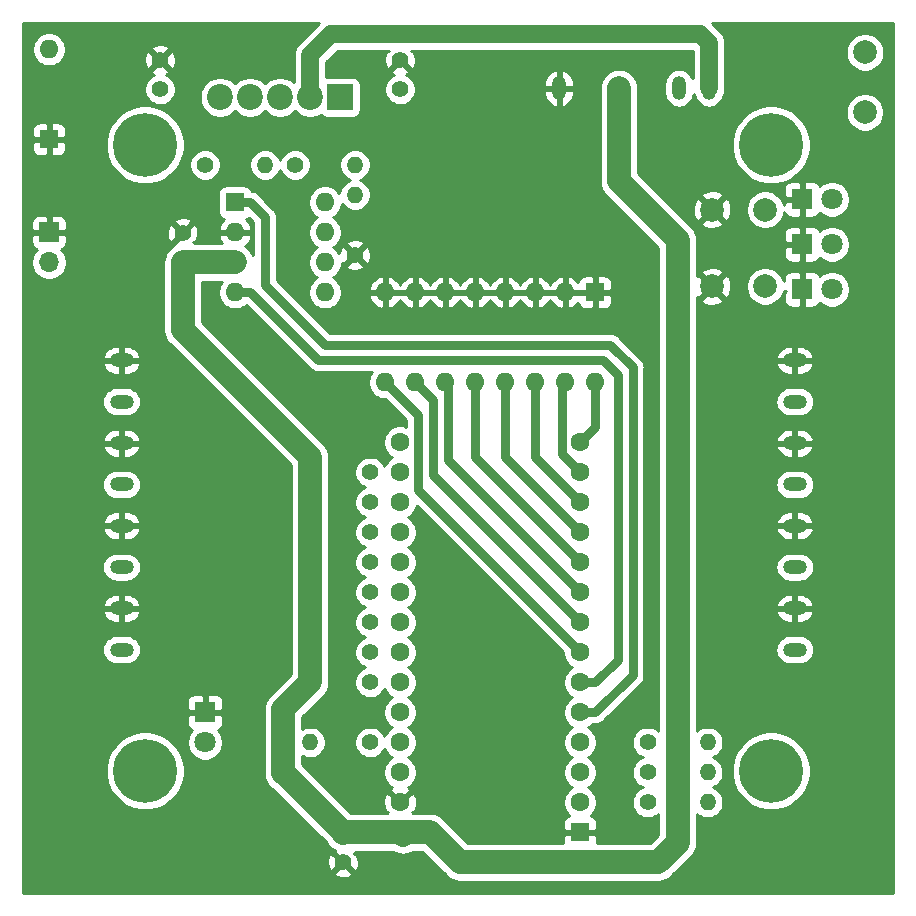
<source format=gtl>
G04 #@! TF.GenerationSoftware,KiCad,Pcbnew,5.1.9-73d0e3b20d~88~ubuntu20.04.1*
G04 #@! TF.CreationDate,2021-04-08T14:20:02+01:00*
G04 #@! TF.ProjectId,tsense-1.0,7473656e-7365-42d3-912e-302e6b696361,1.0*
G04 #@! TF.SameCoordinates,Original*
G04 #@! TF.FileFunction,Copper,L1,Top*
G04 #@! TF.FilePolarity,Positive*
%FSLAX46Y46*%
G04 Gerber Fmt 4.6, Leading zero omitted, Abs format (unit mm)*
G04 Created by KiCad (PCBNEW 5.1.9-73d0e3b20d~88~ubuntu20.04.1) date 2021-04-08 14:20:02*
%MOMM*%
%LPD*%
G01*
G04 APERTURE LIST*
G04 #@! TA.AperFunction,ComponentPad*
%ADD10O,1.200000X2.000000*%
G04 #@! TD*
G04 #@! TA.AperFunction,ComponentPad*
%ADD11O,1.700000X1.700000*%
G04 #@! TD*
G04 #@! TA.AperFunction,ComponentPad*
%ADD12R,1.700000X1.700000*%
G04 #@! TD*
G04 #@! TA.AperFunction,ComponentPad*
%ADD13O,1.600000X1.600000*%
G04 #@! TD*
G04 #@! TA.AperFunction,ComponentPad*
%ADD14R,1.600000X1.600000*%
G04 #@! TD*
G04 #@! TA.AperFunction,ComponentPad*
%ADD15C,1.400000*%
G04 #@! TD*
G04 #@! TA.AperFunction,ComponentPad*
%ADD16O,1.400000X1.400000*%
G04 #@! TD*
G04 #@! TA.AperFunction,ComponentPad*
%ADD17C,2.000000*%
G04 #@! TD*
G04 #@! TA.AperFunction,ComponentPad*
%ADD18O,2.000000X1.200000*%
G04 #@! TD*
G04 #@! TA.AperFunction,ComponentPad*
%ADD19C,1.800000*%
G04 #@! TD*
G04 #@! TA.AperFunction,ComponentPad*
%ADD20R,1.800000X1.800000*%
G04 #@! TD*
G04 #@! TA.AperFunction,ComponentPad*
%ADD21C,1.600000*%
G04 #@! TD*
G04 #@! TA.AperFunction,ComponentPad*
%ADD22C,2.200000*%
G04 #@! TD*
G04 #@! TA.AperFunction,ComponentPad*
%ADD23R,2.200000X2.200000*%
G04 #@! TD*
G04 #@! TA.AperFunction,ComponentPad*
%ADD24C,5.400000*%
G04 #@! TD*
G04 #@! TA.AperFunction,Conductor*
%ADD25C,2.000000*%
G04 #@! TD*
G04 #@! TA.AperFunction,Conductor*
%ADD26C,0.750000*%
G04 #@! TD*
G04 #@! TA.AperFunction,Conductor*
%ADD27C,1.500000*%
G04 #@! TD*
G04 #@! TA.AperFunction,Conductor*
%ADD28C,0.254000*%
G04 #@! TD*
G04 #@! TA.AperFunction,Conductor*
%ADD29C,0.100000*%
G04 #@! TD*
G04 APERTURE END LIST*
D10*
X194742000Y-93218000D03*
X192202000Y-93218000D03*
X187122000Y-93218000D03*
X182042000Y-93218000D03*
D11*
X138862000Y-107950000D03*
D12*
X138862000Y-105410000D03*
D13*
X162230000Y-102870000D03*
X154610000Y-110490000D03*
X162230000Y-105410000D03*
X154610000Y-107950000D03*
X162230000Y-107950000D03*
X154610000Y-105410000D03*
X162230000Y-110490000D03*
D14*
X154610000Y-102870000D03*
D15*
X148260000Y-93305000D03*
X148260000Y-90805000D03*
X168580000Y-93305000D03*
X168580000Y-90805000D03*
X150165000Y-105450000D03*
X150165000Y-107950000D03*
X163754000Y-158750000D03*
X163754000Y-156250000D03*
D16*
X160960000Y-133350000D03*
D15*
X166040000Y-133350000D03*
D16*
X160960000Y-130810000D03*
D15*
X166040000Y-130810000D03*
D16*
X160960000Y-125730000D03*
D15*
X166040000Y-125730000D03*
D16*
X160960000Y-140970000D03*
D15*
X166040000Y-140970000D03*
D16*
X160960000Y-128270000D03*
D15*
X166040000Y-128270000D03*
D16*
X160960000Y-138430000D03*
D15*
X166040000Y-138430000D03*
D16*
X160960000Y-135890000D03*
D15*
X166040000Y-135890000D03*
D16*
X160960000Y-143510000D03*
D15*
X166040000Y-143510000D03*
D17*
X194996000Y-103482000D03*
X199496000Y-103482000D03*
X194996000Y-109982000D03*
X199496000Y-109982000D03*
D13*
X138862000Y-89916000D03*
D14*
X138862000Y-97536000D03*
D18*
X202000000Y-116250000D03*
X202000000Y-119750000D03*
X202000000Y-123250000D03*
X202000000Y-126750000D03*
X202000000Y-130250000D03*
X202000000Y-133750000D03*
X202000000Y-137250000D03*
X202000000Y-140750000D03*
X145000000Y-116250000D03*
X145000000Y-119750000D03*
X145000000Y-123250000D03*
X145000000Y-126750000D03*
X145000000Y-130250000D03*
X145000000Y-133750000D03*
X145000000Y-137250000D03*
X145000000Y-140750000D03*
D16*
X194615000Y-153670000D03*
D15*
X189535000Y-153670000D03*
D19*
X205156000Y-102616000D03*
D20*
X202616000Y-102616000D03*
D19*
X205156000Y-106426000D03*
D20*
X202616000Y-106426000D03*
D19*
X205156000Y-110236000D03*
D20*
X202616000Y-110236000D03*
D16*
X194615000Y-148590000D03*
D15*
X189535000Y-148590000D03*
D14*
X183820000Y-156210000D03*
D21*
X183820000Y-153670000D03*
X183820000Y-151130000D03*
X183820000Y-148590000D03*
X183820000Y-146050000D03*
X183820000Y-143510000D03*
X183820000Y-140970000D03*
X183820000Y-138430000D03*
X183820000Y-135890000D03*
X183820000Y-133350000D03*
X183820000Y-130810000D03*
X183820000Y-128270000D03*
X183820000Y-125730000D03*
X168580000Y-156210000D03*
X168580000Y-153670000D03*
X168580000Y-151130000D03*
X168580000Y-148590000D03*
X168580000Y-146050000D03*
X168580000Y-143510000D03*
X168580000Y-140970000D03*
X168580000Y-138430000D03*
X168580000Y-135890000D03*
X168580000Y-133350000D03*
X168580000Y-130810000D03*
X168580000Y-128270000D03*
X168580000Y-125730000D03*
X183820000Y-123190000D03*
X168580000Y-123190000D03*
D19*
X152070000Y-148590000D03*
D20*
X152070000Y-146050000D03*
D16*
X157150000Y-99695000D03*
D15*
X152070000Y-99695000D03*
D16*
X164770000Y-99695000D03*
D15*
X159690000Y-99695000D03*
D16*
X164770000Y-102235000D03*
D15*
X164770000Y-107315000D03*
D16*
X160960000Y-148590000D03*
D15*
X166040000Y-148590000D03*
D16*
X194615000Y-151130000D03*
D15*
X189535000Y-151130000D03*
D13*
X185090000Y-118110000D03*
X167310000Y-110490000D03*
X182550000Y-118110000D03*
X169850000Y-110490000D03*
X180010000Y-118110000D03*
X172390000Y-110490000D03*
X177470000Y-118110000D03*
X174930000Y-110490000D03*
X174930000Y-118110000D03*
X177470000Y-110490000D03*
X172390000Y-118110000D03*
X180010000Y-110490000D03*
X169850000Y-118110000D03*
X182550000Y-110490000D03*
X167310000Y-118110000D03*
D14*
X185090000Y-110490000D03*
D22*
X153340000Y-93980000D03*
X155880000Y-93980000D03*
X158420000Y-93980000D03*
X160960000Y-93980000D03*
D23*
X163500000Y-93980000D03*
D24*
X200000000Y-151000000D03*
X147000000Y-151000000D03*
X147000000Y-98000000D03*
X200000000Y-98000000D03*
D17*
X207940000Y-95250000D03*
X207950000Y-90170000D03*
D25*
X168834000Y-156464000D02*
X168580000Y-156210000D01*
X163794000Y-156210000D02*
X163754000Y-156250000D01*
X168580000Y-156210000D02*
X163794000Y-156210000D01*
X163754000Y-156210000D02*
X158674000Y-151130000D01*
X163754000Y-156250000D02*
X163754000Y-156210000D01*
D26*
X158674000Y-151170000D02*
X158674000Y-151130000D01*
D25*
X158674000Y-145796000D02*
X160960000Y-143510000D01*
X158674000Y-151170000D02*
X158674000Y-145796000D01*
X160960000Y-143510000D02*
X160960000Y-140970000D01*
X160960000Y-140970000D02*
X160960000Y-138430000D01*
X160960000Y-138430000D02*
X160960000Y-135890000D01*
X160960000Y-135890000D02*
X160960000Y-133350000D01*
X160960000Y-133350000D02*
X160960000Y-130810000D01*
X160960000Y-130810000D02*
X160960000Y-128270000D01*
X160960000Y-128270000D02*
X160960000Y-125730000D01*
X160960000Y-124460000D02*
X150165000Y-113665000D01*
X160960000Y-125730000D02*
X160960000Y-124460000D01*
X150165000Y-113665000D02*
X150165000Y-107950000D01*
X150165000Y-107950000D02*
X154610000Y-107950000D01*
X187122000Y-101092000D02*
X187122000Y-93218000D01*
X192075000Y-106045000D02*
X187122000Y-101092000D01*
X192075000Y-157099000D02*
X192075000Y-106045000D01*
X173660000Y-158750000D02*
X190424000Y-158750000D01*
X171120000Y-156210000D02*
X173660000Y-158750000D01*
X190424000Y-158750000D02*
X192075000Y-157099000D01*
X168580000Y-156210000D02*
X171120000Y-156210000D01*
D26*
X185090000Y-146050000D02*
X183820000Y-146050000D01*
X188265000Y-142875000D02*
X185090000Y-146050000D01*
X188265000Y-116840000D02*
X188265000Y-142875000D01*
X155880000Y-102870000D02*
X157150000Y-104140000D01*
X186360000Y-114935000D02*
X188265000Y-116840000D01*
X157150000Y-104140000D02*
X157150000Y-109855000D01*
X157150000Y-109855000D02*
X162230000Y-114935000D01*
X162230000Y-114935000D02*
X186360000Y-114935000D01*
X154610000Y-102870000D02*
X155626000Y-102870000D01*
X155626000Y-102870000D02*
X155880000Y-102870000D01*
X185090000Y-143510000D02*
X183820000Y-143510000D01*
X155880000Y-110490000D02*
X161595000Y-116205000D01*
X186995000Y-141605000D02*
X185090000Y-143510000D01*
X161595000Y-116205000D02*
X185725000Y-116205000D01*
X185725000Y-116205000D02*
X186995000Y-117475000D01*
X154610000Y-110490000D02*
X155880000Y-110490000D01*
X186995000Y-117475000D02*
X186995000Y-141605000D01*
D27*
X194742000Y-89408000D02*
X194742000Y-93218000D01*
X193980000Y-88646000D02*
X194742000Y-89408000D01*
X162738000Y-88646000D02*
X193980000Y-88646000D01*
X160960000Y-90424000D02*
X162738000Y-88646000D01*
X160960000Y-93980000D02*
X160960000Y-90424000D01*
D26*
X170104000Y-127254000D02*
X183820000Y-140970000D01*
X167310000Y-118110000D02*
X170104000Y-120904000D01*
X170104000Y-120904000D02*
X170104000Y-127254000D01*
X171374000Y-125984000D02*
X183820000Y-138430000D01*
X169850000Y-118110000D02*
X171374000Y-119634000D01*
X171374000Y-119634000D02*
X171374000Y-125984000D01*
X172644000Y-124714000D02*
X183820000Y-135890000D01*
X172390000Y-118110000D02*
X172644000Y-118364000D01*
X172644000Y-118364000D02*
X172644000Y-124714000D01*
X174930000Y-124460000D02*
X183820000Y-133350000D01*
X174930000Y-118110000D02*
X174930000Y-124460000D01*
X177470000Y-124460000D02*
X177470000Y-118110000D01*
X183820000Y-130810000D02*
X177470000Y-124460000D01*
X180010000Y-124460000D02*
X180010000Y-118110000D01*
X183820000Y-128270000D02*
X180010000Y-124460000D01*
X182296000Y-118364000D02*
X182550000Y-118110000D01*
X183820000Y-125730000D02*
X182296000Y-124206000D01*
X182296000Y-124206000D02*
X182296000Y-118364000D01*
X185090000Y-121920000D02*
X183820000Y-123190000D01*
X185090000Y-118110000D02*
X185090000Y-121920000D01*
D28*
X161710550Y-87714764D02*
X160028764Y-89396551D01*
X159975920Y-89439919D01*
X159932551Y-89492764D01*
X159932548Y-89492767D01*
X159802844Y-89650812D01*
X159674236Y-89891420D01*
X159595040Y-90152493D01*
X159568300Y-90424000D01*
X159575001Y-90492039D01*
X159575000Y-92681339D01*
X159525998Y-92632337D01*
X159241831Y-92442463D01*
X158926081Y-92311675D01*
X158590883Y-92245000D01*
X158249117Y-92245000D01*
X157913919Y-92311675D01*
X157598169Y-92442463D01*
X157314002Y-92632337D01*
X157150000Y-92796339D01*
X156985998Y-92632337D01*
X156701831Y-92442463D01*
X156386081Y-92311675D01*
X156050883Y-92245000D01*
X155709117Y-92245000D01*
X155373919Y-92311675D01*
X155058169Y-92442463D01*
X154774002Y-92632337D01*
X154610000Y-92796339D01*
X154445998Y-92632337D01*
X154161831Y-92442463D01*
X153846081Y-92311675D01*
X153510883Y-92245000D01*
X153169117Y-92245000D01*
X152833919Y-92311675D01*
X152518169Y-92442463D01*
X152234002Y-92632337D01*
X151992337Y-92874002D01*
X151802463Y-93158169D01*
X151671675Y-93473919D01*
X151605000Y-93809117D01*
X151605000Y-94150883D01*
X151671675Y-94486081D01*
X151802463Y-94801831D01*
X151992337Y-95085998D01*
X152234002Y-95327663D01*
X152518169Y-95517537D01*
X152833919Y-95648325D01*
X153169117Y-95715000D01*
X153510883Y-95715000D01*
X153846081Y-95648325D01*
X154161831Y-95517537D01*
X154445998Y-95327663D01*
X154610000Y-95163661D01*
X154774002Y-95327663D01*
X155058169Y-95517537D01*
X155373919Y-95648325D01*
X155709117Y-95715000D01*
X156050883Y-95715000D01*
X156386081Y-95648325D01*
X156701831Y-95517537D01*
X156985998Y-95327663D01*
X157150000Y-95163661D01*
X157314002Y-95327663D01*
X157598169Y-95517537D01*
X157913919Y-95648325D01*
X158249117Y-95715000D01*
X158590883Y-95715000D01*
X158926081Y-95648325D01*
X159241831Y-95517537D01*
X159525998Y-95327663D01*
X159690000Y-95163661D01*
X159854002Y-95327663D01*
X160138169Y-95517537D01*
X160453919Y-95648325D01*
X160789117Y-95715000D01*
X161130883Y-95715000D01*
X161466081Y-95648325D01*
X161781831Y-95517537D01*
X161882443Y-95450310D01*
X161948815Y-95531185D01*
X162045506Y-95610537D01*
X162155820Y-95669502D01*
X162275518Y-95705812D01*
X162400000Y-95718072D01*
X164600000Y-95718072D01*
X164724482Y-95705812D01*
X164844180Y-95669502D01*
X164954494Y-95610537D01*
X165051185Y-95531185D01*
X165130537Y-95434494D01*
X165189502Y-95324180D01*
X165225812Y-95204482D01*
X165238072Y-95080000D01*
X165238072Y-93173514D01*
X167245000Y-93173514D01*
X167245000Y-93436486D01*
X167296304Y-93694405D01*
X167396939Y-93937359D01*
X167543038Y-94156013D01*
X167728987Y-94341962D01*
X167947641Y-94488061D01*
X168190595Y-94588696D01*
X168448514Y-94640000D01*
X168711486Y-94640000D01*
X168969405Y-94588696D01*
X169212359Y-94488061D01*
X169431013Y-94341962D01*
X169616962Y-94156013D01*
X169763061Y-93937359D01*
X169863696Y-93694405D01*
X169915000Y-93436486D01*
X169915000Y-93345000D01*
X180807000Y-93345000D01*
X180807000Y-93745000D01*
X180855507Y-93983496D01*
X180949610Y-94207946D01*
X181085693Y-94409725D01*
X181258526Y-94581078D01*
X181461467Y-94715421D01*
X181686718Y-94807591D01*
X181724391Y-94811462D01*
X181915000Y-94686731D01*
X181915000Y-93345000D01*
X182169000Y-93345000D01*
X182169000Y-94686731D01*
X182359609Y-94811462D01*
X182397282Y-94807591D01*
X182622533Y-94715421D01*
X182825474Y-94581078D01*
X182998307Y-94409725D01*
X183134390Y-94207946D01*
X183228493Y-93983496D01*
X183277000Y-93745000D01*
X183277000Y-93345000D01*
X182169000Y-93345000D01*
X181915000Y-93345000D01*
X180807000Y-93345000D01*
X169915000Y-93345000D01*
X169915000Y-93173514D01*
X169863696Y-92915595D01*
X169770666Y-92691000D01*
X180807000Y-92691000D01*
X180807000Y-93091000D01*
X181915000Y-93091000D01*
X181915000Y-91749269D01*
X182169000Y-91749269D01*
X182169000Y-93091000D01*
X183277000Y-93091000D01*
X183277000Y-92691000D01*
X183228493Y-92452504D01*
X183134390Y-92228054D01*
X182998307Y-92026275D01*
X182825474Y-91854922D01*
X182622533Y-91720579D01*
X182397282Y-91628409D01*
X182359609Y-91624538D01*
X182169000Y-91749269D01*
X181915000Y-91749269D01*
X181724391Y-91624538D01*
X181686718Y-91628409D01*
X181461467Y-91720579D01*
X181258526Y-91854922D01*
X181085693Y-92026275D01*
X180949610Y-92228054D01*
X180855507Y-92452504D01*
X180807000Y-92691000D01*
X169770666Y-92691000D01*
X169763061Y-92672641D01*
X169616962Y-92453987D01*
X169431013Y-92268038D01*
X169212359Y-92121939D01*
X169049882Y-92054639D01*
X169161366Y-92013935D01*
X169262203Y-91960037D01*
X169321664Y-91726269D01*
X168580000Y-90984605D01*
X167838336Y-91726269D01*
X167897797Y-91960037D01*
X168105404Y-92056592D01*
X167947641Y-92121939D01*
X167728987Y-92268038D01*
X167543038Y-92453987D01*
X167396939Y-92672641D01*
X167296304Y-92915595D01*
X167245000Y-93173514D01*
X165238072Y-93173514D01*
X165238072Y-92880000D01*
X165225812Y-92755518D01*
X165189502Y-92635820D01*
X165130537Y-92525506D01*
X165051185Y-92428815D01*
X164954494Y-92349463D01*
X164844180Y-92290498D01*
X164724482Y-92254188D01*
X164600000Y-92241928D01*
X162400000Y-92241928D01*
X162345000Y-92247345D01*
X162345000Y-90997685D01*
X163311686Y-90031000D01*
X167626392Y-90031000D01*
X167658729Y-90063337D01*
X167424963Y-90122797D01*
X167314066Y-90361242D01*
X167251817Y-90616740D01*
X167240610Y-90879473D01*
X167280875Y-91139344D01*
X167371065Y-91386366D01*
X167424963Y-91487203D01*
X167658731Y-91546664D01*
X168400395Y-90805000D01*
X168386253Y-90790858D01*
X168565858Y-90611253D01*
X168580000Y-90625395D01*
X168594143Y-90611253D01*
X168773748Y-90790858D01*
X168759605Y-90805000D01*
X169501269Y-91546664D01*
X169735037Y-91487203D01*
X169845934Y-91248758D01*
X169908183Y-90993260D01*
X169919390Y-90730527D01*
X169879125Y-90470656D01*
X169788935Y-90223634D01*
X169735037Y-90122797D01*
X169501271Y-90063337D01*
X169533608Y-90031000D01*
X193357000Y-90031000D01*
X193357001Y-92371086D01*
X193348511Y-92343099D01*
X193233833Y-92128551D01*
X193079502Y-91940498D01*
X192891449Y-91786167D01*
X192676901Y-91671489D01*
X192444102Y-91600870D01*
X192202000Y-91577025D01*
X191959899Y-91600870D01*
X191727100Y-91671489D01*
X191512552Y-91786167D01*
X191324499Y-91940498D01*
X191170168Y-92128551D01*
X191055489Y-92343099D01*
X190984870Y-92575898D01*
X190967000Y-92757335D01*
X190967000Y-93678664D01*
X190984870Y-93860101D01*
X191055489Y-94092900D01*
X191170167Y-94307448D01*
X191324498Y-94495502D01*
X191512551Y-94649833D01*
X191727099Y-94764511D01*
X191959898Y-94835130D01*
X192202000Y-94858975D01*
X192444101Y-94835130D01*
X192676900Y-94764511D01*
X192891448Y-94649833D01*
X193079502Y-94495502D01*
X193233833Y-94307449D01*
X193348511Y-94092901D01*
X193419130Y-93860102D01*
X193436368Y-93685082D01*
X193456237Y-93750581D01*
X193538115Y-93903765D01*
X193595489Y-94092900D01*
X193710167Y-94307448D01*
X193864498Y-94495502D01*
X194052551Y-94649833D01*
X194267099Y-94764511D01*
X194499898Y-94835130D01*
X194742000Y-94858975D01*
X194984101Y-94835130D01*
X195216900Y-94764511D01*
X195431448Y-94649833D01*
X195619502Y-94495502D01*
X195773833Y-94307449D01*
X195888511Y-94092901D01*
X195945884Y-93903768D01*
X196027764Y-93750581D01*
X196106960Y-93489507D01*
X196127000Y-93286037D01*
X196127000Y-90008967D01*
X206315000Y-90008967D01*
X206315000Y-90331033D01*
X206377832Y-90646912D01*
X206501082Y-90944463D01*
X206680013Y-91212252D01*
X206907748Y-91439987D01*
X207175537Y-91618918D01*
X207473088Y-91742168D01*
X207788967Y-91805000D01*
X208111033Y-91805000D01*
X208426912Y-91742168D01*
X208724463Y-91618918D01*
X208992252Y-91439987D01*
X209219987Y-91212252D01*
X209398918Y-90944463D01*
X209522168Y-90646912D01*
X209585000Y-90331033D01*
X209585000Y-90008967D01*
X209522168Y-89693088D01*
X209398918Y-89395537D01*
X209219987Y-89127748D01*
X208992252Y-88900013D01*
X208724463Y-88721082D01*
X208426912Y-88597832D01*
X208111033Y-88535000D01*
X207788967Y-88535000D01*
X207473088Y-88597832D01*
X207175537Y-88721082D01*
X206907748Y-88900013D01*
X206680013Y-89127748D01*
X206501082Y-89395537D01*
X206377832Y-89693088D01*
X206315000Y-90008967D01*
X196127000Y-90008967D01*
X196127000Y-89476029D01*
X196133700Y-89408000D01*
X196127000Y-89339971D01*
X196127000Y-89339963D01*
X196106960Y-89136493D01*
X196027764Y-88875419D01*
X195899157Y-88634812D01*
X195726080Y-88423919D01*
X195673235Y-88380550D01*
X195007454Y-87714769D01*
X194983023Y-87685000D01*
X210315000Y-87685000D01*
X210315001Y-161315000D01*
X136685000Y-161315000D01*
X136685000Y-159671269D01*
X163012336Y-159671269D01*
X163071797Y-159905037D01*
X163310242Y-160015934D01*
X163565740Y-160078183D01*
X163828473Y-160089390D01*
X164088344Y-160049125D01*
X164335366Y-159958935D01*
X164436203Y-159905037D01*
X164495664Y-159671269D01*
X163754000Y-158929605D01*
X163012336Y-159671269D01*
X136685000Y-159671269D01*
X136685000Y-158824473D01*
X162414610Y-158824473D01*
X162454875Y-159084344D01*
X162545065Y-159331366D01*
X162598963Y-159432203D01*
X162832731Y-159491664D01*
X163574395Y-158750000D01*
X162832731Y-158008336D01*
X162598963Y-158067797D01*
X162488066Y-158306242D01*
X162425817Y-158561740D01*
X162414610Y-158824473D01*
X136685000Y-158824473D01*
X136685000Y-150671531D01*
X143665000Y-150671531D01*
X143665000Y-151328469D01*
X143793162Y-151972784D01*
X144044561Y-152579715D01*
X144409536Y-153125939D01*
X144874061Y-153590464D01*
X145420285Y-153955439D01*
X146027216Y-154206838D01*
X146671531Y-154335000D01*
X147328469Y-154335000D01*
X147972784Y-154206838D01*
X148579715Y-153955439D01*
X149125939Y-153590464D01*
X149590464Y-153125939D01*
X149955439Y-152579715D01*
X150206838Y-151972784D01*
X150335000Y-151328469D01*
X150335000Y-150671531D01*
X150206838Y-150027216D01*
X149955439Y-149420285D01*
X149590464Y-148874061D01*
X149125939Y-148409536D01*
X148579715Y-148044561D01*
X147972784Y-147793162D01*
X147328469Y-147665000D01*
X146671531Y-147665000D01*
X146027216Y-147793162D01*
X145420285Y-148044561D01*
X144874061Y-148409536D01*
X144409536Y-148874061D01*
X144044561Y-149420285D01*
X143793162Y-150027216D01*
X143665000Y-150671531D01*
X136685000Y-150671531D01*
X136685000Y-146950000D01*
X150531928Y-146950000D01*
X150544188Y-147074482D01*
X150580498Y-147194180D01*
X150639463Y-147304494D01*
X150718815Y-147401185D01*
X150815506Y-147480537D01*
X150925820Y-147539502D01*
X150944127Y-147545056D01*
X150877688Y-147611495D01*
X150709701Y-147862905D01*
X150593989Y-148142257D01*
X150535000Y-148438816D01*
X150535000Y-148741184D01*
X150593989Y-149037743D01*
X150709701Y-149317095D01*
X150877688Y-149568505D01*
X151091495Y-149782312D01*
X151342905Y-149950299D01*
X151622257Y-150066011D01*
X151918816Y-150125000D01*
X152221184Y-150125000D01*
X152517743Y-150066011D01*
X152797095Y-149950299D01*
X153048505Y-149782312D01*
X153262312Y-149568505D01*
X153430299Y-149317095D01*
X153546011Y-149037743D01*
X153605000Y-148741184D01*
X153605000Y-148438816D01*
X153546011Y-148142257D01*
X153430299Y-147862905D01*
X153262312Y-147611495D01*
X153195873Y-147545056D01*
X153214180Y-147539502D01*
X153324494Y-147480537D01*
X153421185Y-147401185D01*
X153500537Y-147304494D01*
X153559502Y-147194180D01*
X153595812Y-147074482D01*
X153608072Y-146950000D01*
X153605000Y-146335750D01*
X153446250Y-146177000D01*
X152197000Y-146177000D01*
X152197000Y-146197000D01*
X151943000Y-146197000D01*
X151943000Y-146177000D01*
X150693750Y-146177000D01*
X150535000Y-146335750D01*
X150531928Y-146950000D01*
X136685000Y-146950000D01*
X136685000Y-145150000D01*
X150531928Y-145150000D01*
X150535000Y-145764250D01*
X150693750Y-145923000D01*
X151943000Y-145923000D01*
X151943000Y-144673750D01*
X152197000Y-144673750D01*
X152197000Y-145923000D01*
X153446250Y-145923000D01*
X153605000Y-145764250D01*
X153608072Y-145150000D01*
X153595812Y-145025518D01*
X153559502Y-144905820D01*
X153500537Y-144795506D01*
X153421185Y-144698815D01*
X153324494Y-144619463D01*
X153214180Y-144560498D01*
X153094482Y-144524188D01*
X152970000Y-144511928D01*
X152355750Y-144515000D01*
X152197000Y-144673750D01*
X151943000Y-144673750D01*
X151784250Y-144515000D01*
X151170000Y-144511928D01*
X151045518Y-144524188D01*
X150925820Y-144560498D01*
X150815506Y-144619463D01*
X150718815Y-144698815D01*
X150639463Y-144795506D01*
X150580498Y-144905820D01*
X150544188Y-145025518D01*
X150531928Y-145150000D01*
X136685000Y-145150000D01*
X136685000Y-140750000D01*
X143359025Y-140750000D01*
X143382870Y-140992102D01*
X143453489Y-141224901D01*
X143568167Y-141439449D01*
X143722498Y-141627502D01*
X143910551Y-141781833D01*
X144125099Y-141896511D01*
X144357898Y-141967130D01*
X144539335Y-141985000D01*
X145460665Y-141985000D01*
X145642102Y-141967130D01*
X145874901Y-141896511D01*
X146089449Y-141781833D01*
X146277502Y-141627502D01*
X146431833Y-141439449D01*
X146546511Y-141224901D01*
X146617130Y-140992102D01*
X146640975Y-140750000D01*
X146617130Y-140507898D01*
X146546511Y-140275099D01*
X146431833Y-140060551D01*
X146277502Y-139872498D01*
X146089449Y-139718167D01*
X145874901Y-139603489D01*
X145642102Y-139532870D01*
X145460665Y-139515000D01*
X144539335Y-139515000D01*
X144357898Y-139532870D01*
X144125099Y-139603489D01*
X143910551Y-139718167D01*
X143722498Y-139872498D01*
X143568167Y-140060551D01*
X143453489Y-140275099D01*
X143382870Y-140507898D01*
X143359025Y-140750000D01*
X136685000Y-140750000D01*
X136685000Y-137567609D01*
X143406538Y-137567609D01*
X143410409Y-137605282D01*
X143502579Y-137830533D01*
X143636922Y-138033474D01*
X143808275Y-138206307D01*
X144010054Y-138342390D01*
X144234504Y-138436493D01*
X144473000Y-138485000D01*
X144873000Y-138485000D01*
X144873000Y-137377000D01*
X145127000Y-137377000D01*
X145127000Y-138485000D01*
X145527000Y-138485000D01*
X145765496Y-138436493D01*
X145989946Y-138342390D01*
X146191725Y-138206307D01*
X146363078Y-138033474D01*
X146497421Y-137830533D01*
X146589591Y-137605282D01*
X146593462Y-137567609D01*
X146468731Y-137377000D01*
X145127000Y-137377000D01*
X144873000Y-137377000D01*
X143531269Y-137377000D01*
X143406538Y-137567609D01*
X136685000Y-137567609D01*
X136685000Y-136932391D01*
X143406538Y-136932391D01*
X143531269Y-137123000D01*
X144873000Y-137123000D01*
X144873000Y-136015000D01*
X145127000Y-136015000D01*
X145127000Y-137123000D01*
X146468731Y-137123000D01*
X146593462Y-136932391D01*
X146589591Y-136894718D01*
X146497421Y-136669467D01*
X146363078Y-136466526D01*
X146191725Y-136293693D01*
X145989946Y-136157610D01*
X145765496Y-136063507D01*
X145527000Y-136015000D01*
X145127000Y-136015000D01*
X144873000Y-136015000D01*
X144473000Y-136015000D01*
X144234504Y-136063507D01*
X144010054Y-136157610D01*
X143808275Y-136293693D01*
X143636922Y-136466526D01*
X143502579Y-136669467D01*
X143410409Y-136894718D01*
X143406538Y-136932391D01*
X136685000Y-136932391D01*
X136685000Y-133750000D01*
X143359025Y-133750000D01*
X143382870Y-133992102D01*
X143453489Y-134224901D01*
X143568167Y-134439449D01*
X143722498Y-134627502D01*
X143910551Y-134781833D01*
X144125099Y-134896511D01*
X144357898Y-134967130D01*
X144539335Y-134985000D01*
X145460665Y-134985000D01*
X145642102Y-134967130D01*
X145874901Y-134896511D01*
X146089449Y-134781833D01*
X146277502Y-134627502D01*
X146431833Y-134439449D01*
X146546511Y-134224901D01*
X146617130Y-133992102D01*
X146640975Y-133750000D01*
X146617130Y-133507898D01*
X146546511Y-133275099D01*
X146431833Y-133060551D01*
X146277502Y-132872498D01*
X146089449Y-132718167D01*
X145874901Y-132603489D01*
X145642102Y-132532870D01*
X145460665Y-132515000D01*
X144539335Y-132515000D01*
X144357898Y-132532870D01*
X144125099Y-132603489D01*
X143910551Y-132718167D01*
X143722498Y-132872498D01*
X143568167Y-133060551D01*
X143453489Y-133275099D01*
X143382870Y-133507898D01*
X143359025Y-133750000D01*
X136685000Y-133750000D01*
X136685000Y-130567609D01*
X143406538Y-130567609D01*
X143410409Y-130605282D01*
X143502579Y-130830533D01*
X143636922Y-131033474D01*
X143808275Y-131206307D01*
X144010054Y-131342390D01*
X144234504Y-131436493D01*
X144473000Y-131485000D01*
X144873000Y-131485000D01*
X144873000Y-130377000D01*
X145127000Y-130377000D01*
X145127000Y-131485000D01*
X145527000Y-131485000D01*
X145765496Y-131436493D01*
X145989946Y-131342390D01*
X146191725Y-131206307D01*
X146363078Y-131033474D01*
X146497421Y-130830533D01*
X146589591Y-130605282D01*
X146593462Y-130567609D01*
X146468731Y-130377000D01*
X145127000Y-130377000D01*
X144873000Y-130377000D01*
X143531269Y-130377000D01*
X143406538Y-130567609D01*
X136685000Y-130567609D01*
X136685000Y-129932391D01*
X143406538Y-129932391D01*
X143531269Y-130123000D01*
X144873000Y-130123000D01*
X144873000Y-129015000D01*
X145127000Y-129015000D01*
X145127000Y-130123000D01*
X146468731Y-130123000D01*
X146593462Y-129932391D01*
X146589591Y-129894718D01*
X146497421Y-129669467D01*
X146363078Y-129466526D01*
X146191725Y-129293693D01*
X145989946Y-129157610D01*
X145765496Y-129063507D01*
X145527000Y-129015000D01*
X145127000Y-129015000D01*
X144873000Y-129015000D01*
X144473000Y-129015000D01*
X144234504Y-129063507D01*
X144010054Y-129157610D01*
X143808275Y-129293693D01*
X143636922Y-129466526D01*
X143502579Y-129669467D01*
X143410409Y-129894718D01*
X143406538Y-129932391D01*
X136685000Y-129932391D01*
X136685000Y-126750000D01*
X143359025Y-126750000D01*
X143382870Y-126992102D01*
X143453489Y-127224901D01*
X143568167Y-127439449D01*
X143722498Y-127627502D01*
X143910551Y-127781833D01*
X144125099Y-127896511D01*
X144357898Y-127967130D01*
X144539335Y-127985000D01*
X145460665Y-127985000D01*
X145642102Y-127967130D01*
X145874901Y-127896511D01*
X146089449Y-127781833D01*
X146277502Y-127627502D01*
X146431833Y-127439449D01*
X146546511Y-127224901D01*
X146617130Y-126992102D01*
X146640975Y-126750000D01*
X146617130Y-126507898D01*
X146546511Y-126275099D01*
X146431833Y-126060551D01*
X146277502Y-125872498D01*
X146089449Y-125718167D01*
X145874901Y-125603489D01*
X145642102Y-125532870D01*
X145460665Y-125515000D01*
X144539335Y-125515000D01*
X144357898Y-125532870D01*
X144125099Y-125603489D01*
X143910551Y-125718167D01*
X143722498Y-125872498D01*
X143568167Y-126060551D01*
X143453489Y-126275099D01*
X143382870Y-126507898D01*
X143359025Y-126750000D01*
X136685000Y-126750000D01*
X136685000Y-123567609D01*
X143406538Y-123567609D01*
X143410409Y-123605282D01*
X143502579Y-123830533D01*
X143636922Y-124033474D01*
X143808275Y-124206307D01*
X144010054Y-124342390D01*
X144234504Y-124436493D01*
X144473000Y-124485000D01*
X144873000Y-124485000D01*
X144873000Y-123377000D01*
X145127000Y-123377000D01*
X145127000Y-124485000D01*
X145527000Y-124485000D01*
X145765496Y-124436493D01*
X145989946Y-124342390D01*
X146191725Y-124206307D01*
X146363078Y-124033474D01*
X146497421Y-123830533D01*
X146589591Y-123605282D01*
X146593462Y-123567609D01*
X146468731Y-123377000D01*
X145127000Y-123377000D01*
X144873000Y-123377000D01*
X143531269Y-123377000D01*
X143406538Y-123567609D01*
X136685000Y-123567609D01*
X136685000Y-122932391D01*
X143406538Y-122932391D01*
X143531269Y-123123000D01*
X144873000Y-123123000D01*
X144873000Y-122015000D01*
X145127000Y-122015000D01*
X145127000Y-123123000D01*
X146468731Y-123123000D01*
X146593462Y-122932391D01*
X146589591Y-122894718D01*
X146497421Y-122669467D01*
X146363078Y-122466526D01*
X146191725Y-122293693D01*
X145989946Y-122157610D01*
X145765496Y-122063507D01*
X145527000Y-122015000D01*
X145127000Y-122015000D01*
X144873000Y-122015000D01*
X144473000Y-122015000D01*
X144234504Y-122063507D01*
X144010054Y-122157610D01*
X143808275Y-122293693D01*
X143636922Y-122466526D01*
X143502579Y-122669467D01*
X143410409Y-122894718D01*
X143406538Y-122932391D01*
X136685000Y-122932391D01*
X136685000Y-119750000D01*
X143359025Y-119750000D01*
X143382870Y-119992102D01*
X143453489Y-120224901D01*
X143568167Y-120439449D01*
X143722498Y-120627502D01*
X143910551Y-120781833D01*
X144125099Y-120896511D01*
X144357898Y-120967130D01*
X144539335Y-120985000D01*
X145460665Y-120985000D01*
X145642102Y-120967130D01*
X145874901Y-120896511D01*
X146089449Y-120781833D01*
X146277502Y-120627502D01*
X146431833Y-120439449D01*
X146546511Y-120224901D01*
X146617130Y-119992102D01*
X146640975Y-119750000D01*
X146617130Y-119507898D01*
X146546511Y-119275099D01*
X146431833Y-119060551D01*
X146277502Y-118872498D01*
X146089449Y-118718167D01*
X145874901Y-118603489D01*
X145642102Y-118532870D01*
X145460665Y-118515000D01*
X144539335Y-118515000D01*
X144357898Y-118532870D01*
X144125099Y-118603489D01*
X143910551Y-118718167D01*
X143722498Y-118872498D01*
X143568167Y-119060551D01*
X143453489Y-119275099D01*
X143382870Y-119507898D01*
X143359025Y-119750000D01*
X136685000Y-119750000D01*
X136685000Y-116567609D01*
X143406538Y-116567609D01*
X143410409Y-116605282D01*
X143502579Y-116830533D01*
X143636922Y-117033474D01*
X143808275Y-117206307D01*
X144010054Y-117342390D01*
X144234504Y-117436493D01*
X144473000Y-117485000D01*
X144873000Y-117485000D01*
X144873000Y-116377000D01*
X145127000Y-116377000D01*
X145127000Y-117485000D01*
X145527000Y-117485000D01*
X145765496Y-117436493D01*
X145989946Y-117342390D01*
X146191725Y-117206307D01*
X146363078Y-117033474D01*
X146497421Y-116830533D01*
X146589591Y-116605282D01*
X146593462Y-116567609D01*
X146468731Y-116377000D01*
X145127000Y-116377000D01*
X144873000Y-116377000D01*
X143531269Y-116377000D01*
X143406538Y-116567609D01*
X136685000Y-116567609D01*
X136685000Y-115932391D01*
X143406538Y-115932391D01*
X143531269Y-116123000D01*
X144873000Y-116123000D01*
X144873000Y-115015000D01*
X145127000Y-115015000D01*
X145127000Y-116123000D01*
X146468731Y-116123000D01*
X146593462Y-115932391D01*
X146589591Y-115894718D01*
X146497421Y-115669467D01*
X146363078Y-115466526D01*
X146191725Y-115293693D01*
X145989946Y-115157610D01*
X145765496Y-115063507D01*
X145527000Y-115015000D01*
X145127000Y-115015000D01*
X144873000Y-115015000D01*
X144473000Y-115015000D01*
X144234504Y-115063507D01*
X144010054Y-115157610D01*
X143808275Y-115293693D01*
X143636922Y-115466526D01*
X143502579Y-115669467D01*
X143410409Y-115894718D01*
X143406538Y-115932391D01*
X136685000Y-115932391D01*
X136685000Y-106260000D01*
X137373928Y-106260000D01*
X137386188Y-106384482D01*
X137422498Y-106504180D01*
X137481463Y-106614494D01*
X137560815Y-106711185D01*
X137657506Y-106790537D01*
X137767820Y-106849502D01*
X137840380Y-106871513D01*
X137708525Y-107003368D01*
X137546010Y-107246589D01*
X137434068Y-107516842D01*
X137377000Y-107803740D01*
X137377000Y-108096260D01*
X137434068Y-108383158D01*
X137546010Y-108653411D01*
X137708525Y-108896632D01*
X137915368Y-109103475D01*
X138158589Y-109265990D01*
X138428842Y-109377932D01*
X138715740Y-109435000D01*
X139008260Y-109435000D01*
X139295158Y-109377932D01*
X139565411Y-109265990D01*
X139808632Y-109103475D01*
X140015475Y-108896632D01*
X140177990Y-108653411D01*
X140289932Y-108383158D01*
X140347000Y-108096260D01*
X140347000Y-107950000D01*
X148522089Y-107950000D01*
X148530001Y-108030332D01*
X148530000Y-113584680D01*
X148522089Y-113665000D01*
X148530000Y-113745319D01*
X148530000Y-113745321D01*
X148553657Y-113985515D01*
X148647148Y-114293714D01*
X148798969Y-114577751D01*
X149003286Y-114826714D01*
X149065687Y-114877925D01*
X159325000Y-125137239D01*
X159325000Y-125810321D01*
X159325001Y-125810331D01*
X159325000Y-128350321D01*
X159325001Y-128350331D01*
X159325000Y-130890321D01*
X159325001Y-130890331D01*
X159325000Y-133430321D01*
X159325001Y-133430331D01*
X159325000Y-135970321D01*
X159325001Y-135970331D01*
X159325000Y-138510321D01*
X159325001Y-138510331D01*
X159325000Y-141050321D01*
X159325001Y-141050331D01*
X159325000Y-142832761D01*
X157574682Y-144583080D01*
X157512287Y-144634286D01*
X157381463Y-144793696D01*
X157307970Y-144883248D01*
X157156148Y-145167286D01*
X157062658Y-145475484D01*
X157031089Y-145796000D01*
X157039001Y-145876329D01*
X157039000Y-151049680D01*
X157031089Y-151130000D01*
X157039000Y-151210319D01*
X157039000Y-151250321D01*
X157062657Y-151490515D01*
X157156148Y-151798714D01*
X157307969Y-152082751D01*
X157512286Y-152331714D01*
X157761248Y-152536031D01*
X157775308Y-152543546D01*
X162380456Y-157148695D01*
X162387969Y-157162751D01*
X162592286Y-157411714D01*
X162841248Y-157616031D01*
X163039486Y-157721992D01*
X163012336Y-157828731D01*
X163754000Y-158570395D01*
X163768143Y-158556253D01*
X163947748Y-158735858D01*
X163933605Y-158750000D01*
X164675269Y-159491664D01*
X164909037Y-159432203D01*
X165019934Y-159193758D01*
X165082183Y-158938260D01*
X165093390Y-158675527D01*
X165053125Y-158415656D01*
X164962935Y-158168634D01*
X164909037Y-158067797D01*
X164675271Y-158008337D01*
X164791925Y-157891683D01*
X164745242Y-157845000D01*
X167949255Y-157845000D01*
X168205286Y-157981851D01*
X168513484Y-158075342D01*
X168833999Y-158106911D01*
X169154516Y-158075342D01*
X169462714Y-157981851D01*
X169718745Y-157845000D01*
X170442762Y-157845000D01*
X172447080Y-159849319D01*
X172498286Y-159911714D01*
X172747248Y-160116031D01*
X173031285Y-160267852D01*
X173339484Y-160361343D01*
X173579678Y-160385000D01*
X173579680Y-160385000D01*
X173659999Y-160392911D01*
X173740319Y-160385000D01*
X190343681Y-160385000D01*
X190424000Y-160392911D01*
X190504319Y-160385000D01*
X190504322Y-160385000D01*
X190744516Y-160361343D01*
X191052715Y-160267852D01*
X191336752Y-160116031D01*
X191585714Y-159911714D01*
X191636924Y-159849314D01*
X193174325Y-158311915D01*
X193236714Y-158260714D01*
X193441031Y-158011752D01*
X193592852Y-157727715D01*
X193616221Y-157650677D01*
X193686343Y-157419517D01*
X193717911Y-157099000D01*
X193710000Y-157018678D01*
X193710000Y-154652975D01*
X193763987Y-154706962D01*
X193982641Y-154853061D01*
X194225595Y-154953696D01*
X194483514Y-155005000D01*
X194746486Y-155005000D01*
X195004405Y-154953696D01*
X195247359Y-154853061D01*
X195466013Y-154706962D01*
X195651962Y-154521013D01*
X195798061Y-154302359D01*
X195898696Y-154059405D01*
X195950000Y-153801486D01*
X195950000Y-153538514D01*
X195898696Y-153280595D01*
X195798061Y-153037641D01*
X195651962Y-152818987D01*
X195466013Y-152633038D01*
X195247359Y-152486939D01*
X195037470Y-152400000D01*
X195247359Y-152313061D01*
X195466013Y-152166962D01*
X195651962Y-151981013D01*
X195798061Y-151762359D01*
X195898696Y-151519405D01*
X195950000Y-151261486D01*
X195950000Y-150998514D01*
X195898696Y-150740595D01*
X195870089Y-150671531D01*
X196665000Y-150671531D01*
X196665000Y-151328469D01*
X196793162Y-151972784D01*
X197044561Y-152579715D01*
X197409536Y-153125939D01*
X197874061Y-153590464D01*
X198420285Y-153955439D01*
X199027216Y-154206838D01*
X199671531Y-154335000D01*
X200328469Y-154335000D01*
X200972784Y-154206838D01*
X201579715Y-153955439D01*
X202125939Y-153590464D01*
X202590464Y-153125939D01*
X202955439Y-152579715D01*
X203206838Y-151972784D01*
X203335000Y-151328469D01*
X203335000Y-150671531D01*
X203206838Y-150027216D01*
X202955439Y-149420285D01*
X202590464Y-148874061D01*
X202125939Y-148409536D01*
X201579715Y-148044561D01*
X200972784Y-147793162D01*
X200328469Y-147665000D01*
X199671531Y-147665000D01*
X199027216Y-147793162D01*
X198420285Y-148044561D01*
X197874061Y-148409536D01*
X197409536Y-148874061D01*
X197044561Y-149420285D01*
X196793162Y-150027216D01*
X196665000Y-150671531D01*
X195870089Y-150671531D01*
X195798061Y-150497641D01*
X195651962Y-150278987D01*
X195466013Y-150093038D01*
X195247359Y-149946939D01*
X195037470Y-149860000D01*
X195247359Y-149773061D01*
X195466013Y-149626962D01*
X195651962Y-149441013D01*
X195798061Y-149222359D01*
X195898696Y-148979405D01*
X195950000Y-148721486D01*
X195950000Y-148458514D01*
X195898696Y-148200595D01*
X195798061Y-147957641D01*
X195651962Y-147738987D01*
X195466013Y-147553038D01*
X195247359Y-147406939D01*
X195004405Y-147306304D01*
X194746486Y-147255000D01*
X194483514Y-147255000D01*
X194225595Y-147306304D01*
X193982641Y-147406939D01*
X193763987Y-147553038D01*
X193710000Y-147607025D01*
X193710000Y-140750000D01*
X200359025Y-140750000D01*
X200382870Y-140992102D01*
X200453489Y-141224901D01*
X200568167Y-141439449D01*
X200722498Y-141627502D01*
X200910551Y-141781833D01*
X201125099Y-141896511D01*
X201357898Y-141967130D01*
X201539335Y-141985000D01*
X202460665Y-141985000D01*
X202642102Y-141967130D01*
X202874901Y-141896511D01*
X203089449Y-141781833D01*
X203277502Y-141627502D01*
X203431833Y-141439449D01*
X203546511Y-141224901D01*
X203617130Y-140992102D01*
X203640975Y-140750000D01*
X203617130Y-140507898D01*
X203546511Y-140275099D01*
X203431833Y-140060551D01*
X203277502Y-139872498D01*
X203089449Y-139718167D01*
X202874901Y-139603489D01*
X202642102Y-139532870D01*
X202460665Y-139515000D01*
X201539335Y-139515000D01*
X201357898Y-139532870D01*
X201125099Y-139603489D01*
X200910551Y-139718167D01*
X200722498Y-139872498D01*
X200568167Y-140060551D01*
X200453489Y-140275099D01*
X200382870Y-140507898D01*
X200359025Y-140750000D01*
X193710000Y-140750000D01*
X193710000Y-137567609D01*
X200406538Y-137567609D01*
X200410409Y-137605282D01*
X200502579Y-137830533D01*
X200636922Y-138033474D01*
X200808275Y-138206307D01*
X201010054Y-138342390D01*
X201234504Y-138436493D01*
X201473000Y-138485000D01*
X201873000Y-138485000D01*
X201873000Y-137377000D01*
X202127000Y-137377000D01*
X202127000Y-138485000D01*
X202527000Y-138485000D01*
X202765496Y-138436493D01*
X202989946Y-138342390D01*
X203191725Y-138206307D01*
X203363078Y-138033474D01*
X203497421Y-137830533D01*
X203589591Y-137605282D01*
X203593462Y-137567609D01*
X203468731Y-137377000D01*
X202127000Y-137377000D01*
X201873000Y-137377000D01*
X200531269Y-137377000D01*
X200406538Y-137567609D01*
X193710000Y-137567609D01*
X193710000Y-136932391D01*
X200406538Y-136932391D01*
X200531269Y-137123000D01*
X201873000Y-137123000D01*
X201873000Y-136015000D01*
X202127000Y-136015000D01*
X202127000Y-137123000D01*
X203468731Y-137123000D01*
X203593462Y-136932391D01*
X203589591Y-136894718D01*
X203497421Y-136669467D01*
X203363078Y-136466526D01*
X203191725Y-136293693D01*
X202989946Y-136157610D01*
X202765496Y-136063507D01*
X202527000Y-136015000D01*
X202127000Y-136015000D01*
X201873000Y-136015000D01*
X201473000Y-136015000D01*
X201234504Y-136063507D01*
X201010054Y-136157610D01*
X200808275Y-136293693D01*
X200636922Y-136466526D01*
X200502579Y-136669467D01*
X200410409Y-136894718D01*
X200406538Y-136932391D01*
X193710000Y-136932391D01*
X193710000Y-133750000D01*
X200359025Y-133750000D01*
X200382870Y-133992102D01*
X200453489Y-134224901D01*
X200568167Y-134439449D01*
X200722498Y-134627502D01*
X200910551Y-134781833D01*
X201125099Y-134896511D01*
X201357898Y-134967130D01*
X201539335Y-134985000D01*
X202460665Y-134985000D01*
X202642102Y-134967130D01*
X202874901Y-134896511D01*
X203089449Y-134781833D01*
X203277502Y-134627502D01*
X203431833Y-134439449D01*
X203546511Y-134224901D01*
X203617130Y-133992102D01*
X203640975Y-133750000D01*
X203617130Y-133507898D01*
X203546511Y-133275099D01*
X203431833Y-133060551D01*
X203277502Y-132872498D01*
X203089449Y-132718167D01*
X202874901Y-132603489D01*
X202642102Y-132532870D01*
X202460665Y-132515000D01*
X201539335Y-132515000D01*
X201357898Y-132532870D01*
X201125099Y-132603489D01*
X200910551Y-132718167D01*
X200722498Y-132872498D01*
X200568167Y-133060551D01*
X200453489Y-133275099D01*
X200382870Y-133507898D01*
X200359025Y-133750000D01*
X193710000Y-133750000D01*
X193710000Y-130567609D01*
X200406538Y-130567609D01*
X200410409Y-130605282D01*
X200502579Y-130830533D01*
X200636922Y-131033474D01*
X200808275Y-131206307D01*
X201010054Y-131342390D01*
X201234504Y-131436493D01*
X201473000Y-131485000D01*
X201873000Y-131485000D01*
X201873000Y-130377000D01*
X202127000Y-130377000D01*
X202127000Y-131485000D01*
X202527000Y-131485000D01*
X202765496Y-131436493D01*
X202989946Y-131342390D01*
X203191725Y-131206307D01*
X203363078Y-131033474D01*
X203497421Y-130830533D01*
X203589591Y-130605282D01*
X203593462Y-130567609D01*
X203468731Y-130377000D01*
X202127000Y-130377000D01*
X201873000Y-130377000D01*
X200531269Y-130377000D01*
X200406538Y-130567609D01*
X193710000Y-130567609D01*
X193710000Y-129932391D01*
X200406538Y-129932391D01*
X200531269Y-130123000D01*
X201873000Y-130123000D01*
X201873000Y-129015000D01*
X202127000Y-129015000D01*
X202127000Y-130123000D01*
X203468731Y-130123000D01*
X203593462Y-129932391D01*
X203589591Y-129894718D01*
X203497421Y-129669467D01*
X203363078Y-129466526D01*
X203191725Y-129293693D01*
X202989946Y-129157610D01*
X202765496Y-129063507D01*
X202527000Y-129015000D01*
X202127000Y-129015000D01*
X201873000Y-129015000D01*
X201473000Y-129015000D01*
X201234504Y-129063507D01*
X201010054Y-129157610D01*
X200808275Y-129293693D01*
X200636922Y-129466526D01*
X200502579Y-129669467D01*
X200410409Y-129894718D01*
X200406538Y-129932391D01*
X193710000Y-129932391D01*
X193710000Y-126750000D01*
X200359025Y-126750000D01*
X200382870Y-126992102D01*
X200453489Y-127224901D01*
X200568167Y-127439449D01*
X200722498Y-127627502D01*
X200910551Y-127781833D01*
X201125099Y-127896511D01*
X201357898Y-127967130D01*
X201539335Y-127985000D01*
X202460665Y-127985000D01*
X202642102Y-127967130D01*
X202874901Y-127896511D01*
X203089449Y-127781833D01*
X203277502Y-127627502D01*
X203431833Y-127439449D01*
X203546511Y-127224901D01*
X203617130Y-126992102D01*
X203640975Y-126750000D01*
X203617130Y-126507898D01*
X203546511Y-126275099D01*
X203431833Y-126060551D01*
X203277502Y-125872498D01*
X203089449Y-125718167D01*
X202874901Y-125603489D01*
X202642102Y-125532870D01*
X202460665Y-125515000D01*
X201539335Y-125515000D01*
X201357898Y-125532870D01*
X201125099Y-125603489D01*
X200910551Y-125718167D01*
X200722498Y-125872498D01*
X200568167Y-126060551D01*
X200453489Y-126275099D01*
X200382870Y-126507898D01*
X200359025Y-126750000D01*
X193710000Y-126750000D01*
X193710000Y-123567609D01*
X200406538Y-123567609D01*
X200410409Y-123605282D01*
X200502579Y-123830533D01*
X200636922Y-124033474D01*
X200808275Y-124206307D01*
X201010054Y-124342390D01*
X201234504Y-124436493D01*
X201473000Y-124485000D01*
X201873000Y-124485000D01*
X201873000Y-123377000D01*
X202127000Y-123377000D01*
X202127000Y-124485000D01*
X202527000Y-124485000D01*
X202765496Y-124436493D01*
X202989946Y-124342390D01*
X203191725Y-124206307D01*
X203363078Y-124033474D01*
X203497421Y-123830533D01*
X203589591Y-123605282D01*
X203593462Y-123567609D01*
X203468731Y-123377000D01*
X202127000Y-123377000D01*
X201873000Y-123377000D01*
X200531269Y-123377000D01*
X200406538Y-123567609D01*
X193710000Y-123567609D01*
X193710000Y-122932391D01*
X200406538Y-122932391D01*
X200531269Y-123123000D01*
X201873000Y-123123000D01*
X201873000Y-122015000D01*
X202127000Y-122015000D01*
X202127000Y-123123000D01*
X203468731Y-123123000D01*
X203593462Y-122932391D01*
X203589591Y-122894718D01*
X203497421Y-122669467D01*
X203363078Y-122466526D01*
X203191725Y-122293693D01*
X202989946Y-122157610D01*
X202765496Y-122063507D01*
X202527000Y-122015000D01*
X202127000Y-122015000D01*
X201873000Y-122015000D01*
X201473000Y-122015000D01*
X201234504Y-122063507D01*
X201010054Y-122157610D01*
X200808275Y-122293693D01*
X200636922Y-122466526D01*
X200502579Y-122669467D01*
X200410409Y-122894718D01*
X200406538Y-122932391D01*
X193710000Y-122932391D01*
X193710000Y-119750000D01*
X200359025Y-119750000D01*
X200382870Y-119992102D01*
X200453489Y-120224901D01*
X200568167Y-120439449D01*
X200722498Y-120627502D01*
X200910551Y-120781833D01*
X201125099Y-120896511D01*
X201357898Y-120967130D01*
X201539335Y-120985000D01*
X202460665Y-120985000D01*
X202642102Y-120967130D01*
X202874901Y-120896511D01*
X203089449Y-120781833D01*
X203277502Y-120627502D01*
X203431833Y-120439449D01*
X203546511Y-120224901D01*
X203617130Y-119992102D01*
X203640975Y-119750000D01*
X203617130Y-119507898D01*
X203546511Y-119275099D01*
X203431833Y-119060551D01*
X203277502Y-118872498D01*
X203089449Y-118718167D01*
X202874901Y-118603489D01*
X202642102Y-118532870D01*
X202460665Y-118515000D01*
X201539335Y-118515000D01*
X201357898Y-118532870D01*
X201125099Y-118603489D01*
X200910551Y-118718167D01*
X200722498Y-118872498D01*
X200568167Y-119060551D01*
X200453489Y-119275099D01*
X200382870Y-119507898D01*
X200359025Y-119750000D01*
X193710000Y-119750000D01*
X193710000Y-116567609D01*
X200406538Y-116567609D01*
X200410409Y-116605282D01*
X200502579Y-116830533D01*
X200636922Y-117033474D01*
X200808275Y-117206307D01*
X201010054Y-117342390D01*
X201234504Y-117436493D01*
X201473000Y-117485000D01*
X201873000Y-117485000D01*
X201873000Y-116377000D01*
X202127000Y-116377000D01*
X202127000Y-117485000D01*
X202527000Y-117485000D01*
X202765496Y-117436493D01*
X202989946Y-117342390D01*
X203191725Y-117206307D01*
X203363078Y-117033474D01*
X203497421Y-116830533D01*
X203589591Y-116605282D01*
X203593462Y-116567609D01*
X203468731Y-116377000D01*
X202127000Y-116377000D01*
X201873000Y-116377000D01*
X200531269Y-116377000D01*
X200406538Y-116567609D01*
X193710000Y-116567609D01*
X193710000Y-115932391D01*
X200406538Y-115932391D01*
X200531269Y-116123000D01*
X201873000Y-116123000D01*
X201873000Y-115015000D01*
X202127000Y-115015000D01*
X202127000Y-116123000D01*
X203468731Y-116123000D01*
X203593462Y-115932391D01*
X203589591Y-115894718D01*
X203497421Y-115669467D01*
X203363078Y-115466526D01*
X203191725Y-115293693D01*
X202989946Y-115157610D01*
X202765496Y-115063507D01*
X202527000Y-115015000D01*
X202127000Y-115015000D01*
X201873000Y-115015000D01*
X201473000Y-115015000D01*
X201234504Y-115063507D01*
X201010054Y-115157610D01*
X200808275Y-115293693D01*
X200636922Y-115466526D01*
X200502579Y-115669467D01*
X200410409Y-115894718D01*
X200406538Y-115932391D01*
X193710000Y-115932391D01*
X193710000Y-111117413D01*
X194040192Y-111117413D01*
X194135956Y-111381814D01*
X194425571Y-111522704D01*
X194737108Y-111604384D01*
X195058595Y-111623718D01*
X195377675Y-111579961D01*
X195682088Y-111474795D01*
X195856044Y-111381814D01*
X195951808Y-111117413D01*
X194996000Y-110161605D01*
X194040192Y-111117413D01*
X193710000Y-111117413D01*
X193710000Y-110883267D01*
X193860587Y-110937808D01*
X194816395Y-109982000D01*
X195175605Y-109982000D01*
X196131413Y-110937808D01*
X196395814Y-110842044D01*
X196536704Y-110552429D01*
X196618384Y-110240892D01*
X196637718Y-109919405D01*
X196624219Y-109820967D01*
X197861000Y-109820967D01*
X197861000Y-110143033D01*
X197923832Y-110458912D01*
X198047082Y-110756463D01*
X198226013Y-111024252D01*
X198453748Y-111251987D01*
X198721537Y-111430918D01*
X199019088Y-111554168D01*
X199334967Y-111617000D01*
X199657033Y-111617000D01*
X199972912Y-111554168D01*
X200270463Y-111430918D01*
X200538252Y-111251987D01*
X200765987Y-111024252D01*
X200944918Y-110756463D01*
X201068168Y-110458912D01*
X201087246Y-110363002D01*
X201239748Y-110363002D01*
X201081000Y-110521750D01*
X201077928Y-111136000D01*
X201090188Y-111260482D01*
X201126498Y-111380180D01*
X201185463Y-111490494D01*
X201264815Y-111587185D01*
X201361506Y-111666537D01*
X201471820Y-111725502D01*
X201591518Y-111761812D01*
X201716000Y-111774072D01*
X202330250Y-111771000D01*
X202489000Y-111612250D01*
X202489000Y-110363000D01*
X202469000Y-110363000D01*
X202469000Y-110109000D01*
X202489000Y-110109000D01*
X202489000Y-108859750D01*
X202743000Y-108859750D01*
X202743000Y-110109000D01*
X202763000Y-110109000D01*
X202763000Y-110363000D01*
X202743000Y-110363000D01*
X202743000Y-111612250D01*
X202901750Y-111771000D01*
X203516000Y-111774072D01*
X203640482Y-111761812D01*
X203760180Y-111725502D01*
X203870494Y-111666537D01*
X203967185Y-111587185D01*
X204046537Y-111490494D01*
X204105502Y-111380180D01*
X204111056Y-111361873D01*
X204177495Y-111428312D01*
X204428905Y-111596299D01*
X204708257Y-111712011D01*
X205004816Y-111771000D01*
X205307184Y-111771000D01*
X205603743Y-111712011D01*
X205883095Y-111596299D01*
X206134505Y-111428312D01*
X206348312Y-111214505D01*
X206516299Y-110963095D01*
X206632011Y-110683743D01*
X206691000Y-110387184D01*
X206691000Y-110084816D01*
X206632011Y-109788257D01*
X206516299Y-109508905D01*
X206348312Y-109257495D01*
X206134505Y-109043688D01*
X205883095Y-108875701D01*
X205603743Y-108759989D01*
X205307184Y-108701000D01*
X205004816Y-108701000D01*
X204708257Y-108759989D01*
X204428905Y-108875701D01*
X204177495Y-109043688D01*
X204111056Y-109110127D01*
X204105502Y-109091820D01*
X204046537Y-108981506D01*
X203967185Y-108884815D01*
X203870494Y-108805463D01*
X203760180Y-108746498D01*
X203640482Y-108710188D01*
X203516000Y-108697928D01*
X202901750Y-108701000D01*
X202743000Y-108859750D01*
X202489000Y-108859750D01*
X202330250Y-108701000D01*
X201716000Y-108697928D01*
X201591518Y-108710188D01*
X201471820Y-108746498D01*
X201361506Y-108805463D01*
X201264815Y-108884815D01*
X201185463Y-108981506D01*
X201126498Y-109091820D01*
X201090188Y-109211518D01*
X201077928Y-109336000D01*
X201079047Y-109559782D01*
X201068168Y-109505088D01*
X200944918Y-109207537D01*
X200765987Y-108939748D01*
X200538252Y-108712013D01*
X200270463Y-108533082D01*
X199972912Y-108409832D01*
X199657033Y-108347000D01*
X199334967Y-108347000D01*
X199019088Y-108409832D01*
X198721537Y-108533082D01*
X198453748Y-108712013D01*
X198226013Y-108939748D01*
X198047082Y-109207537D01*
X197923832Y-109505088D01*
X197861000Y-109820967D01*
X196624219Y-109820967D01*
X196593961Y-109600325D01*
X196488795Y-109295912D01*
X196395814Y-109121956D01*
X196131413Y-109026192D01*
X195175605Y-109982000D01*
X194816395Y-109982000D01*
X193860587Y-109026192D01*
X193710000Y-109080733D01*
X193710000Y-108846587D01*
X194040192Y-108846587D01*
X194996000Y-109802395D01*
X195951808Y-108846587D01*
X195856044Y-108582186D01*
X195566429Y-108441296D01*
X195254892Y-108359616D01*
X194933405Y-108340282D01*
X194614325Y-108384039D01*
X194309912Y-108489205D01*
X194135956Y-108582186D01*
X194040192Y-108846587D01*
X193710000Y-108846587D01*
X193710000Y-107326000D01*
X201077928Y-107326000D01*
X201090188Y-107450482D01*
X201126498Y-107570180D01*
X201185463Y-107680494D01*
X201264815Y-107777185D01*
X201361506Y-107856537D01*
X201471820Y-107915502D01*
X201591518Y-107951812D01*
X201716000Y-107964072D01*
X202330250Y-107961000D01*
X202489000Y-107802250D01*
X202489000Y-106553000D01*
X201239750Y-106553000D01*
X201081000Y-106711750D01*
X201077928Y-107326000D01*
X193710000Y-107326000D01*
X193710000Y-106125322D01*
X193717911Y-106045000D01*
X193686343Y-105724483D01*
X193626134Y-105526000D01*
X201077928Y-105526000D01*
X201081000Y-106140250D01*
X201239750Y-106299000D01*
X202489000Y-106299000D01*
X202489000Y-105049750D01*
X202743000Y-105049750D01*
X202743000Y-106299000D01*
X202763000Y-106299000D01*
X202763000Y-106553000D01*
X202743000Y-106553000D01*
X202743000Y-107802250D01*
X202901750Y-107961000D01*
X203516000Y-107964072D01*
X203640482Y-107951812D01*
X203760180Y-107915502D01*
X203870494Y-107856537D01*
X203967185Y-107777185D01*
X204046537Y-107680494D01*
X204105502Y-107570180D01*
X204111056Y-107551873D01*
X204177495Y-107618312D01*
X204428905Y-107786299D01*
X204708257Y-107902011D01*
X205004816Y-107961000D01*
X205307184Y-107961000D01*
X205603743Y-107902011D01*
X205883095Y-107786299D01*
X206134505Y-107618312D01*
X206348312Y-107404505D01*
X206516299Y-107153095D01*
X206632011Y-106873743D01*
X206691000Y-106577184D01*
X206691000Y-106274816D01*
X206632011Y-105978257D01*
X206516299Y-105698905D01*
X206348312Y-105447495D01*
X206134505Y-105233688D01*
X205883095Y-105065701D01*
X205603743Y-104949989D01*
X205307184Y-104891000D01*
X205004816Y-104891000D01*
X204708257Y-104949989D01*
X204428905Y-105065701D01*
X204177495Y-105233688D01*
X204111056Y-105300127D01*
X204105502Y-105281820D01*
X204046537Y-105171506D01*
X203967185Y-105074815D01*
X203870494Y-104995463D01*
X203760180Y-104936498D01*
X203640482Y-104900188D01*
X203516000Y-104887928D01*
X202901750Y-104891000D01*
X202743000Y-105049750D01*
X202489000Y-105049750D01*
X202330250Y-104891000D01*
X201716000Y-104887928D01*
X201591518Y-104900188D01*
X201471820Y-104936498D01*
X201361506Y-104995463D01*
X201264815Y-105074815D01*
X201185463Y-105171506D01*
X201126498Y-105281820D01*
X201090188Y-105401518D01*
X201077928Y-105526000D01*
X193626134Y-105526000D01*
X193592852Y-105416285D01*
X193571066Y-105375527D01*
X193441031Y-105132248D01*
X193236714Y-104883286D01*
X193174319Y-104832080D01*
X192959652Y-104617413D01*
X194040192Y-104617413D01*
X194135956Y-104881814D01*
X194425571Y-105022704D01*
X194737108Y-105104384D01*
X195058595Y-105123718D01*
X195377675Y-105079961D01*
X195682088Y-104974795D01*
X195856044Y-104881814D01*
X195951808Y-104617413D01*
X194996000Y-103661605D01*
X194040192Y-104617413D01*
X192959652Y-104617413D01*
X191886834Y-103544595D01*
X193354282Y-103544595D01*
X193398039Y-103863675D01*
X193503205Y-104168088D01*
X193596186Y-104342044D01*
X193860587Y-104437808D01*
X194816395Y-103482000D01*
X195175605Y-103482000D01*
X196131413Y-104437808D01*
X196395814Y-104342044D01*
X196536704Y-104052429D01*
X196618384Y-103740892D01*
X196637718Y-103419405D01*
X196624219Y-103320967D01*
X197861000Y-103320967D01*
X197861000Y-103643033D01*
X197923832Y-103958912D01*
X198047082Y-104256463D01*
X198226013Y-104524252D01*
X198453748Y-104751987D01*
X198721537Y-104930918D01*
X199019088Y-105054168D01*
X199334967Y-105117000D01*
X199657033Y-105117000D01*
X199972912Y-105054168D01*
X200270463Y-104930918D01*
X200538252Y-104751987D01*
X200765987Y-104524252D01*
X200944918Y-104256463D01*
X201068168Y-103958912D01*
X201115144Y-103722749D01*
X201126498Y-103760180D01*
X201185463Y-103870494D01*
X201264815Y-103967185D01*
X201361506Y-104046537D01*
X201471820Y-104105502D01*
X201591518Y-104141812D01*
X201716000Y-104154072D01*
X202330250Y-104151000D01*
X202489000Y-103992250D01*
X202489000Y-102743000D01*
X201239750Y-102743000D01*
X201081000Y-102901750D01*
X201080181Y-103065482D01*
X201068168Y-103005088D01*
X200944918Y-102707537D01*
X200765987Y-102439748D01*
X200538252Y-102212013D01*
X200270463Y-102033082D01*
X199972912Y-101909832D01*
X199657033Y-101847000D01*
X199334967Y-101847000D01*
X199019088Y-101909832D01*
X198721537Y-102033082D01*
X198453748Y-102212013D01*
X198226013Y-102439748D01*
X198047082Y-102707537D01*
X197923832Y-103005088D01*
X197861000Y-103320967D01*
X196624219Y-103320967D01*
X196593961Y-103100325D01*
X196488795Y-102795912D01*
X196395814Y-102621956D01*
X196131413Y-102526192D01*
X195175605Y-103482000D01*
X194816395Y-103482000D01*
X193860587Y-102526192D01*
X193596186Y-102621956D01*
X193455296Y-102911571D01*
X193373616Y-103223108D01*
X193354282Y-103544595D01*
X191886834Y-103544595D01*
X190688826Y-102346587D01*
X194040192Y-102346587D01*
X194996000Y-103302395D01*
X195951808Y-102346587D01*
X195856044Y-102082186D01*
X195566429Y-101941296D01*
X195254892Y-101859616D01*
X194933405Y-101840282D01*
X194614325Y-101884039D01*
X194309912Y-101989205D01*
X194135956Y-102082186D01*
X194040192Y-102346587D01*
X190688826Y-102346587D01*
X190058239Y-101716000D01*
X201077928Y-101716000D01*
X201081000Y-102330250D01*
X201239750Y-102489000D01*
X202489000Y-102489000D01*
X202489000Y-101239750D01*
X202743000Y-101239750D01*
X202743000Y-102489000D01*
X202763000Y-102489000D01*
X202763000Y-102743000D01*
X202743000Y-102743000D01*
X202743000Y-103992250D01*
X202901750Y-104151000D01*
X203516000Y-104154072D01*
X203640482Y-104141812D01*
X203760180Y-104105502D01*
X203870494Y-104046537D01*
X203967185Y-103967185D01*
X204046537Y-103870494D01*
X204105502Y-103760180D01*
X204111056Y-103741873D01*
X204177495Y-103808312D01*
X204428905Y-103976299D01*
X204708257Y-104092011D01*
X205004816Y-104151000D01*
X205307184Y-104151000D01*
X205603743Y-104092011D01*
X205883095Y-103976299D01*
X206134505Y-103808312D01*
X206348312Y-103594505D01*
X206516299Y-103343095D01*
X206632011Y-103063743D01*
X206691000Y-102767184D01*
X206691000Y-102464816D01*
X206632011Y-102168257D01*
X206516299Y-101888905D01*
X206348312Y-101637495D01*
X206134505Y-101423688D01*
X205883095Y-101255701D01*
X205603743Y-101139989D01*
X205307184Y-101081000D01*
X205004816Y-101081000D01*
X204708257Y-101139989D01*
X204428905Y-101255701D01*
X204177495Y-101423688D01*
X204111056Y-101490127D01*
X204105502Y-101471820D01*
X204046537Y-101361506D01*
X203967185Y-101264815D01*
X203870494Y-101185463D01*
X203760180Y-101126498D01*
X203640482Y-101090188D01*
X203516000Y-101077928D01*
X202901750Y-101081000D01*
X202743000Y-101239750D01*
X202489000Y-101239750D01*
X202330250Y-101081000D01*
X201716000Y-101077928D01*
X201591518Y-101090188D01*
X201471820Y-101126498D01*
X201361506Y-101185463D01*
X201264815Y-101264815D01*
X201185463Y-101361506D01*
X201126498Y-101471820D01*
X201090188Y-101591518D01*
X201077928Y-101716000D01*
X190058239Y-101716000D01*
X188757000Y-100414762D01*
X188757000Y-97671531D01*
X196665000Y-97671531D01*
X196665000Y-98328469D01*
X196793162Y-98972784D01*
X197044561Y-99579715D01*
X197409536Y-100125939D01*
X197874061Y-100590464D01*
X198420285Y-100955439D01*
X199027216Y-101206838D01*
X199671531Y-101335000D01*
X200328469Y-101335000D01*
X200972784Y-101206838D01*
X201579715Y-100955439D01*
X202125939Y-100590464D01*
X202590464Y-100125939D01*
X202955439Y-99579715D01*
X203206838Y-98972784D01*
X203335000Y-98328469D01*
X203335000Y-97671531D01*
X203206838Y-97027216D01*
X202955439Y-96420285D01*
X202590464Y-95874061D01*
X202125939Y-95409536D01*
X201646174Y-95088967D01*
X206305000Y-95088967D01*
X206305000Y-95411033D01*
X206367832Y-95726912D01*
X206491082Y-96024463D01*
X206670013Y-96292252D01*
X206897748Y-96519987D01*
X207165537Y-96698918D01*
X207463088Y-96822168D01*
X207778967Y-96885000D01*
X208101033Y-96885000D01*
X208416912Y-96822168D01*
X208714463Y-96698918D01*
X208982252Y-96519987D01*
X209209987Y-96292252D01*
X209388918Y-96024463D01*
X209512168Y-95726912D01*
X209575000Y-95411033D01*
X209575000Y-95088967D01*
X209512168Y-94773088D01*
X209388918Y-94475537D01*
X209209987Y-94207748D01*
X208982252Y-93980013D01*
X208714463Y-93801082D01*
X208416912Y-93677832D01*
X208101033Y-93615000D01*
X207778967Y-93615000D01*
X207463088Y-93677832D01*
X207165537Y-93801082D01*
X206897748Y-93980013D01*
X206670013Y-94207748D01*
X206491082Y-94475537D01*
X206367832Y-94773088D01*
X206305000Y-95088967D01*
X201646174Y-95088967D01*
X201579715Y-95044561D01*
X200972784Y-94793162D01*
X200328469Y-94665000D01*
X199671531Y-94665000D01*
X199027216Y-94793162D01*
X198420285Y-95044561D01*
X197874061Y-95409536D01*
X197409536Y-95874061D01*
X197044561Y-96420285D01*
X196793162Y-97027216D01*
X196665000Y-97671531D01*
X188757000Y-97671531D01*
X188757000Y-93137678D01*
X188733343Y-92897484D01*
X188639852Y-92589285D01*
X188488031Y-92305248D01*
X188283714Y-92056286D01*
X188034752Y-91851969D01*
X187750715Y-91700148D01*
X187442516Y-91606657D01*
X187122000Y-91575089D01*
X186801485Y-91606657D01*
X186493286Y-91700148D01*
X186209249Y-91851969D01*
X185960287Y-92056286D01*
X185755970Y-92305248D01*
X185604149Y-92589285D01*
X185510658Y-92897484D01*
X185487001Y-93137678D01*
X185487000Y-101011680D01*
X185479089Y-101092000D01*
X185487000Y-101172319D01*
X185487000Y-101172321D01*
X185510657Y-101412515D01*
X185604148Y-101720714D01*
X185755969Y-102004751D01*
X185960286Y-102253714D01*
X186022687Y-102304925D01*
X190440001Y-106722240D01*
X190440000Y-147607025D01*
X190386013Y-147553038D01*
X190167359Y-147406939D01*
X189924405Y-147306304D01*
X189666486Y-147255000D01*
X189403514Y-147255000D01*
X189145595Y-147306304D01*
X188902641Y-147406939D01*
X188683987Y-147553038D01*
X188498038Y-147738987D01*
X188351939Y-147957641D01*
X188251304Y-148200595D01*
X188200000Y-148458514D01*
X188200000Y-148721486D01*
X188251304Y-148979405D01*
X188351939Y-149222359D01*
X188498038Y-149441013D01*
X188683987Y-149626962D01*
X188902641Y-149773061D01*
X189112530Y-149860000D01*
X188902641Y-149946939D01*
X188683987Y-150093038D01*
X188498038Y-150278987D01*
X188351939Y-150497641D01*
X188251304Y-150740595D01*
X188200000Y-150998514D01*
X188200000Y-151261486D01*
X188251304Y-151519405D01*
X188351939Y-151762359D01*
X188498038Y-151981013D01*
X188683987Y-152166962D01*
X188902641Y-152313061D01*
X189112530Y-152400000D01*
X188902641Y-152486939D01*
X188683987Y-152633038D01*
X188498038Y-152818987D01*
X188351939Y-153037641D01*
X188251304Y-153280595D01*
X188200000Y-153538514D01*
X188200000Y-153801486D01*
X188251304Y-154059405D01*
X188351939Y-154302359D01*
X188498038Y-154521013D01*
X188683987Y-154706962D01*
X188902641Y-154853061D01*
X189145595Y-154953696D01*
X189403514Y-155005000D01*
X189666486Y-155005000D01*
X189924405Y-154953696D01*
X190167359Y-154853061D01*
X190386013Y-154706962D01*
X190440000Y-154652975D01*
X190440000Y-156421761D01*
X189746761Y-157115000D01*
X185247731Y-157115000D01*
X185258072Y-157010000D01*
X185255000Y-156495750D01*
X185096250Y-156337000D01*
X183947000Y-156337000D01*
X183947000Y-156357000D01*
X183693000Y-156357000D01*
X183693000Y-156337000D01*
X182543750Y-156337000D01*
X182385000Y-156495750D01*
X182381928Y-157010000D01*
X182392269Y-157115000D01*
X174337239Y-157115000D01*
X172332925Y-155110687D01*
X172281714Y-155048286D01*
X172032752Y-154843969D01*
X171748715Y-154692148D01*
X171440516Y-154598657D01*
X171200322Y-154575000D01*
X171200319Y-154575000D01*
X171120000Y-154567089D01*
X171039681Y-154575000D01*
X169664607Y-154575000D01*
X169572704Y-154483097D01*
X169816671Y-154411514D01*
X169937571Y-154156004D01*
X170006300Y-153881816D01*
X170020217Y-153599488D01*
X169978787Y-153319870D01*
X169883603Y-153053708D01*
X169816671Y-152928486D01*
X169572702Y-152856903D01*
X168759605Y-153670000D01*
X168773748Y-153684143D01*
X168594143Y-153863748D01*
X168580000Y-153849605D01*
X168565858Y-153863748D01*
X168386253Y-153684143D01*
X168400395Y-153670000D01*
X167587298Y-152856903D01*
X167343329Y-152928486D01*
X167222429Y-153183996D01*
X167153700Y-153458184D01*
X167139783Y-153740512D01*
X167181213Y-154020130D01*
X167276397Y-154286292D01*
X167343329Y-154411514D01*
X167587296Y-154483097D01*
X167495393Y-154575000D01*
X164431239Y-154575000D01*
X160309000Y-150452762D01*
X160309000Y-149760606D01*
X160327641Y-149773061D01*
X160570595Y-149873696D01*
X160828514Y-149925000D01*
X161091486Y-149925000D01*
X161349405Y-149873696D01*
X161592359Y-149773061D01*
X161811013Y-149626962D01*
X161996962Y-149441013D01*
X162143061Y-149222359D01*
X162243696Y-148979405D01*
X162295000Y-148721486D01*
X162295000Y-148458514D01*
X162243696Y-148200595D01*
X162143061Y-147957641D01*
X161996962Y-147738987D01*
X161811013Y-147553038D01*
X161592359Y-147406939D01*
X161349405Y-147306304D01*
X161091486Y-147255000D01*
X160828514Y-147255000D01*
X160570595Y-147306304D01*
X160327641Y-147406939D01*
X160309000Y-147419394D01*
X160309000Y-146473238D01*
X162059320Y-144722919D01*
X162121714Y-144671714D01*
X162326031Y-144422752D01*
X162477852Y-144138715D01*
X162571343Y-143830516D01*
X162595000Y-143590322D01*
X162595000Y-143590320D01*
X162602911Y-143510001D01*
X162595000Y-143429681D01*
X162595000Y-124540319D01*
X162602911Y-124459999D01*
X162582780Y-124255607D01*
X162571343Y-124139484D01*
X162477852Y-123831285D01*
X162326031Y-123547248D01*
X162121714Y-123298286D01*
X162059319Y-123247080D01*
X151800000Y-112987762D01*
X151800000Y-109585000D01*
X153488842Y-109585000D01*
X153338320Y-109810273D01*
X153230147Y-110071426D01*
X153175000Y-110348665D01*
X153175000Y-110631335D01*
X153230147Y-110908574D01*
X153338320Y-111169727D01*
X153495363Y-111404759D01*
X153695241Y-111604637D01*
X153930273Y-111761680D01*
X154191426Y-111869853D01*
X154468665Y-111925000D01*
X154751335Y-111925000D01*
X155028574Y-111869853D01*
X155289727Y-111761680D01*
X155524759Y-111604637D01*
X155545520Y-111583876D01*
X160845743Y-116884099D01*
X160877367Y-116922633D01*
X161031160Y-117048847D01*
X161117720Y-117095114D01*
X161206620Y-117142632D01*
X161397005Y-117200385D01*
X161595000Y-117219886D01*
X161644608Y-117215000D01*
X166182160Y-117215000D01*
X166038320Y-117430273D01*
X165930147Y-117691426D01*
X165875000Y-117968665D01*
X165875000Y-118251335D01*
X165930147Y-118528574D01*
X166038320Y-118789727D01*
X166195363Y-119024759D01*
X166395241Y-119224637D01*
X166630273Y-119381680D01*
X166891426Y-119489853D01*
X167168665Y-119545000D01*
X167316645Y-119545000D01*
X169094000Y-121322356D01*
X169094000Y-121849674D01*
X168998574Y-121810147D01*
X168721335Y-121755000D01*
X168438665Y-121755000D01*
X168161426Y-121810147D01*
X167900273Y-121918320D01*
X167665241Y-122075363D01*
X167465363Y-122275241D01*
X167308320Y-122510273D01*
X167200147Y-122771426D01*
X167145000Y-123048665D01*
X167145000Y-123331335D01*
X167200147Y-123608574D01*
X167308320Y-123869727D01*
X167465363Y-124104759D01*
X167665241Y-124304637D01*
X167897759Y-124460000D01*
X167665241Y-124615363D01*
X167465363Y-124815241D01*
X167308320Y-125050273D01*
X167255880Y-125176874D01*
X167223061Y-125097641D01*
X167076962Y-124878987D01*
X166891013Y-124693038D01*
X166672359Y-124546939D01*
X166429405Y-124446304D01*
X166171486Y-124395000D01*
X165908514Y-124395000D01*
X165650595Y-124446304D01*
X165407641Y-124546939D01*
X165188987Y-124693038D01*
X165003038Y-124878987D01*
X164856939Y-125097641D01*
X164756304Y-125340595D01*
X164705000Y-125598514D01*
X164705000Y-125861486D01*
X164756304Y-126119405D01*
X164856939Y-126362359D01*
X165003038Y-126581013D01*
X165188987Y-126766962D01*
X165407641Y-126913061D01*
X165617530Y-127000000D01*
X165407641Y-127086939D01*
X165188987Y-127233038D01*
X165003038Y-127418987D01*
X164856939Y-127637641D01*
X164756304Y-127880595D01*
X164705000Y-128138514D01*
X164705000Y-128401486D01*
X164756304Y-128659405D01*
X164856939Y-128902359D01*
X165003038Y-129121013D01*
X165188987Y-129306962D01*
X165407641Y-129453061D01*
X165617530Y-129540000D01*
X165407641Y-129626939D01*
X165188987Y-129773038D01*
X165003038Y-129958987D01*
X164856939Y-130177641D01*
X164756304Y-130420595D01*
X164705000Y-130678514D01*
X164705000Y-130941486D01*
X164756304Y-131199405D01*
X164856939Y-131442359D01*
X165003038Y-131661013D01*
X165188987Y-131846962D01*
X165407641Y-131993061D01*
X165617530Y-132080000D01*
X165407641Y-132166939D01*
X165188987Y-132313038D01*
X165003038Y-132498987D01*
X164856939Y-132717641D01*
X164756304Y-132960595D01*
X164705000Y-133218514D01*
X164705000Y-133481486D01*
X164756304Y-133739405D01*
X164856939Y-133982359D01*
X165003038Y-134201013D01*
X165188987Y-134386962D01*
X165407641Y-134533061D01*
X165617530Y-134620000D01*
X165407641Y-134706939D01*
X165188987Y-134853038D01*
X165003038Y-135038987D01*
X164856939Y-135257641D01*
X164756304Y-135500595D01*
X164705000Y-135758514D01*
X164705000Y-136021486D01*
X164756304Y-136279405D01*
X164856939Y-136522359D01*
X165003038Y-136741013D01*
X165188987Y-136926962D01*
X165407641Y-137073061D01*
X165617530Y-137160000D01*
X165407641Y-137246939D01*
X165188987Y-137393038D01*
X165003038Y-137578987D01*
X164856939Y-137797641D01*
X164756304Y-138040595D01*
X164705000Y-138298514D01*
X164705000Y-138561486D01*
X164756304Y-138819405D01*
X164856939Y-139062359D01*
X165003038Y-139281013D01*
X165188987Y-139466962D01*
X165407641Y-139613061D01*
X165617530Y-139700000D01*
X165407641Y-139786939D01*
X165188987Y-139933038D01*
X165003038Y-140118987D01*
X164856939Y-140337641D01*
X164756304Y-140580595D01*
X164705000Y-140838514D01*
X164705000Y-141101486D01*
X164756304Y-141359405D01*
X164856939Y-141602359D01*
X165003038Y-141821013D01*
X165188987Y-142006962D01*
X165407641Y-142153061D01*
X165617530Y-142240000D01*
X165407641Y-142326939D01*
X165188987Y-142473038D01*
X165003038Y-142658987D01*
X164856939Y-142877641D01*
X164756304Y-143120595D01*
X164705000Y-143378514D01*
X164705000Y-143641486D01*
X164756304Y-143899405D01*
X164856939Y-144142359D01*
X165003038Y-144361013D01*
X165188987Y-144546962D01*
X165407641Y-144693061D01*
X165650595Y-144793696D01*
X165908514Y-144845000D01*
X166171486Y-144845000D01*
X166429405Y-144793696D01*
X166672359Y-144693061D01*
X166891013Y-144546962D01*
X167076962Y-144361013D01*
X167223061Y-144142359D01*
X167255880Y-144063126D01*
X167308320Y-144189727D01*
X167465363Y-144424759D01*
X167665241Y-144624637D01*
X167897759Y-144780000D01*
X167665241Y-144935363D01*
X167465363Y-145135241D01*
X167308320Y-145370273D01*
X167200147Y-145631426D01*
X167145000Y-145908665D01*
X167145000Y-146191335D01*
X167200147Y-146468574D01*
X167308320Y-146729727D01*
X167465363Y-146964759D01*
X167665241Y-147164637D01*
X167897759Y-147320000D01*
X167665241Y-147475363D01*
X167465363Y-147675241D01*
X167308320Y-147910273D01*
X167255880Y-148036874D01*
X167223061Y-147957641D01*
X167076962Y-147738987D01*
X166891013Y-147553038D01*
X166672359Y-147406939D01*
X166429405Y-147306304D01*
X166171486Y-147255000D01*
X165908514Y-147255000D01*
X165650595Y-147306304D01*
X165407641Y-147406939D01*
X165188987Y-147553038D01*
X165003038Y-147738987D01*
X164856939Y-147957641D01*
X164756304Y-148200595D01*
X164705000Y-148458514D01*
X164705000Y-148721486D01*
X164756304Y-148979405D01*
X164856939Y-149222359D01*
X165003038Y-149441013D01*
X165188987Y-149626962D01*
X165407641Y-149773061D01*
X165650595Y-149873696D01*
X165908514Y-149925000D01*
X166171486Y-149925000D01*
X166429405Y-149873696D01*
X166672359Y-149773061D01*
X166891013Y-149626962D01*
X167076962Y-149441013D01*
X167223061Y-149222359D01*
X167255880Y-149143126D01*
X167308320Y-149269727D01*
X167465363Y-149504759D01*
X167665241Y-149704637D01*
X167897759Y-149860000D01*
X167665241Y-150015363D01*
X167465363Y-150215241D01*
X167308320Y-150450273D01*
X167200147Y-150711426D01*
X167145000Y-150988665D01*
X167145000Y-151271335D01*
X167200147Y-151548574D01*
X167308320Y-151809727D01*
X167465363Y-152044759D01*
X167665241Y-152244637D01*
X167899128Y-152400915D01*
X167838486Y-152433329D01*
X167766903Y-152677298D01*
X168580000Y-153490395D01*
X169393097Y-152677298D01*
X169321514Y-152433329D01*
X169257008Y-152402806D01*
X169259727Y-152401680D01*
X169494759Y-152244637D01*
X169694637Y-152044759D01*
X169851680Y-151809727D01*
X169959853Y-151548574D01*
X170015000Y-151271335D01*
X170015000Y-150988665D01*
X169959853Y-150711426D01*
X169851680Y-150450273D01*
X169694637Y-150215241D01*
X169494759Y-150015363D01*
X169262241Y-149860000D01*
X169494759Y-149704637D01*
X169694637Y-149504759D01*
X169851680Y-149269727D01*
X169959853Y-149008574D01*
X170015000Y-148731335D01*
X170015000Y-148448665D01*
X169959853Y-148171426D01*
X169851680Y-147910273D01*
X169694637Y-147675241D01*
X169494759Y-147475363D01*
X169262241Y-147320000D01*
X169494759Y-147164637D01*
X169694637Y-146964759D01*
X169851680Y-146729727D01*
X169959853Y-146468574D01*
X170015000Y-146191335D01*
X170015000Y-145908665D01*
X169959853Y-145631426D01*
X169851680Y-145370273D01*
X169694637Y-145135241D01*
X169494759Y-144935363D01*
X169262241Y-144780000D01*
X169494759Y-144624637D01*
X169694637Y-144424759D01*
X169851680Y-144189727D01*
X169959853Y-143928574D01*
X170015000Y-143651335D01*
X170015000Y-143368665D01*
X169959853Y-143091426D01*
X169851680Y-142830273D01*
X169694637Y-142595241D01*
X169494759Y-142395363D01*
X169262241Y-142240000D01*
X169494759Y-142084637D01*
X169694637Y-141884759D01*
X169851680Y-141649727D01*
X169959853Y-141388574D01*
X170015000Y-141111335D01*
X170015000Y-140828665D01*
X169959853Y-140551426D01*
X169851680Y-140290273D01*
X169694637Y-140055241D01*
X169494759Y-139855363D01*
X169262241Y-139700000D01*
X169494759Y-139544637D01*
X169694637Y-139344759D01*
X169851680Y-139109727D01*
X169959853Y-138848574D01*
X170015000Y-138571335D01*
X170015000Y-138288665D01*
X169959853Y-138011426D01*
X169851680Y-137750273D01*
X169694637Y-137515241D01*
X169494759Y-137315363D01*
X169262241Y-137160000D01*
X169494759Y-137004637D01*
X169694637Y-136804759D01*
X169851680Y-136569727D01*
X169959853Y-136308574D01*
X170015000Y-136031335D01*
X170015000Y-135748665D01*
X169959853Y-135471426D01*
X169851680Y-135210273D01*
X169694637Y-134975241D01*
X169494759Y-134775363D01*
X169262241Y-134620000D01*
X169494759Y-134464637D01*
X169694637Y-134264759D01*
X169851680Y-134029727D01*
X169959853Y-133768574D01*
X170015000Y-133491335D01*
X170015000Y-133208665D01*
X169959853Y-132931426D01*
X169851680Y-132670273D01*
X169694637Y-132435241D01*
X169494759Y-132235363D01*
X169262241Y-132080000D01*
X169494759Y-131924637D01*
X169694637Y-131724759D01*
X169851680Y-131489727D01*
X169959853Y-131228574D01*
X170015000Y-130951335D01*
X170015000Y-130668665D01*
X169959853Y-130391426D01*
X169851680Y-130130273D01*
X169694637Y-129895241D01*
X169494759Y-129695363D01*
X169262241Y-129540000D01*
X169494759Y-129384637D01*
X169694637Y-129184759D01*
X169851680Y-128949727D01*
X169959853Y-128688574D01*
X169984801Y-128563156D01*
X182385000Y-140963355D01*
X182385000Y-141111335D01*
X182440147Y-141388574D01*
X182548320Y-141649727D01*
X182705363Y-141884759D01*
X182905241Y-142084637D01*
X183137759Y-142240000D01*
X182905241Y-142395363D01*
X182705363Y-142595241D01*
X182548320Y-142830273D01*
X182440147Y-143091426D01*
X182385000Y-143368665D01*
X182385000Y-143651335D01*
X182440147Y-143928574D01*
X182548320Y-144189727D01*
X182705363Y-144424759D01*
X182905241Y-144624637D01*
X183137759Y-144780000D01*
X182905241Y-144935363D01*
X182705363Y-145135241D01*
X182548320Y-145370273D01*
X182440147Y-145631426D01*
X182385000Y-145908665D01*
X182385000Y-146191335D01*
X182440147Y-146468574D01*
X182548320Y-146729727D01*
X182705363Y-146964759D01*
X182905241Y-147164637D01*
X183137759Y-147320000D01*
X182905241Y-147475363D01*
X182705363Y-147675241D01*
X182548320Y-147910273D01*
X182440147Y-148171426D01*
X182385000Y-148448665D01*
X182385000Y-148731335D01*
X182440147Y-149008574D01*
X182548320Y-149269727D01*
X182705363Y-149504759D01*
X182905241Y-149704637D01*
X183137759Y-149860000D01*
X182905241Y-150015363D01*
X182705363Y-150215241D01*
X182548320Y-150450273D01*
X182440147Y-150711426D01*
X182385000Y-150988665D01*
X182385000Y-151271335D01*
X182440147Y-151548574D01*
X182548320Y-151809727D01*
X182705363Y-152044759D01*
X182905241Y-152244637D01*
X183137759Y-152400000D01*
X182905241Y-152555363D01*
X182705363Y-152755241D01*
X182548320Y-152990273D01*
X182440147Y-153251426D01*
X182385000Y-153528665D01*
X182385000Y-153811335D01*
X182440147Y-154088574D01*
X182548320Y-154349727D01*
X182705363Y-154584759D01*
X182903961Y-154783357D01*
X182895518Y-154784188D01*
X182775820Y-154820498D01*
X182665506Y-154879463D01*
X182568815Y-154958815D01*
X182489463Y-155055506D01*
X182430498Y-155165820D01*
X182394188Y-155285518D01*
X182381928Y-155410000D01*
X182385000Y-155924250D01*
X182543750Y-156083000D01*
X183693000Y-156083000D01*
X183693000Y-156063000D01*
X183947000Y-156063000D01*
X183947000Y-156083000D01*
X185096250Y-156083000D01*
X185255000Y-155924250D01*
X185258072Y-155410000D01*
X185245812Y-155285518D01*
X185209502Y-155165820D01*
X185150537Y-155055506D01*
X185071185Y-154958815D01*
X184974494Y-154879463D01*
X184864180Y-154820498D01*
X184744482Y-154784188D01*
X184736039Y-154783357D01*
X184934637Y-154584759D01*
X185091680Y-154349727D01*
X185199853Y-154088574D01*
X185255000Y-153811335D01*
X185255000Y-153528665D01*
X185199853Y-153251426D01*
X185091680Y-152990273D01*
X184934637Y-152755241D01*
X184734759Y-152555363D01*
X184502241Y-152400000D01*
X184734759Y-152244637D01*
X184934637Y-152044759D01*
X185091680Y-151809727D01*
X185199853Y-151548574D01*
X185255000Y-151271335D01*
X185255000Y-150988665D01*
X185199853Y-150711426D01*
X185091680Y-150450273D01*
X184934637Y-150215241D01*
X184734759Y-150015363D01*
X184502241Y-149860000D01*
X184734759Y-149704637D01*
X184934637Y-149504759D01*
X185091680Y-149269727D01*
X185199853Y-149008574D01*
X185255000Y-148731335D01*
X185255000Y-148448665D01*
X185199853Y-148171426D01*
X185091680Y-147910273D01*
X184934637Y-147675241D01*
X184734759Y-147475363D01*
X184502241Y-147320000D01*
X184734759Y-147164637D01*
X184839396Y-147060000D01*
X185040392Y-147060000D01*
X185090000Y-147064886D01*
X185287994Y-147045385D01*
X185408219Y-147008915D01*
X185478380Y-146987632D01*
X185653840Y-146893847D01*
X185807633Y-146767633D01*
X185839261Y-146729094D01*
X188944094Y-143624261D01*
X188982633Y-143592633D01*
X189108847Y-143438840D01*
X189202632Y-143263380D01*
X189260385Y-143072994D01*
X189275000Y-142924608D01*
X189275000Y-142924606D01*
X189279886Y-142875001D01*
X189275000Y-142825396D01*
X189275000Y-116889608D01*
X189279886Y-116840000D01*
X189260385Y-116642005D01*
X189202632Y-116451620D01*
X189108846Y-116276159D01*
X189014256Y-116160900D01*
X188982633Y-116122367D01*
X188944100Y-116090744D01*
X187109261Y-114255906D01*
X187077633Y-114217367D01*
X186923840Y-114091153D01*
X186748380Y-113997368D01*
X186557994Y-113939615D01*
X186409608Y-113925000D01*
X186360000Y-113920114D01*
X186310392Y-113925000D01*
X162648356Y-113925000D01*
X158160000Y-109436645D01*
X158160000Y-104189604D01*
X158164886Y-104139999D01*
X158156261Y-104052429D01*
X158145385Y-103942006D01*
X158087632Y-103751620D01*
X157993847Y-103576160D01*
X157867633Y-103422367D01*
X157829094Y-103390739D01*
X157167020Y-102728665D01*
X160795000Y-102728665D01*
X160795000Y-103011335D01*
X160850147Y-103288574D01*
X160958320Y-103549727D01*
X161115363Y-103784759D01*
X161315241Y-103984637D01*
X161547759Y-104140000D01*
X161315241Y-104295363D01*
X161115363Y-104495241D01*
X160958320Y-104730273D01*
X160850147Y-104991426D01*
X160795000Y-105268665D01*
X160795000Y-105551335D01*
X160850147Y-105828574D01*
X160958320Y-106089727D01*
X161115363Y-106324759D01*
X161315241Y-106524637D01*
X161547759Y-106680000D01*
X161315241Y-106835363D01*
X161115363Y-107035241D01*
X160958320Y-107270273D01*
X160850147Y-107531426D01*
X160795000Y-107808665D01*
X160795000Y-108091335D01*
X160850147Y-108368574D01*
X160958320Y-108629727D01*
X161115363Y-108864759D01*
X161315241Y-109064637D01*
X161547759Y-109220000D01*
X161315241Y-109375363D01*
X161115363Y-109575241D01*
X160958320Y-109810273D01*
X160850147Y-110071426D01*
X160795000Y-110348665D01*
X160795000Y-110631335D01*
X160850147Y-110908574D01*
X160958320Y-111169727D01*
X161115363Y-111404759D01*
X161315241Y-111604637D01*
X161550273Y-111761680D01*
X161811426Y-111869853D01*
X162088665Y-111925000D01*
X162371335Y-111925000D01*
X162648574Y-111869853D01*
X162909727Y-111761680D01*
X163144759Y-111604637D01*
X163344637Y-111404759D01*
X163501680Y-111169727D01*
X163609853Y-110908574D01*
X163623684Y-110839040D01*
X165918091Y-110839040D01*
X166012930Y-111103881D01*
X166157615Y-111345131D01*
X166346586Y-111553519D01*
X166572580Y-111721037D01*
X166826913Y-111841246D01*
X166960961Y-111881904D01*
X167183000Y-111759915D01*
X167183000Y-110617000D01*
X167437000Y-110617000D01*
X167437000Y-111759915D01*
X167659039Y-111881904D01*
X167793087Y-111841246D01*
X168047420Y-111721037D01*
X168273414Y-111553519D01*
X168462385Y-111345131D01*
X168580000Y-111149018D01*
X168697615Y-111345131D01*
X168886586Y-111553519D01*
X169112580Y-111721037D01*
X169366913Y-111841246D01*
X169500961Y-111881904D01*
X169723000Y-111759915D01*
X169723000Y-110617000D01*
X169977000Y-110617000D01*
X169977000Y-111759915D01*
X170199039Y-111881904D01*
X170333087Y-111841246D01*
X170587420Y-111721037D01*
X170813414Y-111553519D01*
X171002385Y-111345131D01*
X171120000Y-111149018D01*
X171237615Y-111345131D01*
X171426586Y-111553519D01*
X171652580Y-111721037D01*
X171906913Y-111841246D01*
X172040961Y-111881904D01*
X172263000Y-111759915D01*
X172263000Y-110617000D01*
X172517000Y-110617000D01*
X172517000Y-111759915D01*
X172739039Y-111881904D01*
X172873087Y-111841246D01*
X173127420Y-111721037D01*
X173353414Y-111553519D01*
X173542385Y-111345131D01*
X173660000Y-111149018D01*
X173777615Y-111345131D01*
X173966586Y-111553519D01*
X174192580Y-111721037D01*
X174446913Y-111841246D01*
X174580961Y-111881904D01*
X174803000Y-111759915D01*
X174803000Y-110617000D01*
X175057000Y-110617000D01*
X175057000Y-111759915D01*
X175279039Y-111881904D01*
X175413087Y-111841246D01*
X175667420Y-111721037D01*
X175893414Y-111553519D01*
X176082385Y-111345131D01*
X176200000Y-111149018D01*
X176317615Y-111345131D01*
X176506586Y-111553519D01*
X176732580Y-111721037D01*
X176986913Y-111841246D01*
X177120961Y-111881904D01*
X177343000Y-111759915D01*
X177343000Y-110617000D01*
X177597000Y-110617000D01*
X177597000Y-111759915D01*
X177819039Y-111881904D01*
X177953087Y-111841246D01*
X178207420Y-111721037D01*
X178433414Y-111553519D01*
X178622385Y-111345131D01*
X178740000Y-111149018D01*
X178857615Y-111345131D01*
X179046586Y-111553519D01*
X179272580Y-111721037D01*
X179526913Y-111841246D01*
X179660961Y-111881904D01*
X179883000Y-111759915D01*
X179883000Y-110617000D01*
X180137000Y-110617000D01*
X180137000Y-111759915D01*
X180359039Y-111881904D01*
X180493087Y-111841246D01*
X180747420Y-111721037D01*
X180973414Y-111553519D01*
X181162385Y-111345131D01*
X181280000Y-111149018D01*
X181397615Y-111345131D01*
X181586586Y-111553519D01*
X181812580Y-111721037D01*
X182066913Y-111841246D01*
X182200961Y-111881904D01*
X182423000Y-111759915D01*
X182423000Y-110617000D01*
X182677000Y-110617000D01*
X182677000Y-111759915D01*
X182899039Y-111881904D01*
X183033087Y-111841246D01*
X183287420Y-111721037D01*
X183513414Y-111553519D01*
X183661769Y-111389920D01*
X183664188Y-111414482D01*
X183700498Y-111534180D01*
X183759463Y-111644494D01*
X183838815Y-111741185D01*
X183935506Y-111820537D01*
X184045820Y-111879502D01*
X184165518Y-111915812D01*
X184290000Y-111928072D01*
X184804250Y-111925000D01*
X184963000Y-111766250D01*
X184963000Y-110617000D01*
X185217000Y-110617000D01*
X185217000Y-111766250D01*
X185375750Y-111925000D01*
X185890000Y-111928072D01*
X186014482Y-111915812D01*
X186134180Y-111879502D01*
X186244494Y-111820537D01*
X186341185Y-111741185D01*
X186420537Y-111644494D01*
X186479502Y-111534180D01*
X186515812Y-111414482D01*
X186528072Y-111290000D01*
X186525000Y-110775750D01*
X186366250Y-110617000D01*
X185217000Y-110617000D01*
X184963000Y-110617000D01*
X182677000Y-110617000D01*
X182423000Y-110617000D01*
X180137000Y-110617000D01*
X179883000Y-110617000D01*
X177597000Y-110617000D01*
X177343000Y-110617000D01*
X175057000Y-110617000D01*
X174803000Y-110617000D01*
X172517000Y-110617000D01*
X172263000Y-110617000D01*
X169977000Y-110617000D01*
X169723000Y-110617000D01*
X167437000Y-110617000D01*
X167183000Y-110617000D01*
X166039376Y-110617000D01*
X165918091Y-110839040D01*
X163623684Y-110839040D01*
X163665000Y-110631335D01*
X163665000Y-110348665D01*
X163623685Y-110140960D01*
X165918091Y-110140960D01*
X166039376Y-110363000D01*
X167183000Y-110363000D01*
X167183000Y-109220085D01*
X167437000Y-109220085D01*
X167437000Y-110363000D01*
X169723000Y-110363000D01*
X169723000Y-109220085D01*
X169977000Y-109220085D01*
X169977000Y-110363000D01*
X172263000Y-110363000D01*
X172263000Y-109220085D01*
X172517000Y-109220085D01*
X172517000Y-110363000D01*
X174803000Y-110363000D01*
X174803000Y-109220085D01*
X175057000Y-109220085D01*
X175057000Y-110363000D01*
X177343000Y-110363000D01*
X177343000Y-109220085D01*
X177597000Y-109220085D01*
X177597000Y-110363000D01*
X179883000Y-110363000D01*
X179883000Y-109220085D01*
X180137000Y-109220085D01*
X180137000Y-110363000D01*
X182423000Y-110363000D01*
X182423000Y-109220085D01*
X182677000Y-109220085D01*
X182677000Y-110363000D01*
X184963000Y-110363000D01*
X184963000Y-109213750D01*
X185217000Y-109213750D01*
X185217000Y-110363000D01*
X186366250Y-110363000D01*
X186525000Y-110204250D01*
X186528072Y-109690000D01*
X186515812Y-109565518D01*
X186479502Y-109445820D01*
X186420537Y-109335506D01*
X186341185Y-109238815D01*
X186244494Y-109159463D01*
X186134180Y-109100498D01*
X186014482Y-109064188D01*
X185890000Y-109051928D01*
X185375750Y-109055000D01*
X185217000Y-109213750D01*
X184963000Y-109213750D01*
X184804250Y-109055000D01*
X184290000Y-109051928D01*
X184165518Y-109064188D01*
X184045820Y-109100498D01*
X183935506Y-109159463D01*
X183838815Y-109238815D01*
X183759463Y-109335506D01*
X183700498Y-109445820D01*
X183664188Y-109565518D01*
X183661769Y-109590080D01*
X183513414Y-109426481D01*
X183287420Y-109258963D01*
X183033087Y-109138754D01*
X182899039Y-109098096D01*
X182677000Y-109220085D01*
X182423000Y-109220085D01*
X182200961Y-109098096D01*
X182066913Y-109138754D01*
X181812580Y-109258963D01*
X181586586Y-109426481D01*
X181397615Y-109634869D01*
X181280000Y-109830982D01*
X181162385Y-109634869D01*
X180973414Y-109426481D01*
X180747420Y-109258963D01*
X180493087Y-109138754D01*
X180359039Y-109098096D01*
X180137000Y-109220085D01*
X179883000Y-109220085D01*
X179660961Y-109098096D01*
X179526913Y-109138754D01*
X179272580Y-109258963D01*
X179046586Y-109426481D01*
X178857615Y-109634869D01*
X178740000Y-109830982D01*
X178622385Y-109634869D01*
X178433414Y-109426481D01*
X178207420Y-109258963D01*
X177953087Y-109138754D01*
X177819039Y-109098096D01*
X177597000Y-109220085D01*
X177343000Y-109220085D01*
X177120961Y-109098096D01*
X176986913Y-109138754D01*
X176732580Y-109258963D01*
X176506586Y-109426481D01*
X176317615Y-109634869D01*
X176200000Y-109830982D01*
X176082385Y-109634869D01*
X175893414Y-109426481D01*
X175667420Y-109258963D01*
X175413087Y-109138754D01*
X175279039Y-109098096D01*
X175057000Y-109220085D01*
X174803000Y-109220085D01*
X174580961Y-109098096D01*
X174446913Y-109138754D01*
X174192580Y-109258963D01*
X173966586Y-109426481D01*
X173777615Y-109634869D01*
X173660000Y-109830982D01*
X173542385Y-109634869D01*
X173353414Y-109426481D01*
X173127420Y-109258963D01*
X172873087Y-109138754D01*
X172739039Y-109098096D01*
X172517000Y-109220085D01*
X172263000Y-109220085D01*
X172040961Y-109098096D01*
X171906913Y-109138754D01*
X171652580Y-109258963D01*
X171426586Y-109426481D01*
X171237615Y-109634869D01*
X171120000Y-109830982D01*
X171002385Y-109634869D01*
X170813414Y-109426481D01*
X170587420Y-109258963D01*
X170333087Y-109138754D01*
X170199039Y-109098096D01*
X169977000Y-109220085D01*
X169723000Y-109220085D01*
X169500961Y-109098096D01*
X169366913Y-109138754D01*
X169112580Y-109258963D01*
X168886586Y-109426481D01*
X168697615Y-109634869D01*
X168580000Y-109830982D01*
X168462385Y-109634869D01*
X168273414Y-109426481D01*
X168047420Y-109258963D01*
X167793087Y-109138754D01*
X167659039Y-109098096D01*
X167437000Y-109220085D01*
X167183000Y-109220085D01*
X166960961Y-109098096D01*
X166826913Y-109138754D01*
X166572580Y-109258963D01*
X166346586Y-109426481D01*
X166157615Y-109634869D01*
X166012930Y-109876119D01*
X165918091Y-110140960D01*
X163623685Y-110140960D01*
X163609853Y-110071426D01*
X163501680Y-109810273D01*
X163344637Y-109575241D01*
X163144759Y-109375363D01*
X162912241Y-109220000D01*
X163144759Y-109064637D01*
X163344637Y-108864759D01*
X163501680Y-108629727D01*
X163609853Y-108368574D01*
X163636170Y-108236269D01*
X164028336Y-108236269D01*
X164087797Y-108470037D01*
X164326242Y-108580934D01*
X164581740Y-108643183D01*
X164844473Y-108654390D01*
X165104344Y-108614125D01*
X165351366Y-108523935D01*
X165452203Y-108470037D01*
X165511664Y-108236269D01*
X164770000Y-107494605D01*
X164028336Y-108236269D01*
X163636170Y-108236269D01*
X163665000Y-108091335D01*
X163665000Y-108009930D01*
X163848731Y-108056664D01*
X164590395Y-107315000D01*
X164949605Y-107315000D01*
X165691269Y-108056664D01*
X165925037Y-107997203D01*
X166035934Y-107758758D01*
X166098183Y-107503260D01*
X166109390Y-107240527D01*
X166069125Y-106980656D01*
X165978935Y-106733634D01*
X165925037Y-106632797D01*
X165691269Y-106573336D01*
X164949605Y-107315000D01*
X164590395Y-107315000D01*
X163848731Y-106573336D01*
X163614963Y-106632797D01*
X163504066Y-106871242D01*
X163441817Y-107126740D01*
X163439654Y-107177445D01*
X163344637Y-107035241D01*
X163144759Y-106835363D01*
X162912241Y-106680000D01*
X163144759Y-106524637D01*
X163275665Y-106393731D01*
X164028336Y-106393731D01*
X164770000Y-107135395D01*
X165511664Y-106393731D01*
X165452203Y-106159963D01*
X165213758Y-106049066D01*
X164958260Y-105986817D01*
X164695527Y-105975610D01*
X164435656Y-106015875D01*
X164188634Y-106106065D01*
X164087797Y-106159963D01*
X164028336Y-106393731D01*
X163275665Y-106393731D01*
X163344637Y-106324759D01*
X163501680Y-106089727D01*
X163609853Y-105828574D01*
X163665000Y-105551335D01*
X163665000Y-105268665D01*
X163609853Y-104991426D01*
X163501680Y-104730273D01*
X163344637Y-104495241D01*
X163144759Y-104295363D01*
X162912241Y-104140000D01*
X163144759Y-103984637D01*
X163344637Y-103784759D01*
X163501680Y-103549727D01*
X163609853Y-103288574D01*
X163665000Y-103011335D01*
X163665000Y-102984186D01*
X163733038Y-103086013D01*
X163918987Y-103271962D01*
X164137641Y-103418061D01*
X164380595Y-103518696D01*
X164638514Y-103570000D01*
X164901486Y-103570000D01*
X165159405Y-103518696D01*
X165402359Y-103418061D01*
X165621013Y-103271962D01*
X165806962Y-103086013D01*
X165953061Y-102867359D01*
X166053696Y-102624405D01*
X166105000Y-102366486D01*
X166105000Y-102103514D01*
X166053696Y-101845595D01*
X165953061Y-101602641D01*
X165806962Y-101383987D01*
X165621013Y-101198038D01*
X165402359Y-101051939D01*
X165192470Y-100965000D01*
X165402359Y-100878061D01*
X165621013Y-100731962D01*
X165806962Y-100546013D01*
X165953061Y-100327359D01*
X166053696Y-100084405D01*
X166105000Y-99826486D01*
X166105000Y-99563514D01*
X166053696Y-99305595D01*
X165953061Y-99062641D01*
X165806962Y-98843987D01*
X165621013Y-98658038D01*
X165402359Y-98511939D01*
X165159405Y-98411304D01*
X164901486Y-98360000D01*
X164638514Y-98360000D01*
X164380595Y-98411304D01*
X164137641Y-98511939D01*
X163918987Y-98658038D01*
X163733038Y-98843987D01*
X163586939Y-99062641D01*
X163486304Y-99305595D01*
X163435000Y-99563514D01*
X163435000Y-99826486D01*
X163486304Y-100084405D01*
X163586939Y-100327359D01*
X163733038Y-100546013D01*
X163918987Y-100731962D01*
X164137641Y-100878061D01*
X164347530Y-100965000D01*
X164137641Y-101051939D01*
X163918987Y-101198038D01*
X163733038Y-101383987D01*
X163586939Y-101602641D01*
X163486304Y-101845595D01*
X163436998Y-102093469D01*
X163344637Y-101955241D01*
X163144759Y-101755363D01*
X162909727Y-101598320D01*
X162648574Y-101490147D01*
X162371335Y-101435000D01*
X162088665Y-101435000D01*
X161811426Y-101490147D01*
X161550273Y-101598320D01*
X161315241Y-101755363D01*
X161115363Y-101955241D01*
X160958320Y-102190273D01*
X160850147Y-102451426D01*
X160795000Y-102728665D01*
X157167020Y-102728665D01*
X156629261Y-102190906D01*
X156597633Y-102152367D01*
X156443840Y-102026153D01*
X156268380Y-101932368D01*
X156077994Y-101874615D01*
X156012342Y-101868149D01*
X155999502Y-101825820D01*
X155940537Y-101715506D01*
X155861185Y-101618815D01*
X155764494Y-101539463D01*
X155654180Y-101480498D01*
X155534482Y-101444188D01*
X155410000Y-101431928D01*
X153810000Y-101431928D01*
X153685518Y-101444188D01*
X153565820Y-101480498D01*
X153455506Y-101539463D01*
X153358815Y-101618815D01*
X153279463Y-101715506D01*
X153220498Y-101825820D01*
X153184188Y-101945518D01*
X153171928Y-102070000D01*
X153171928Y-103670000D01*
X153184188Y-103794482D01*
X153220498Y-103914180D01*
X153279463Y-104024494D01*
X153358815Y-104121185D01*
X153455506Y-104200537D01*
X153565820Y-104259502D01*
X153685518Y-104295812D01*
X153710080Y-104298231D01*
X153546481Y-104446586D01*
X153378963Y-104672580D01*
X153258754Y-104926913D01*
X153218096Y-105060961D01*
X153340085Y-105283000D01*
X154483000Y-105283000D01*
X154483000Y-105263000D01*
X154737000Y-105263000D01*
X154737000Y-105283000D01*
X155879915Y-105283000D01*
X156001904Y-105060961D01*
X155961246Y-104926913D01*
X155841037Y-104672580D01*
X155673519Y-104446586D01*
X155509920Y-104298231D01*
X155534482Y-104295812D01*
X155654180Y-104259502D01*
X155764494Y-104200537D01*
X155774209Y-104192564D01*
X156140000Y-104558355D01*
X156140001Y-107361334D01*
X156127852Y-107321285D01*
X155976031Y-107037248D01*
X155771714Y-106788286D01*
X155522752Y-106583969D01*
X155471524Y-106556587D01*
X155673519Y-106373414D01*
X155841037Y-106147420D01*
X155961246Y-105893087D01*
X156001904Y-105759039D01*
X155879915Y-105537000D01*
X154737000Y-105537000D01*
X154737000Y-105557000D01*
X154483000Y-105557000D01*
X154483000Y-105537000D01*
X153340085Y-105537000D01*
X153218096Y-105759039D01*
X153258754Y-105893087D01*
X153378963Y-106147420D01*
X153503182Y-106315000D01*
X151196242Y-106315000D01*
X151202925Y-106308317D01*
X151086271Y-106191663D01*
X151320037Y-106132203D01*
X151430934Y-105893758D01*
X151493183Y-105638260D01*
X151504390Y-105375527D01*
X151464125Y-105115656D01*
X151373935Y-104868634D01*
X151320037Y-104767797D01*
X151086269Y-104708336D01*
X150344605Y-105450000D01*
X150358748Y-105464143D01*
X150179143Y-105643748D01*
X150165000Y-105629605D01*
X149423336Y-106371269D01*
X149450486Y-106478008D01*
X149252248Y-106583969D01*
X149003286Y-106788286D01*
X148798969Y-107037248D01*
X148647148Y-107321285D01*
X148553657Y-107629484D01*
X148522089Y-107950000D01*
X140347000Y-107950000D01*
X140347000Y-107803740D01*
X140289932Y-107516842D01*
X140177990Y-107246589D01*
X140015475Y-107003368D01*
X139883620Y-106871513D01*
X139956180Y-106849502D01*
X140066494Y-106790537D01*
X140163185Y-106711185D01*
X140242537Y-106614494D01*
X140301502Y-106504180D01*
X140337812Y-106384482D01*
X140350072Y-106260000D01*
X140347000Y-105695750D01*
X140188250Y-105537000D01*
X138989000Y-105537000D01*
X138989000Y-105557000D01*
X138735000Y-105557000D01*
X138735000Y-105537000D01*
X137535750Y-105537000D01*
X137377000Y-105695750D01*
X137373928Y-106260000D01*
X136685000Y-106260000D01*
X136685000Y-105524473D01*
X148825610Y-105524473D01*
X148865875Y-105784344D01*
X148956065Y-106031366D01*
X149009963Y-106132203D01*
X149243731Y-106191664D01*
X149985395Y-105450000D01*
X149243731Y-104708336D01*
X149009963Y-104767797D01*
X148899066Y-105006242D01*
X148836817Y-105261740D01*
X148825610Y-105524473D01*
X136685000Y-105524473D01*
X136685000Y-104560000D01*
X137373928Y-104560000D01*
X137377000Y-105124250D01*
X137535750Y-105283000D01*
X138735000Y-105283000D01*
X138735000Y-104083750D01*
X138989000Y-104083750D01*
X138989000Y-105283000D01*
X140188250Y-105283000D01*
X140347000Y-105124250D01*
X140350072Y-104560000D01*
X140346993Y-104528731D01*
X149423336Y-104528731D01*
X150165000Y-105270395D01*
X150906664Y-104528731D01*
X150847203Y-104294963D01*
X150608758Y-104184066D01*
X150353260Y-104121817D01*
X150090527Y-104110610D01*
X149830656Y-104150875D01*
X149583634Y-104241065D01*
X149482797Y-104294963D01*
X149423336Y-104528731D01*
X140346993Y-104528731D01*
X140337812Y-104435518D01*
X140301502Y-104315820D01*
X140242537Y-104205506D01*
X140163185Y-104108815D01*
X140066494Y-104029463D01*
X139956180Y-103970498D01*
X139836482Y-103934188D01*
X139712000Y-103921928D01*
X139147750Y-103925000D01*
X138989000Y-104083750D01*
X138735000Y-104083750D01*
X138576250Y-103925000D01*
X138012000Y-103921928D01*
X137887518Y-103934188D01*
X137767820Y-103970498D01*
X137657506Y-104029463D01*
X137560815Y-104108815D01*
X137481463Y-104205506D01*
X137422498Y-104315820D01*
X137386188Y-104435518D01*
X137373928Y-104560000D01*
X136685000Y-104560000D01*
X136685000Y-98336000D01*
X137423928Y-98336000D01*
X137436188Y-98460482D01*
X137472498Y-98580180D01*
X137531463Y-98690494D01*
X137610815Y-98787185D01*
X137707506Y-98866537D01*
X137817820Y-98925502D01*
X137937518Y-98961812D01*
X138062000Y-98974072D01*
X138576250Y-98971000D01*
X138735000Y-98812250D01*
X138735000Y-97663000D01*
X138989000Y-97663000D01*
X138989000Y-98812250D01*
X139147750Y-98971000D01*
X139662000Y-98974072D01*
X139786482Y-98961812D01*
X139906180Y-98925502D01*
X140016494Y-98866537D01*
X140113185Y-98787185D01*
X140192537Y-98690494D01*
X140251502Y-98580180D01*
X140287812Y-98460482D01*
X140300072Y-98336000D01*
X140297000Y-97821750D01*
X140146781Y-97671531D01*
X143665000Y-97671531D01*
X143665000Y-98328469D01*
X143793162Y-98972784D01*
X144044561Y-99579715D01*
X144409536Y-100125939D01*
X144874061Y-100590464D01*
X145420285Y-100955439D01*
X146027216Y-101206838D01*
X146671531Y-101335000D01*
X147328469Y-101335000D01*
X147972784Y-101206838D01*
X148579715Y-100955439D01*
X149125939Y-100590464D01*
X149590464Y-100125939D01*
X149955439Y-99579715D01*
X149962149Y-99563514D01*
X150735000Y-99563514D01*
X150735000Y-99826486D01*
X150786304Y-100084405D01*
X150886939Y-100327359D01*
X151033038Y-100546013D01*
X151218987Y-100731962D01*
X151437641Y-100878061D01*
X151680595Y-100978696D01*
X151938514Y-101030000D01*
X152201486Y-101030000D01*
X152459405Y-100978696D01*
X152702359Y-100878061D01*
X152921013Y-100731962D01*
X153106962Y-100546013D01*
X153253061Y-100327359D01*
X153353696Y-100084405D01*
X153405000Y-99826486D01*
X153405000Y-99563514D01*
X155815000Y-99563514D01*
X155815000Y-99826486D01*
X155866304Y-100084405D01*
X155966939Y-100327359D01*
X156113038Y-100546013D01*
X156298987Y-100731962D01*
X156517641Y-100878061D01*
X156760595Y-100978696D01*
X157018514Y-101030000D01*
X157281486Y-101030000D01*
X157539405Y-100978696D01*
X157782359Y-100878061D01*
X158001013Y-100731962D01*
X158186962Y-100546013D01*
X158333061Y-100327359D01*
X158420000Y-100117470D01*
X158506939Y-100327359D01*
X158653038Y-100546013D01*
X158838987Y-100731962D01*
X159057641Y-100878061D01*
X159300595Y-100978696D01*
X159558514Y-101030000D01*
X159821486Y-101030000D01*
X160079405Y-100978696D01*
X160322359Y-100878061D01*
X160541013Y-100731962D01*
X160726962Y-100546013D01*
X160873061Y-100327359D01*
X160973696Y-100084405D01*
X161025000Y-99826486D01*
X161025000Y-99563514D01*
X160973696Y-99305595D01*
X160873061Y-99062641D01*
X160726962Y-98843987D01*
X160541013Y-98658038D01*
X160322359Y-98511939D01*
X160079405Y-98411304D01*
X159821486Y-98360000D01*
X159558514Y-98360000D01*
X159300595Y-98411304D01*
X159057641Y-98511939D01*
X158838987Y-98658038D01*
X158653038Y-98843987D01*
X158506939Y-99062641D01*
X158420000Y-99272530D01*
X158333061Y-99062641D01*
X158186962Y-98843987D01*
X158001013Y-98658038D01*
X157782359Y-98511939D01*
X157539405Y-98411304D01*
X157281486Y-98360000D01*
X157018514Y-98360000D01*
X156760595Y-98411304D01*
X156517641Y-98511939D01*
X156298987Y-98658038D01*
X156113038Y-98843987D01*
X155966939Y-99062641D01*
X155866304Y-99305595D01*
X155815000Y-99563514D01*
X153405000Y-99563514D01*
X153353696Y-99305595D01*
X153253061Y-99062641D01*
X153106962Y-98843987D01*
X152921013Y-98658038D01*
X152702359Y-98511939D01*
X152459405Y-98411304D01*
X152201486Y-98360000D01*
X151938514Y-98360000D01*
X151680595Y-98411304D01*
X151437641Y-98511939D01*
X151218987Y-98658038D01*
X151033038Y-98843987D01*
X150886939Y-99062641D01*
X150786304Y-99305595D01*
X150735000Y-99563514D01*
X149962149Y-99563514D01*
X150206838Y-98972784D01*
X150335000Y-98328469D01*
X150335000Y-97671531D01*
X150206838Y-97027216D01*
X149955439Y-96420285D01*
X149590464Y-95874061D01*
X149125939Y-95409536D01*
X148579715Y-95044561D01*
X147972784Y-94793162D01*
X147328469Y-94665000D01*
X146671531Y-94665000D01*
X146027216Y-94793162D01*
X145420285Y-95044561D01*
X144874061Y-95409536D01*
X144409536Y-95874061D01*
X144044561Y-96420285D01*
X143793162Y-97027216D01*
X143665000Y-97671531D01*
X140146781Y-97671531D01*
X140138250Y-97663000D01*
X138989000Y-97663000D01*
X138735000Y-97663000D01*
X137585750Y-97663000D01*
X137427000Y-97821750D01*
X137423928Y-98336000D01*
X136685000Y-98336000D01*
X136685000Y-96736000D01*
X137423928Y-96736000D01*
X137427000Y-97250250D01*
X137585750Y-97409000D01*
X138735000Y-97409000D01*
X138735000Y-96259750D01*
X138989000Y-96259750D01*
X138989000Y-97409000D01*
X140138250Y-97409000D01*
X140297000Y-97250250D01*
X140300072Y-96736000D01*
X140287812Y-96611518D01*
X140251502Y-96491820D01*
X140192537Y-96381506D01*
X140113185Y-96284815D01*
X140016494Y-96205463D01*
X139906180Y-96146498D01*
X139786482Y-96110188D01*
X139662000Y-96097928D01*
X139147750Y-96101000D01*
X138989000Y-96259750D01*
X138735000Y-96259750D01*
X138576250Y-96101000D01*
X138062000Y-96097928D01*
X137937518Y-96110188D01*
X137817820Y-96146498D01*
X137707506Y-96205463D01*
X137610815Y-96284815D01*
X137531463Y-96381506D01*
X137472498Y-96491820D01*
X137436188Y-96611518D01*
X137423928Y-96736000D01*
X136685000Y-96736000D01*
X136685000Y-93173514D01*
X146925000Y-93173514D01*
X146925000Y-93436486D01*
X146976304Y-93694405D01*
X147076939Y-93937359D01*
X147223038Y-94156013D01*
X147408987Y-94341962D01*
X147627641Y-94488061D01*
X147870595Y-94588696D01*
X148128514Y-94640000D01*
X148391486Y-94640000D01*
X148649405Y-94588696D01*
X148892359Y-94488061D01*
X149111013Y-94341962D01*
X149296962Y-94156013D01*
X149443061Y-93937359D01*
X149543696Y-93694405D01*
X149595000Y-93436486D01*
X149595000Y-93173514D01*
X149543696Y-92915595D01*
X149443061Y-92672641D01*
X149296962Y-92453987D01*
X149111013Y-92268038D01*
X148892359Y-92121939D01*
X148729882Y-92054639D01*
X148841366Y-92013935D01*
X148942203Y-91960037D01*
X149001664Y-91726269D01*
X148260000Y-90984605D01*
X147518336Y-91726269D01*
X147577797Y-91960037D01*
X147785404Y-92056592D01*
X147627641Y-92121939D01*
X147408987Y-92268038D01*
X147223038Y-92453987D01*
X147076939Y-92672641D01*
X146976304Y-92915595D01*
X146925000Y-93173514D01*
X136685000Y-93173514D01*
X136685000Y-89774665D01*
X137427000Y-89774665D01*
X137427000Y-90057335D01*
X137482147Y-90334574D01*
X137590320Y-90595727D01*
X137747363Y-90830759D01*
X137947241Y-91030637D01*
X138182273Y-91187680D01*
X138443426Y-91295853D01*
X138720665Y-91351000D01*
X139003335Y-91351000D01*
X139280574Y-91295853D01*
X139541727Y-91187680D01*
X139776759Y-91030637D01*
X139927923Y-90879473D01*
X146920610Y-90879473D01*
X146960875Y-91139344D01*
X147051065Y-91386366D01*
X147104963Y-91487203D01*
X147338731Y-91546664D01*
X148080395Y-90805000D01*
X148439605Y-90805000D01*
X149181269Y-91546664D01*
X149415037Y-91487203D01*
X149525934Y-91248758D01*
X149588183Y-90993260D01*
X149599390Y-90730527D01*
X149559125Y-90470656D01*
X149468935Y-90223634D01*
X149415037Y-90122797D01*
X149181269Y-90063336D01*
X148439605Y-90805000D01*
X148080395Y-90805000D01*
X147338731Y-90063336D01*
X147104963Y-90122797D01*
X146994066Y-90361242D01*
X146931817Y-90616740D01*
X146920610Y-90879473D01*
X139927923Y-90879473D01*
X139976637Y-90830759D01*
X140133680Y-90595727D01*
X140241853Y-90334574D01*
X140297000Y-90057335D01*
X140297000Y-89883731D01*
X147518336Y-89883731D01*
X148260000Y-90625395D01*
X149001664Y-89883731D01*
X148942203Y-89649963D01*
X148703758Y-89539066D01*
X148448260Y-89476817D01*
X148185527Y-89465610D01*
X147925656Y-89505875D01*
X147678634Y-89596065D01*
X147577797Y-89649963D01*
X147518336Y-89883731D01*
X140297000Y-89883731D01*
X140297000Y-89774665D01*
X140241853Y-89497426D01*
X140133680Y-89236273D01*
X139976637Y-89001241D01*
X139776759Y-88801363D01*
X139541727Y-88644320D01*
X139280574Y-88536147D01*
X139003335Y-88481000D01*
X138720665Y-88481000D01*
X138443426Y-88536147D01*
X138182273Y-88644320D01*
X137947241Y-88801363D01*
X137747363Y-89001241D01*
X137590320Y-89236273D01*
X137482147Y-89497426D01*
X137427000Y-89774665D01*
X136685000Y-89774665D01*
X136685000Y-87685000D01*
X161734977Y-87685000D01*
X161710550Y-87714764D01*
G04 #@! TA.AperFunction,Conductor*
D29*
G36*
X161710550Y-87714764D02*
G01*
X160028764Y-89396551D01*
X159975920Y-89439919D01*
X159932551Y-89492764D01*
X159932548Y-89492767D01*
X159802844Y-89650812D01*
X159674236Y-89891420D01*
X159595040Y-90152493D01*
X159568300Y-90424000D01*
X159575001Y-90492039D01*
X159575000Y-92681339D01*
X159525998Y-92632337D01*
X159241831Y-92442463D01*
X158926081Y-92311675D01*
X158590883Y-92245000D01*
X158249117Y-92245000D01*
X157913919Y-92311675D01*
X157598169Y-92442463D01*
X157314002Y-92632337D01*
X157150000Y-92796339D01*
X156985998Y-92632337D01*
X156701831Y-92442463D01*
X156386081Y-92311675D01*
X156050883Y-92245000D01*
X155709117Y-92245000D01*
X155373919Y-92311675D01*
X155058169Y-92442463D01*
X154774002Y-92632337D01*
X154610000Y-92796339D01*
X154445998Y-92632337D01*
X154161831Y-92442463D01*
X153846081Y-92311675D01*
X153510883Y-92245000D01*
X153169117Y-92245000D01*
X152833919Y-92311675D01*
X152518169Y-92442463D01*
X152234002Y-92632337D01*
X151992337Y-92874002D01*
X151802463Y-93158169D01*
X151671675Y-93473919D01*
X151605000Y-93809117D01*
X151605000Y-94150883D01*
X151671675Y-94486081D01*
X151802463Y-94801831D01*
X151992337Y-95085998D01*
X152234002Y-95327663D01*
X152518169Y-95517537D01*
X152833919Y-95648325D01*
X153169117Y-95715000D01*
X153510883Y-95715000D01*
X153846081Y-95648325D01*
X154161831Y-95517537D01*
X154445998Y-95327663D01*
X154610000Y-95163661D01*
X154774002Y-95327663D01*
X155058169Y-95517537D01*
X155373919Y-95648325D01*
X155709117Y-95715000D01*
X156050883Y-95715000D01*
X156386081Y-95648325D01*
X156701831Y-95517537D01*
X156985998Y-95327663D01*
X157150000Y-95163661D01*
X157314002Y-95327663D01*
X157598169Y-95517537D01*
X157913919Y-95648325D01*
X158249117Y-95715000D01*
X158590883Y-95715000D01*
X158926081Y-95648325D01*
X159241831Y-95517537D01*
X159525998Y-95327663D01*
X159690000Y-95163661D01*
X159854002Y-95327663D01*
X160138169Y-95517537D01*
X160453919Y-95648325D01*
X160789117Y-95715000D01*
X161130883Y-95715000D01*
X161466081Y-95648325D01*
X161781831Y-95517537D01*
X161882443Y-95450310D01*
X161948815Y-95531185D01*
X162045506Y-95610537D01*
X162155820Y-95669502D01*
X162275518Y-95705812D01*
X162400000Y-95718072D01*
X164600000Y-95718072D01*
X164724482Y-95705812D01*
X164844180Y-95669502D01*
X164954494Y-95610537D01*
X165051185Y-95531185D01*
X165130537Y-95434494D01*
X165189502Y-95324180D01*
X165225812Y-95204482D01*
X165238072Y-95080000D01*
X165238072Y-93173514D01*
X167245000Y-93173514D01*
X167245000Y-93436486D01*
X167296304Y-93694405D01*
X167396939Y-93937359D01*
X167543038Y-94156013D01*
X167728987Y-94341962D01*
X167947641Y-94488061D01*
X168190595Y-94588696D01*
X168448514Y-94640000D01*
X168711486Y-94640000D01*
X168969405Y-94588696D01*
X169212359Y-94488061D01*
X169431013Y-94341962D01*
X169616962Y-94156013D01*
X169763061Y-93937359D01*
X169863696Y-93694405D01*
X169915000Y-93436486D01*
X169915000Y-93345000D01*
X180807000Y-93345000D01*
X180807000Y-93745000D01*
X180855507Y-93983496D01*
X180949610Y-94207946D01*
X181085693Y-94409725D01*
X181258526Y-94581078D01*
X181461467Y-94715421D01*
X181686718Y-94807591D01*
X181724391Y-94811462D01*
X181915000Y-94686731D01*
X181915000Y-93345000D01*
X182169000Y-93345000D01*
X182169000Y-94686731D01*
X182359609Y-94811462D01*
X182397282Y-94807591D01*
X182622533Y-94715421D01*
X182825474Y-94581078D01*
X182998307Y-94409725D01*
X183134390Y-94207946D01*
X183228493Y-93983496D01*
X183277000Y-93745000D01*
X183277000Y-93345000D01*
X182169000Y-93345000D01*
X181915000Y-93345000D01*
X180807000Y-93345000D01*
X169915000Y-93345000D01*
X169915000Y-93173514D01*
X169863696Y-92915595D01*
X169770666Y-92691000D01*
X180807000Y-92691000D01*
X180807000Y-93091000D01*
X181915000Y-93091000D01*
X181915000Y-91749269D01*
X182169000Y-91749269D01*
X182169000Y-93091000D01*
X183277000Y-93091000D01*
X183277000Y-92691000D01*
X183228493Y-92452504D01*
X183134390Y-92228054D01*
X182998307Y-92026275D01*
X182825474Y-91854922D01*
X182622533Y-91720579D01*
X182397282Y-91628409D01*
X182359609Y-91624538D01*
X182169000Y-91749269D01*
X181915000Y-91749269D01*
X181724391Y-91624538D01*
X181686718Y-91628409D01*
X181461467Y-91720579D01*
X181258526Y-91854922D01*
X181085693Y-92026275D01*
X180949610Y-92228054D01*
X180855507Y-92452504D01*
X180807000Y-92691000D01*
X169770666Y-92691000D01*
X169763061Y-92672641D01*
X169616962Y-92453987D01*
X169431013Y-92268038D01*
X169212359Y-92121939D01*
X169049882Y-92054639D01*
X169161366Y-92013935D01*
X169262203Y-91960037D01*
X169321664Y-91726269D01*
X168580000Y-90984605D01*
X167838336Y-91726269D01*
X167897797Y-91960037D01*
X168105404Y-92056592D01*
X167947641Y-92121939D01*
X167728987Y-92268038D01*
X167543038Y-92453987D01*
X167396939Y-92672641D01*
X167296304Y-92915595D01*
X167245000Y-93173514D01*
X165238072Y-93173514D01*
X165238072Y-92880000D01*
X165225812Y-92755518D01*
X165189502Y-92635820D01*
X165130537Y-92525506D01*
X165051185Y-92428815D01*
X164954494Y-92349463D01*
X164844180Y-92290498D01*
X164724482Y-92254188D01*
X164600000Y-92241928D01*
X162400000Y-92241928D01*
X162345000Y-92247345D01*
X162345000Y-90997685D01*
X163311686Y-90031000D01*
X167626392Y-90031000D01*
X167658729Y-90063337D01*
X167424963Y-90122797D01*
X167314066Y-90361242D01*
X167251817Y-90616740D01*
X167240610Y-90879473D01*
X167280875Y-91139344D01*
X167371065Y-91386366D01*
X167424963Y-91487203D01*
X167658731Y-91546664D01*
X168400395Y-90805000D01*
X168386253Y-90790858D01*
X168565858Y-90611253D01*
X168580000Y-90625395D01*
X168594143Y-90611253D01*
X168773748Y-90790858D01*
X168759605Y-90805000D01*
X169501269Y-91546664D01*
X169735037Y-91487203D01*
X169845934Y-91248758D01*
X169908183Y-90993260D01*
X169919390Y-90730527D01*
X169879125Y-90470656D01*
X169788935Y-90223634D01*
X169735037Y-90122797D01*
X169501271Y-90063337D01*
X169533608Y-90031000D01*
X193357000Y-90031000D01*
X193357001Y-92371086D01*
X193348511Y-92343099D01*
X193233833Y-92128551D01*
X193079502Y-91940498D01*
X192891449Y-91786167D01*
X192676901Y-91671489D01*
X192444102Y-91600870D01*
X192202000Y-91577025D01*
X191959899Y-91600870D01*
X191727100Y-91671489D01*
X191512552Y-91786167D01*
X191324499Y-91940498D01*
X191170168Y-92128551D01*
X191055489Y-92343099D01*
X190984870Y-92575898D01*
X190967000Y-92757335D01*
X190967000Y-93678664D01*
X190984870Y-93860101D01*
X191055489Y-94092900D01*
X191170167Y-94307448D01*
X191324498Y-94495502D01*
X191512551Y-94649833D01*
X191727099Y-94764511D01*
X191959898Y-94835130D01*
X192202000Y-94858975D01*
X192444101Y-94835130D01*
X192676900Y-94764511D01*
X192891448Y-94649833D01*
X193079502Y-94495502D01*
X193233833Y-94307449D01*
X193348511Y-94092901D01*
X193419130Y-93860102D01*
X193436368Y-93685082D01*
X193456237Y-93750581D01*
X193538115Y-93903765D01*
X193595489Y-94092900D01*
X193710167Y-94307448D01*
X193864498Y-94495502D01*
X194052551Y-94649833D01*
X194267099Y-94764511D01*
X194499898Y-94835130D01*
X194742000Y-94858975D01*
X194984101Y-94835130D01*
X195216900Y-94764511D01*
X195431448Y-94649833D01*
X195619502Y-94495502D01*
X195773833Y-94307449D01*
X195888511Y-94092901D01*
X195945884Y-93903768D01*
X196027764Y-93750581D01*
X196106960Y-93489507D01*
X196127000Y-93286037D01*
X196127000Y-90008967D01*
X206315000Y-90008967D01*
X206315000Y-90331033D01*
X206377832Y-90646912D01*
X206501082Y-90944463D01*
X206680013Y-91212252D01*
X206907748Y-91439987D01*
X207175537Y-91618918D01*
X207473088Y-91742168D01*
X207788967Y-91805000D01*
X208111033Y-91805000D01*
X208426912Y-91742168D01*
X208724463Y-91618918D01*
X208992252Y-91439987D01*
X209219987Y-91212252D01*
X209398918Y-90944463D01*
X209522168Y-90646912D01*
X209585000Y-90331033D01*
X209585000Y-90008967D01*
X209522168Y-89693088D01*
X209398918Y-89395537D01*
X209219987Y-89127748D01*
X208992252Y-88900013D01*
X208724463Y-88721082D01*
X208426912Y-88597832D01*
X208111033Y-88535000D01*
X207788967Y-88535000D01*
X207473088Y-88597832D01*
X207175537Y-88721082D01*
X206907748Y-88900013D01*
X206680013Y-89127748D01*
X206501082Y-89395537D01*
X206377832Y-89693088D01*
X206315000Y-90008967D01*
X196127000Y-90008967D01*
X196127000Y-89476029D01*
X196133700Y-89408000D01*
X196127000Y-89339971D01*
X196127000Y-89339963D01*
X196106960Y-89136493D01*
X196027764Y-88875419D01*
X195899157Y-88634812D01*
X195726080Y-88423919D01*
X195673235Y-88380550D01*
X195007454Y-87714769D01*
X194983023Y-87685000D01*
X210315000Y-87685000D01*
X210315001Y-161315000D01*
X136685000Y-161315000D01*
X136685000Y-159671269D01*
X163012336Y-159671269D01*
X163071797Y-159905037D01*
X163310242Y-160015934D01*
X163565740Y-160078183D01*
X163828473Y-160089390D01*
X164088344Y-160049125D01*
X164335366Y-159958935D01*
X164436203Y-159905037D01*
X164495664Y-159671269D01*
X163754000Y-158929605D01*
X163012336Y-159671269D01*
X136685000Y-159671269D01*
X136685000Y-158824473D01*
X162414610Y-158824473D01*
X162454875Y-159084344D01*
X162545065Y-159331366D01*
X162598963Y-159432203D01*
X162832731Y-159491664D01*
X163574395Y-158750000D01*
X162832731Y-158008336D01*
X162598963Y-158067797D01*
X162488066Y-158306242D01*
X162425817Y-158561740D01*
X162414610Y-158824473D01*
X136685000Y-158824473D01*
X136685000Y-150671531D01*
X143665000Y-150671531D01*
X143665000Y-151328469D01*
X143793162Y-151972784D01*
X144044561Y-152579715D01*
X144409536Y-153125939D01*
X144874061Y-153590464D01*
X145420285Y-153955439D01*
X146027216Y-154206838D01*
X146671531Y-154335000D01*
X147328469Y-154335000D01*
X147972784Y-154206838D01*
X148579715Y-153955439D01*
X149125939Y-153590464D01*
X149590464Y-153125939D01*
X149955439Y-152579715D01*
X150206838Y-151972784D01*
X150335000Y-151328469D01*
X150335000Y-150671531D01*
X150206838Y-150027216D01*
X149955439Y-149420285D01*
X149590464Y-148874061D01*
X149125939Y-148409536D01*
X148579715Y-148044561D01*
X147972784Y-147793162D01*
X147328469Y-147665000D01*
X146671531Y-147665000D01*
X146027216Y-147793162D01*
X145420285Y-148044561D01*
X144874061Y-148409536D01*
X144409536Y-148874061D01*
X144044561Y-149420285D01*
X143793162Y-150027216D01*
X143665000Y-150671531D01*
X136685000Y-150671531D01*
X136685000Y-146950000D01*
X150531928Y-146950000D01*
X150544188Y-147074482D01*
X150580498Y-147194180D01*
X150639463Y-147304494D01*
X150718815Y-147401185D01*
X150815506Y-147480537D01*
X150925820Y-147539502D01*
X150944127Y-147545056D01*
X150877688Y-147611495D01*
X150709701Y-147862905D01*
X150593989Y-148142257D01*
X150535000Y-148438816D01*
X150535000Y-148741184D01*
X150593989Y-149037743D01*
X150709701Y-149317095D01*
X150877688Y-149568505D01*
X151091495Y-149782312D01*
X151342905Y-149950299D01*
X151622257Y-150066011D01*
X151918816Y-150125000D01*
X152221184Y-150125000D01*
X152517743Y-150066011D01*
X152797095Y-149950299D01*
X153048505Y-149782312D01*
X153262312Y-149568505D01*
X153430299Y-149317095D01*
X153546011Y-149037743D01*
X153605000Y-148741184D01*
X153605000Y-148438816D01*
X153546011Y-148142257D01*
X153430299Y-147862905D01*
X153262312Y-147611495D01*
X153195873Y-147545056D01*
X153214180Y-147539502D01*
X153324494Y-147480537D01*
X153421185Y-147401185D01*
X153500537Y-147304494D01*
X153559502Y-147194180D01*
X153595812Y-147074482D01*
X153608072Y-146950000D01*
X153605000Y-146335750D01*
X153446250Y-146177000D01*
X152197000Y-146177000D01*
X152197000Y-146197000D01*
X151943000Y-146197000D01*
X151943000Y-146177000D01*
X150693750Y-146177000D01*
X150535000Y-146335750D01*
X150531928Y-146950000D01*
X136685000Y-146950000D01*
X136685000Y-145150000D01*
X150531928Y-145150000D01*
X150535000Y-145764250D01*
X150693750Y-145923000D01*
X151943000Y-145923000D01*
X151943000Y-144673750D01*
X152197000Y-144673750D01*
X152197000Y-145923000D01*
X153446250Y-145923000D01*
X153605000Y-145764250D01*
X153608072Y-145150000D01*
X153595812Y-145025518D01*
X153559502Y-144905820D01*
X153500537Y-144795506D01*
X153421185Y-144698815D01*
X153324494Y-144619463D01*
X153214180Y-144560498D01*
X153094482Y-144524188D01*
X152970000Y-144511928D01*
X152355750Y-144515000D01*
X152197000Y-144673750D01*
X151943000Y-144673750D01*
X151784250Y-144515000D01*
X151170000Y-144511928D01*
X151045518Y-144524188D01*
X150925820Y-144560498D01*
X150815506Y-144619463D01*
X150718815Y-144698815D01*
X150639463Y-144795506D01*
X150580498Y-144905820D01*
X150544188Y-145025518D01*
X150531928Y-145150000D01*
X136685000Y-145150000D01*
X136685000Y-140750000D01*
X143359025Y-140750000D01*
X143382870Y-140992102D01*
X143453489Y-141224901D01*
X143568167Y-141439449D01*
X143722498Y-141627502D01*
X143910551Y-141781833D01*
X144125099Y-141896511D01*
X144357898Y-141967130D01*
X144539335Y-141985000D01*
X145460665Y-141985000D01*
X145642102Y-141967130D01*
X145874901Y-141896511D01*
X146089449Y-141781833D01*
X146277502Y-141627502D01*
X146431833Y-141439449D01*
X146546511Y-141224901D01*
X146617130Y-140992102D01*
X146640975Y-140750000D01*
X146617130Y-140507898D01*
X146546511Y-140275099D01*
X146431833Y-140060551D01*
X146277502Y-139872498D01*
X146089449Y-139718167D01*
X145874901Y-139603489D01*
X145642102Y-139532870D01*
X145460665Y-139515000D01*
X144539335Y-139515000D01*
X144357898Y-139532870D01*
X144125099Y-139603489D01*
X143910551Y-139718167D01*
X143722498Y-139872498D01*
X143568167Y-140060551D01*
X143453489Y-140275099D01*
X143382870Y-140507898D01*
X143359025Y-140750000D01*
X136685000Y-140750000D01*
X136685000Y-137567609D01*
X143406538Y-137567609D01*
X143410409Y-137605282D01*
X143502579Y-137830533D01*
X143636922Y-138033474D01*
X143808275Y-138206307D01*
X144010054Y-138342390D01*
X144234504Y-138436493D01*
X144473000Y-138485000D01*
X144873000Y-138485000D01*
X144873000Y-137377000D01*
X145127000Y-137377000D01*
X145127000Y-138485000D01*
X145527000Y-138485000D01*
X145765496Y-138436493D01*
X145989946Y-138342390D01*
X146191725Y-138206307D01*
X146363078Y-138033474D01*
X146497421Y-137830533D01*
X146589591Y-137605282D01*
X146593462Y-137567609D01*
X146468731Y-137377000D01*
X145127000Y-137377000D01*
X144873000Y-137377000D01*
X143531269Y-137377000D01*
X143406538Y-137567609D01*
X136685000Y-137567609D01*
X136685000Y-136932391D01*
X143406538Y-136932391D01*
X143531269Y-137123000D01*
X144873000Y-137123000D01*
X144873000Y-136015000D01*
X145127000Y-136015000D01*
X145127000Y-137123000D01*
X146468731Y-137123000D01*
X146593462Y-136932391D01*
X146589591Y-136894718D01*
X146497421Y-136669467D01*
X146363078Y-136466526D01*
X146191725Y-136293693D01*
X145989946Y-136157610D01*
X145765496Y-136063507D01*
X145527000Y-136015000D01*
X145127000Y-136015000D01*
X144873000Y-136015000D01*
X144473000Y-136015000D01*
X144234504Y-136063507D01*
X144010054Y-136157610D01*
X143808275Y-136293693D01*
X143636922Y-136466526D01*
X143502579Y-136669467D01*
X143410409Y-136894718D01*
X143406538Y-136932391D01*
X136685000Y-136932391D01*
X136685000Y-133750000D01*
X143359025Y-133750000D01*
X143382870Y-133992102D01*
X143453489Y-134224901D01*
X143568167Y-134439449D01*
X143722498Y-134627502D01*
X143910551Y-134781833D01*
X144125099Y-134896511D01*
X144357898Y-134967130D01*
X144539335Y-134985000D01*
X145460665Y-134985000D01*
X145642102Y-134967130D01*
X145874901Y-134896511D01*
X146089449Y-134781833D01*
X146277502Y-134627502D01*
X146431833Y-134439449D01*
X146546511Y-134224901D01*
X146617130Y-133992102D01*
X146640975Y-133750000D01*
X146617130Y-133507898D01*
X146546511Y-133275099D01*
X146431833Y-133060551D01*
X146277502Y-132872498D01*
X146089449Y-132718167D01*
X145874901Y-132603489D01*
X145642102Y-132532870D01*
X145460665Y-132515000D01*
X144539335Y-132515000D01*
X144357898Y-132532870D01*
X144125099Y-132603489D01*
X143910551Y-132718167D01*
X143722498Y-132872498D01*
X143568167Y-133060551D01*
X143453489Y-133275099D01*
X143382870Y-133507898D01*
X143359025Y-133750000D01*
X136685000Y-133750000D01*
X136685000Y-130567609D01*
X143406538Y-130567609D01*
X143410409Y-130605282D01*
X143502579Y-130830533D01*
X143636922Y-131033474D01*
X143808275Y-131206307D01*
X144010054Y-131342390D01*
X144234504Y-131436493D01*
X144473000Y-131485000D01*
X144873000Y-131485000D01*
X144873000Y-130377000D01*
X145127000Y-130377000D01*
X145127000Y-131485000D01*
X145527000Y-131485000D01*
X145765496Y-131436493D01*
X145989946Y-131342390D01*
X146191725Y-131206307D01*
X146363078Y-131033474D01*
X146497421Y-130830533D01*
X146589591Y-130605282D01*
X146593462Y-130567609D01*
X146468731Y-130377000D01*
X145127000Y-130377000D01*
X144873000Y-130377000D01*
X143531269Y-130377000D01*
X143406538Y-130567609D01*
X136685000Y-130567609D01*
X136685000Y-129932391D01*
X143406538Y-129932391D01*
X143531269Y-130123000D01*
X144873000Y-130123000D01*
X144873000Y-129015000D01*
X145127000Y-129015000D01*
X145127000Y-130123000D01*
X146468731Y-130123000D01*
X146593462Y-129932391D01*
X146589591Y-129894718D01*
X146497421Y-129669467D01*
X146363078Y-129466526D01*
X146191725Y-129293693D01*
X145989946Y-129157610D01*
X145765496Y-129063507D01*
X145527000Y-129015000D01*
X145127000Y-129015000D01*
X144873000Y-129015000D01*
X144473000Y-129015000D01*
X144234504Y-129063507D01*
X144010054Y-129157610D01*
X143808275Y-129293693D01*
X143636922Y-129466526D01*
X143502579Y-129669467D01*
X143410409Y-129894718D01*
X143406538Y-129932391D01*
X136685000Y-129932391D01*
X136685000Y-126750000D01*
X143359025Y-126750000D01*
X143382870Y-126992102D01*
X143453489Y-127224901D01*
X143568167Y-127439449D01*
X143722498Y-127627502D01*
X143910551Y-127781833D01*
X144125099Y-127896511D01*
X144357898Y-127967130D01*
X144539335Y-127985000D01*
X145460665Y-127985000D01*
X145642102Y-127967130D01*
X145874901Y-127896511D01*
X146089449Y-127781833D01*
X146277502Y-127627502D01*
X146431833Y-127439449D01*
X146546511Y-127224901D01*
X146617130Y-126992102D01*
X146640975Y-126750000D01*
X146617130Y-126507898D01*
X146546511Y-126275099D01*
X146431833Y-126060551D01*
X146277502Y-125872498D01*
X146089449Y-125718167D01*
X145874901Y-125603489D01*
X145642102Y-125532870D01*
X145460665Y-125515000D01*
X144539335Y-125515000D01*
X144357898Y-125532870D01*
X144125099Y-125603489D01*
X143910551Y-125718167D01*
X143722498Y-125872498D01*
X143568167Y-126060551D01*
X143453489Y-126275099D01*
X143382870Y-126507898D01*
X143359025Y-126750000D01*
X136685000Y-126750000D01*
X136685000Y-123567609D01*
X143406538Y-123567609D01*
X143410409Y-123605282D01*
X143502579Y-123830533D01*
X143636922Y-124033474D01*
X143808275Y-124206307D01*
X144010054Y-124342390D01*
X144234504Y-124436493D01*
X144473000Y-124485000D01*
X144873000Y-124485000D01*
X144873000Y-123377000D01*
X145127000Y-123377000D01*
X145127000Y-124485000D01*
X145527000Y-124485000D01*
X145765496Y-124436493D01*
X145989946Y-124342390D01*
X146191725Y-124206307D01*
X146363078Y-124033474D01*
X146497421Y-123830533D01*
X146589591Y-123605282D01*
X146593462Y-123567609D01*
X146468731Y-123377000D01*
X145127000Y-123377000D01*
X144873000Y-123377000D01*
X143531269Y-123377000D01*
X143406538Y-123567609D01*
X136685000Y-123567609D01*
X136685000Y-122932391D01*
X143406538Y-122932391D01*
X143531269Y-123123000D01*
X144873000Y-123123000D01*
X144873000Y-122015000D01*
X145127000Y-122015000D01*
X145127000Y-123123000D01*
X146468731Y-123123000D01*
X146593462Y-122932391D01*
X146589591Y-122894718D01*
X146497421Y-122669467D01*
X146363078Y-122466526D01*
X146191725Y-122293693D01*
X145989946Y-122157610D01*
X145765496Y-122063507D01*
X145527000Y-122015000D01*
X145127000Y-122015000D01*
X144873000Y-122015000D01*
X144473000Y-122015000D01*
X144234504Y-122063507D01*
X144010054Y-122157610D01*
X143808275Y-122293693D01*
X143636922Y-122466526D01*
X143502579Y-122669467D01*
X143410409Y-122894718D01*
X143406538Y-122932391D01*
X136685000Y-122932391D01*
X136685000Y-119750000D01*
X143359025Y-119750000D01*
X143382870Y-119992102D01*
X143453489Y-120224901D01*
X143568167Y-120439449D01*
X143722498Y-120627502D01*
X143910551Y-120781833D01*
X144125099Y-120896511D01*
X144357898Y-120967130D01*
X144539335Y-120985000D01*
X145460665Y-120985000D01*
X145642102Y-120967130D01*
X145874901Y-120896511D01*
X146089449Y-120781833D01*
X146277502Y-120627502D01*
X146431833Y-120439449D01*
X146546511Y-120224901D01*
X146617130Y-119992102D01*
X146640975Y-119750000D01*
X146617130Y-119507898D01*
X146546511Y-119275099D01*
X146431833Y-119060551D01*
X146277502Y-118872498D01*
X146089449Y-118718167D01*
X145874901Y-118603489D01*
X145642102Y-118532870D01*
X145460665Y-118515000D01*
X144539335Y-118515000D01*
X144357898Y-118532870D01*
X144125099Y-118603489D01*
X143910551Y-118718167D01*
X143722498Y-118872498D01*
X143568167Y-119060551D01*
X143453489Y-119275099D01*
X143382870Y-119507898D01*
X143359025Y-119750000D01*
X136685000Y-119750000D01*
X136685000Y-116567609D01*
X143406538Y-116567609D01*
X143410409Y-116605282D01*
X143502579Y-116830533D01*
X143636922Y-117033474D01*
X143808275Y-117206307D01*
X144010054Y-117342390D01*
X144234504Y-117436493D01*
X144473000Y-117485000D01*
X144873000Y-117485000D01*
X144873000Y-116377000D01*
X145127000Y-116377000D01*
X145127000Y-117485000D01*
X145527000Y-117485000D01*
X145765496Y-117436493D01*
X145989946Y-117342390D01*
X146191725Y-117206307D01*
X146363078Y-117033474D01*
X146497421Y-116830533D01*
X146589591Y-116605282D01*
X146593462Y-116567609D01*
X146468731Y-116377000D01*
X145127000Y-116377000D01*
X144873000Y-116377000D01*
X143531269Y-116377000D01*
X143406538Y-116567609D01*
X136685000Y-116567609D01*
X136685000Y-115932391D01*
X143406538Y-115932391D01*
X143531269Y-116123000D01*
X144873000Y-116123000D01*
X144873000Y-115015000D01*
X145127000Y-115015000D01*
X145127000Y-116123000D01*
X146468731Y-116123000D01*
X146593462Y-115932391D01*
X146589591Y-115894718D01*
X146497421Y-115669467D01*
X146363078Y-115466526D01*
X146191725Y-115293693D01*
X145989946Y-115157610D01*
X145765496Y-115063507D01*
X145527000Y-115015000D01*
X145127000Y-115015000D01*
X144873000Y-115015000D01*
X144473000Y-115015000D01*
X144234504Y-115063507D01*
X144010054Y-115157610D01*
X143808275Y-115293693D01*
X143636922Y-115466526D01*
X143502579Y-115669467D01*
X143410409Y-115894718D01*
X143406538Y-115932391D01*
X136685000Y-115932391D01*
X136685000Y-106260000D01*
X137373928Y-106260000D01*
X137386188Y-106384482D01*
X137422498Y-106504180D01*
X137481463Y-106614494D01*
X137560815Y-106711185D01*
X137657506Y-106790537D01*
X137767820Y-106849502D01*
X137840380Y-106871513D01*
X137708525Y-107003368D01*
X137546010Y-107246589D01*
X137434068Y-107516842D01*
X137377000Y-107803740D01*
X137377000Y-108096260D01*
X137434068Y-108383158D01*
X137546010Y-108653411D01*
X137708525Y-108896632D01*
X137915368Y-109103475D01*
X138158589Y-109265990D01*
X138428842Y-109377932D01*
X138715740Y-109435000D01*
X139008260Y-109435000D01*
X139295158Y-109377932D01*
X139565411Y-109265990D01*
X139808632Y-109103475D01*
X140015475Y-108896632D01*
X140177990Y-108653411D01*
X140289932Y-108383158D01*
X140347000Y-108096260D01*
X140347000Y-107950000D01*
X148522089Y-107950000D01*
X148530001Y-108030332D01*
X148530000Y-113584680D01*
X148522089Y-113665000D01*
X148530000Y-113745319D01*
X148530000Y-113745321D01*
X148553657Y-113985515D01*
X148647148Y-114293714D01*
X148798969Y-114577751D01*
X149003286Y-114826714D01*
X149065687Y-114877925D01*
X159325000Y-125137239D01*
X159325000Y-125810321D01*
X159325001Y-125810331D01*
X159325000Y-128350321D01*
X159325001Y-128350331D01*
X159325000Y-130890321D01*
X159325001Y-130890331D01*
X159325000Y-133430321D01*
X159325001Y-133430331D01*
X159325000Y-135970321D01*
X159325001Y-135970331D01*
X159325000Y-138510321D01*
X159325001Y-138510331D01*
X159325000Y-141050321D01*
X159325001Y-141050331D01*
X159325000Y-142832761D01*
X157574682Y-144583080D01*
X157512287Y-144634286D01*
X157381463Y-144793696D01*
X157307970Y-144883248D01*
X157156148Y-145167286D01*
X157062658Y-145475484D01*
X157031089Y-145796000D01*
X157039001Y-145876329D01*
X157039000Y-151049680D01*
X157031089Y-151130000D01*
X157039000Y-151210319D01*
X157039000Y-151250321D01*
X157062657Y-151490515D01*
X157156148Y-151798714D01*
X157307969Y-152082751D01*
X157512286Y-152331714D01*
X157761248Y-152536031D01*
X157775308Y-152543546D01*
X162380456Y-157148695D01*
X162387969Y-157162751D01*
X162592286Y-157411714D01*
X162841248Y-157616031D01*
X163039486Y-157721992D01*
X163012336Y-157828731D01*
X163754000Y-158570395D01*
X163768143Y-158556253D01*
X163947748Y-158735858D01*
X163933605Y-158750000D01*
X164675269Y-159491664D01*
X164909037Y-159432203D01*
X165019934Y-159193758D01*
X165082183Y-158938260D01*
X165093390Y-158675527D01*
X165053125Y-158415656D01*
X164962935Y-158168634D01*
X164909037Y-158067797D01*
X164675271Y-158008337D01*
X164791925Y-157891683D01*
X164745242Y-157845000D01*
X167949255Y-157845000D01*
X168205286Y-157981851D01*
X168513484Y-158075342D01*
X168833999Y-158106911D01*
X169154516Y-158075342D01*
X169462714Y-157981851D01*
X169718745Y-157845000D01*
X170442762Y-157845000D01*
X172447080Y-159849319D01*
X172498286Y-159911714D01*
X172747248Y-160116031D01*
X173031285Y-160267852D01*
X173339484Y-160361343D01*
X173579678Y-160385000D01*
X173579680Y-160385000D01*
X173659999Y-160392911D01*
X173740319Y-160385000D01*
X190343681Y-160385000D01*
X190424000Y-160392911D01*
X190504319Y-160385000D01*
X190504322Y-160385000D01*
X190744516Y-160361343D01*
X191052715Y-160267852D01*
X191336752Y-160116031D01*
X191585714Y-159911714D01*
X191636924Y-159849314D01*
X193174325Y-158311915D01*
X193236714Y-158260714D01*
X193441031Y-158011752D01*
X193592852Y-157727715D01*
X193616221Y-157650677D01*
X193686343Y-157419517D01*
X193717911Y-157099000D01*
X193710000Y-157018678D01*
X193710000Y-154652975D01*
X193763987Y-154706962D01*
X193982641Y-154853061D01*
X194225595Y-154953696D01*
X194483514Y-155005000D01*
X194746486Y-155005000D01*
X195004405Y-154953696D01*
X195247359Y-154853061D01*
X195466013Y-154706962D01*
X195651962Y-154521013D01*
X195798061Y-154302359D01*
X195898696Y-154059405D01*
X195950000Y-153801486D01*
X195950000Y-153538514D01*
X195898696Y-153280595D01*
X195798061Y-153037641D01*
X195651962Y-152818987D01*
X195466013Y-152633038D01*
X195247359Y-152486939D01*
X195037470Y-152400000D01*
X195247359Y-152313061D01*
X195466013Y-152166962D01*
X195651962Y-151981013D01*
X195798061Y-151762359D01*
X195898696Y-151519405D01*
X195950000Y-151261486D01*
X195950000Y-150998514D01*
X195898696Y-150740595D01*
X195870089Y-150671531D01*
X196665000Y-150671531D01*
X196665000Y-151328469D01*
X196793162Y-151972784D01*
X197044561Y-152579715D01*
X197409536Y-153125939D01*
X197874061Y-153590464D01*
X198420285Y-153955439D01*
X199027216Y-154206838D01*
X199671531Y-154335000D01*
X200328469Y-154335000D01*
X200972784Y-154206838D01*
X201579715Y-153955439D01*
X202125939Y-153590464D01*
X202590464Y-153125939D01*
X202955439Y-152579715D01*
X203206838Y-151972784D01*
X203335000Y-151328469D01*
X203335000Y-150671531D01*
X203206838Y-150027216D01*
X202955439Y-149420285D01*
X202590464Y-148874061D01*
X202125939Y-148409536D01*
X201579715Y-148044561D01*
X200972784Y-147793162D01*
X200328469Y-147665000D01*
X199671531Y-147665000D01*
X199027216Y-147793162D01*
X198420285Y-148044561D01*
X197874061Y-148409536D01*
X197409536Y-148874061D01*
X197044561Y-149420285D01*
X196793162Y-150027216D01*
X196665000Y-150671531D01*
X195870089Y-150671531D01*
X195798061Y-150497641D01*
X195651962Y-150278987D01*
X195466013Y-150093038D01*
X195247359Y-149946939D01*
X195037470Y-149860000D01*
X195247359Y-149773061D01*
X195466013Y-149626962D01*
X195651962Y-149441013D01*
X195798061Y-149222359D01*
X195898696Y-148979405D01*
X195950000Y-148721486D01*
X195950000Y-148458514D01*
X195898696Y-148200595D01*
X195798061Y-147957641D01*
X195651962Y-147738987D01*
X195466013Y-147553038D01*
X195247359Y-147406939D01*
X195004405Y-147306304D01*
X194746486Y-147255000D01*
X194483514Y-147255000D01*
X194225595Y-147306304D01*
X193982641Y-147406939D01*
X193763987Y-147553038D01*
X193710000Y-147607025D01*
X193710000Y-140750000D01*
X200359025Y-140750000D01*
X200382870Y-140992102D01*
X200453489Y-141224901D01*
X200568167Y-141439449D01*
X200722498Y-141627502D01*
X200910551Y-141781833D01*
X201125099Y-141896511D01*
X201357898Y-141967130D01*
X201539335Y-141985000D01*
X202460665Y-141985000D01*
X202642102Y-141967130D01*
X202874901Y-141896511D01*
X203089449Y-141781833D01*
X203277502Y-141627502D01*
X203431833Y-141439449D01*
X203546511Y-141224901D01*
X203617130Y-140992102D01*
X203640975Y-140750000D01*
X203617130Y-140507898D01*
X203546511Y-140275099D01*
X203431833Y-140060551D01*
X203277502Y-139872498D01*
X203089449Y-139718167D01*
X202874901Y-139603489D01*
X202642102Y-139532870D01*
X202460665Y-139515000D01*
X201539335Y-139515000D01*
X201357898Y-139532870D01*
X201125099Y-139603489D01*
X200910551Y-139718167D01*
X200722498Y-139872498D01*
X200568167Y-140060551D01*
X200453489Y-140275099D01*
X200382870Y-140507898D01*
X200359025Y-140750000D01*
X193710000Y-140750000D01*
X193710000Y-137567609D01*
X200406538Y-137567609D01*
X200410409Y-137605282D01*
X200502579Y-137830533D01*
X200636922Y-138033474D01*
X200808275Y-138206307D01*
X201010054Y-138342390D01*
X201234504Y-138436493D01*
X201473000Y-138485000D01*
X201873000Y-138485000D01*
X201873000Y-137377000D01*
X202127000Y-137377000D01*
X202127000Y-138485000D01*
X202527000Y-138485000D01*
X202765496Y-138436493D01*
X202989946Y-138342390D01*
X203191725Y-138206307D01*
X203363078Y-138033474D01*
X203497421Y-137830533D01*
X203589591Y-137605282D01*
X203593462Y-137567609D01*
X203468731Y-137377000D01*
X202127000Y-137377000D01*
X201873000Y-137377000D01*
X200531269Y-137377000D01*
X200406538Y-137567609D01*
X193710000Y-137567609D01*
X193710000Y-136932391D01*
X200406538Y-136932391D01*
X200531269Y-137123000D01*
X201873000Y-137123000D01*
X201873000Y-136015000D01*
X202127000Y-136015000D01*
X202127000Y-137123000D01*
X203468731Y-137123000D01*
X203593462Y-136932391D01*
X203589591Y-136894718D01*
X203497421Y-136669467D01*
X203363078Y-136466526D01*
X203191725Y-136293693D01*
X202989946Y-136157610D01*
X202765496Y-136063507D01*
X202527000Y-136015000D01*
X202127000Y-136015000D01*
X201873000Y-136015000D01*
X201473000Y-136015000D01*
X201234504Y-136063507D01*
X201010054Y-136157610D01*
X200808275Y-136293693D01*
X200636922Y-136466526D01*
X200502579Y-136669467D01*
X200410409Y-136894718D01*
X200406538Y-136932391D01*
X193710000Y-136932391D01*
X193710000Y-133750000D01*
X200359025Y-133750000D01*
X200382870Y-133992102D01*
X200453489Y-134224901D01*
X200568167Y-134439449D01*
X200722498Y-134627502D01*
X200910551Y-134781833D01*
X201125099Y-134896511D01*
X201357898Y-134967130D01*
X201539335Y-134985000D01*
X202460665Y-134985000D01*
X202642102Y-134967130D01*
X202874901Y-134896511D01*
X203089449Y-134781833D01*
X203277502Y-134627502D01*
X203431833Y-134439449D01*
X203546511Y-134224901D01*
X203617130Y-133992102D01*
X203640975Y-133750000D01*
X203617130Y-133507898D01*
X203546511Y-133275099D01*
X203431833Y-133060551D01*
X203277502Y-132872498D01*
X203089449Y-132718167D01*
X202874901Y-132603489D01*
X202642102Y-132532870D01*
X202460665Y-132515000D01*
X201539335Y-132515000D01*
X201357898Y-132532870D01*
X201125099Y-132603489D01*
X200910551Y-132718167D01*
X200722498Y-132872498D01*
X200568167Y-133060551D01*
X200453489Y-133275099D01*
X200382870Y-133507898D01*
X200359025Y-133750000D01*
X193710000Y-133750000D01*
X193710000Y-130567609D01*
X200406538Y-130567609D01*
X200410409Y-130605282D01*
X200502579Y-130830533D01*
X200636922Y-131033474D01*
X200808275Y-131206307D01*
X201010054Y-131342390D01*
X201234504Y-131436493D01*
X201473000Y-131485000D01*
X201873000Y-131485000D01*
X201873000Y-130377000D01*
X202127000Y-130377000D01*
X202127000Y-131485000D01*
X202527000Y-131485000D01*
X202765496Y-131436493D01*
X202989946Y-131342390D01*
X203191725Y-131206307D01*
X203363078Y-131033474D01*
X203497421Y-130830533D01*
X203589591Y-130605282D01*
X203593462Y-130567609D01*
X203468731Y-130377000D01*
X202127000Y-130377000D01*
X201873000Y-130377000D01*
X200531269Y-130377000D01*
X200406538Y-130567609D01*
X193710000Y-130567609D01*
X193710000Y-129932391D01*
X200406538Y-129932391D01*
X200531269Y-130123000D01*
X201873000Y-130123000D01*
X201873000Y-129015000D01*
X202127000Y-129015000D01*
X202127000Y-130123000D01*
X203468731Y-130123000D01*
X203593462Y-129932391D01*
X203589591Y-129894718D01*
X203497421Y-129669467D01*
X203363078Y-129466526D01*
X203191725Y-129293693D01*
X202989946Y-129157610D01*
X202765496Y-129063507D01*
X202527000Y-129015000D01*
X202127000Y-129015000D01*
X201873000Y-129015000D01*
X201473000Y-129015000D01*
X201234504Y-129063507D01*
X201010054Y-129157610D01*
X200808275Y-129293693D01*
X200636922Y-129466526D01*
X200502579Y-129669467D01*
X200410409Y-129894718D01*
X200406538Y-129932391D01*
X193710000Y-129932391D01*
X193710000Y-126750000D01*
X200359025Y-126750000D01*
X200382870Y-126992102D01*
X200453489Y-127224901D01*
X200568167Y-127439449D01*
X200722498Y-127627502D01*
X200910551Y-127781833D01*
X201125099Y-127896511D01*
X201357898Y-127967130D01*
X201539335Y-127985000D01*
X202460665Y-127985000D01*
X202642102Y-127967130D01*
X202874901Y-127896511D01*
X203089449Y-127781833D01*
X203277502Y-127627502D01*
X203431833Y-127439449D01*
X203546511Y-127224901D01*
X203617130Y-126992102D01*
X203640975Y-126750000D01*
X203617130Y-126507898D01*
X203546511Y-126275099D01*
X203431833Y-126060551D01*
X203277502Y-125872498D01*
X203089449Y-125718167D01*
X202874901Y-125603489D01*
X202642102Y-125532870D01*
X202460665Y-125515000D01*
X201539335Y-125515000D01*
X201357898Y-125532870D01*
X201125099Y-125603489D01*
X200910551Y-125718167D01*
X200722498Y-125872498D01*
X200568167Y-126060551D01*
X200453489Y-126275099D01*
X200382870Y-126507898D01*
X200359025Y-126750000D01*
X193710000Y-126750000D01*
X193710000Y-123567609D01*
X200406538Y-123567609D01*
X200410409Y-123605282D01*
X200502579Y-123830533D01*
X200636922Y-124033474D01*
X200808275Y-124206307D01*
X201010054Y-124342390D01*
X201234504Y-124436493D01*
X201473000Y-124485000D01*
X201873000Y-124485000D01*
X201873000Y-123377000D01*
X202127000Y-123377000D01*
X202127000Y-124485000D01*
X202527000Y-124485000D01*
X202765496Y-124436493D01*
X202989946Y-124342390D01*
X203191725Y-124206307D01*
X203363078Y-124033474D01*
X203497421Y-123830533D01*
X203589591Y-123605282D01*
X203593462Y-123567609D01*
X203468731Y-123377000D01*
X202127000Y-123377000D01*
X201873000Y-123377000D01*
X200531269Y-123377000D01*
X200406538Y-123567609D01*
X193710000Y-123567609D01*
X193710000Y-122932391D01*
X200406538Y-122932391D01*
X200531269Y-123123000D01*
X201873000Y-123123000D01*
X201873000Y-122015000D01*
X202127000Y-122015000D01*
X202127000Y-123123000D01*
X203468731Y-123123000D01*
X203593462Y-122932391D01*
X203589591Y-122894718D01*
X203497421Y-122669467D01*
X203363078Y-122466526D01*
X203191725Y-122293693D01*
X202989946Y-122157610D01*
X202765496Y-122063507D01*
X202527000Y-122015000D01*
X202127000Y-122015000D01*
X201873000Y-122015000D01*
X201473000Y-122015000D01*
X201234504Y-122063507D01*
X201010054Y-122157610D01*
X200808275Y-122293693D01*
X200636922Y-122466526D01*
X200502579Y-122669467D01*
X200410409Y-122894718D01*
X200406538Y-122932391D01*
X193710000Y-122932391D01*
X193710000Y-119750000D01*
X200359025Y-119750000D01*
X200382870Y-119992102D01*
X200453489Y-120224901D01*
X200568167Y-120439449D01*
X200722498Y-120627502D01*
X200910551Y-120781833D01*
X201125099Y-120896511D01*
X201357898Y-120967130D01*
X201539335Y-120985000D01*
X202460665Y-120985000D01*
X202642102Y-120967130D01*
X202874901Y-120896511D01*
X203089449Y-120781833D01*
X203277502Y-120627502D01*
X203431833Y-120439449D01*
X203546511Y-120224901D01*
X203617130Y-119992102D01*
X203640975Y-119750000D01*
X203617130Y-119507898D01*
X203546511Y-119275099D01*
X203431833Y-119060551D01*
X203277502Y-118872498D01*
X203089449Y-118718167D01*
X202874901Y-118603489D01*
X202642102Y-118532870D01*
X202460665Y-118515000D01*
X201539335Y-118515000D01*
X201357898Y-118532870D01*
X201125099Y-118603489D01*
X200910551Y-118718167D01*
X200722498Y-118872498D01*
X200568167Y-119060551D01*
X200453489Y-119275099D01*
X200382870Y-119507898D01*
X200359025Y-119750000D01*
X193710000Y-119750000D01*
X193710000Y-116567609D01*
X200406538Y-116567609D01*
X200410409Y-116605282D01*
X200502579Y-116830533D01*
X200636922Y-117033474D01*
X200808275Y-117206307D01*
X201010054Y-117342390D01*
X201234504Y-117436493D01*
X201473000Y-117485000D01*
X201873000Y-117485000D01*
X201873000Y-116377000D01*
X202127000Y-116377000D01*
X202127000Y-117485000D01*
X202527000Y-117485000D01*
X202765496Y-117436493D01*
X202989946Y-117342390D01*
X203191725Y-117206307D01*
X203363078Y-117033474D01*
X203497421Y-116830533D01*
X203589591Y-116605282D01*
X203593462Y-116567609D01*
X203468731Y-116377000D01*
X202127000Y-116377000D01*
X201873000Y-116377000D01*
X200531269Y-116377000D01*
X200406538Y-116567609D01*
X193710000Y-116567609D01*
X193710000Y-115932391D01*
X200406538Y-115932391D01*
X200531269Y-116123000D01*
X201873000Y-116123000D01*
X201873000Y-115015000D01*
X202127000Y-115015000D01*
X202127000Y-116123000D01*
X203468731Y-116123000D01*
X203593462Y-115932391D01*
X203589591Y-115894718D01*
X203497421Y-115669467D01*
X203363078Y-115466526D01*
X203191725Y-115293693D01*
X202989946Y-115157610D01*
X202765496Y-115063507D01*
X202527000Y-115015000D01*
X202127000Y-115015000D01*
X201873000Y-115015000D01*
X201473000Y-115015000D01*
X201234504Y-115063507D01*
X201010054Y-115157610D01*
X200808275Y-115293693D01*
X200636922Y-115466526D01*
X200502579Y-115669467D01*
X200410409Y-115894718D01*
X200406538Y-115932391D01*
X193710000Y-115932391D01*
X193710000Y-111117413D01*
X194040192Y-111117413D01*
X194135956Y-111381814D01*
X194425571Y-111522704D01*
X194737108Y-111604384D01*
X195058595Y-111623718D01*
X195377675Y-111579961D01*
X195682088Y-111474795D01*
X195856044Y-111381814D01*
X195951808Y-111117413D01*
X194996000Y-110161605D01*
X194040192Y-111117413D01*
X193710000Y-111117413D01*
X193710000Y-110883267D01*
X193860587Y-110937808D01*
X194816395Y-109982000D01*
X195175605Y-109982000D01*
X196131413Y-110937808D01*
X196395814Y-110842044D01*
X196536704Y-110552429D01*
X196618384Y-110240892D01*
X196637718Y-109919405D01*
X196624219Y-109820967D01*
X197861000Y-109820967D01*
X197861000Y-110143033D01*
X197923832Y-110458912D01*
X198047082Y-110756463D01*
X198226013Y-111024252D01*
X198453748Y-111251987D01*
X198721537Y-111430918D01*
X199019088Y-111554168D01*
X199334967Y-111617000D01*
X199657033Y-111617000D01*
X199972912Y-111554168D01*
X200270463Y-111430918D01*
X200538252Y-111251987D01*
X200765987Y-111024252D01*
X200944918Y-110756463D01*
X201068168Y-110458912D01*
X201087246Y-110363002D01*
X201239748Y-110363002D01*
X201081000Y-110521750D01*
X201077928Y-111136000D01*
X201090188Y-111260482D01*
X201126498Y-111380180D01*
X201185463Y-111490494D01*
X201264815Y-111587185D01*
X201361506Y-111666537D01*
X201471820Y-111725502D01*
X201591518Y-111761812D01*
X201716000Y-111774072D01*
X202330250Y-111771000D01*
X202489000Y-111612250D01*
X202489000Y-110363000D01*
X202469000Y-110363000D01*
X202469000Y-110109000D01*
X202489000Y-110109000D01*
X202489000Y-108859750D01*
X202743000Y-108859750D01*
X202743000Y-110109000D01*
X202763000Y-110109000D01*
X202763000Y-110363000D01*
X202743000Y-110363000D01*
X202743000Y-111612250D01*
X202901750Y-111771000D01*
X203516000Y-111774072D01*
X203640482Y-111761812D01*
X203760180Y-111725502D01*
X203870494Y-111666537D01*
X203967185Y-111587185D01*
X204046537Y-111490494D01*
X204105502Y-111380180D01*
X204111056Y-111361873D01*
X204177495Y-111428312D01*
X204428905Y-111596299D01*
X204708257Y-111712011D01*
X205004816Y-111771000D01*
X205307184Y-111771000D01*
X205603743Y-111712011D01*
X205883095Y-111596299D01*
X206134505Y-111428312D01*
X206348312Y-111214505D01*
X206516299Y-110963095D01*
X206632011Y-110683743D01*
X206691000Y-110387184D01*
X206691000Y-110084816D01*
X206632011Y-109788257D01*
X206516299Y-109508905D01*
X206348312Y-109257495D01*
X206134505Y-109043688D01*
X205883095Y-108875701D01*
X205603743Y-108759989D01*
X205307184Y-108701000D01*
X205004816Y-108701000D01*
X204708257Y-108759989D01*
X204428905Y-108875701D01*
X204177495Y-109043688D01*
X204111056Y-109110127D01*
X204105502Y-109091820D01*
X204046537Y-108981506D01*
X203967185Y-108884815D01*
X203870494Y-108805463D01*
X203760180Y-108746498D01*
X203640482Y-108710188D01*
X203516000Y-108697928D01*
X202901750Y-108701000D01*
X202743000Y-108859750D01*
X202489000Y-108859750D01*
X202330250Y-108701000D01*
X201716000Y-108697928D01*
X201591518Y-108710188D01*
X201471820Y-108746498D01*
X201361506Y-108805463D01*
X201264815Y-108884815D01*
X201185463Y-108981506D01*
X201126498Y-109091820D01*
X201090188Y-109211518D01*
X201077928Y-109336000D01*
X201079047Y-109559782D01*
X201068168Y-109505088D01*
X200944918Y-109207537D01*
X200765987Y-108939748D01*
X200538252Y-108712013D01*
X200270463Y-108533082D01*
X199972912Y-108409832D01*
X199657033Y-108347000D01*
X199334967Y-108347000D01*
X199019088Y-108409832D01*
X198721537Y-108533082D01*
X198453748Y-108712013D01*
X198226013Y-108939748D01*
X198047082Y-109207537D01*
X197923832Y-109505088D01*
X197861000Y-109820967D01*
X196624219Y-109820967D01*
X196593961Y-109600325D01*
X196488795Y-109295912D01*
X196395814Y-109121956D01*
X196131413Y-109026192D01*
X195175605Y-109982000D01*
X194816395Y-109982000D01*
X193860587Y-109026192D01*
X193710000Y-109080733D01*
X193710000Y-108846587D01*
X194040192Y-108846587D01*
X194996000Y-109802395D01*
X195951808Y-108846587D01*
X195856044Y-108582186D01*
X195566429Y-108441296D01*
X195254892Y-108359616D01*
X194933405Y-108340282D01*
X194614325Y-108384039D01*
X194309912Y-108489205D01*
X194135956Y-108582186D01*
X194040192Y-108846587D01*
X193710000Y-108846587D01*
X193710000Y-107326000D01*
X201077928Y-107326000D01*
X201090188Y-107450482D01*
X201126498Y-107570180D01*
X201185463Y-107680494D01*
X201264815Y-107777185D01*
X201361506Y-107856537D01*
X201471820Y-107915502D01*
X201591518Y-107951812D01*
X201716000Y-107964072D01*
X202330250Y-107961000D01*
X202489000Y-107802250D01*
X202489000Y-106553000D01*
X201239750Y-106553000D01*
X201081000Y-106711750D01*
X201077928Y-107326000D01*
X193710000Y-107326000D01*
X193710000Y-106125322D01*
X193717911Y-106045000D01*
X193686343Y-105724483D01*
X193626134Y-105526000D01*
X201077928Y-105526000D01*
X201081000Y-106140250D01*
X201239750Y-106299000D01*
X202489000Y-106299000D01*
X202489000Y-105049750D01*
X202743000Y-105049750D01*
X202743000Y-106299000D01*
X202763000Y-106299000D01*
X202763000Y-106553000D01*
X202743000Y-106553000D01*
X202743000Y-107802250D01*
X202901750Y-107961000D01*
X203516000Y-107964072D01*
X203640482Y-107951812D01*
X203760180Y-107915502D01*
X203870494Y-107856537D01*
X203967185Y-107777185D01*
X204046537Y-107680494D01*
X204105502Y-107570180D01*
X204111056Y-107551873D01*
X204177495Y-107618312D01*
X204428905Y-107786299D01*
X204708257Y-107902011D01*
X205004816Y-107961000D01*
X205307184Y-107961000D01*
X205603743Y-107902011D01*
X205883095Y-107786299D01*
X206134505Y-107618312D01*
X206348312Y-107404505D01*
X206516299Y-107153095D01*
X206632011Y-106873743D01*
X206691000Y-106577184D01*
X206691000Y-106274816D01*
X206632011Y-105978257D01*
X206516299Y-105698905D01*
X206348312Y-105447495D01*
X206134505Y-105233688D01*
X205883095Y-105065701D01*
X205603743Y-104949989D01*
X205307184Y-104891000D01*
X205004816Y-104891000D01*
X204708257Y-104949989D01*
X204428905Y-105065701D01*
X204177495Y-105233688D01*
X204111056Y-105300127D01*
X204105502Y-105281820D01*
X204046537Y-105171506D01*
X203967185Y-105074815D01*
X203870494Y-104995463D01*
X203760180Y-104936498D01*
X203640482Y-104900188D01*
X203516000Y-104887928D01*
X202901750Y-104891000D01*
X202743000Y-105049750D01*
X202489000Y-105049750D01*
X202330250Y-104891000D01*
X201716000Y-104887928D01*
X201591518Y-104900188D01*
X201471820Y-104936498D01*
X201361506Y-104995463D01*
X201264815Y-105074815D01*
X201185463Y-105171506D01*
X201126498Y-105281820D01*
X201090188Y-105401518D01*
X201077928Y-105526000D01*
X193626134Y-105526000D01*
X193592852Y-105416285D01*
X193571066Y-105375527D01*
X193441031Y-105132248D01*
X193236714Y-104883286D01*
X193174319Y-104832080D01*
X192959652Y-104617413D01*
X194040192Y-104617413D01*
X194135956Y-104881814D01*
X194425571Y-105022704D01*
X194737108Y-105104384D01*
X195058595Y-105123718D01*
X195377675Y-105079961D01*
X195682088Y-104974795D01*
X195856044Y-104881814D01*
X195951808Y-104617413D01*
X194996000Y-103661605D01*
X194040192Y-104617413D01*
X192959652Y-104617413D01*
X191886834Y-103544595D01*
X193354282Y-103544595D01*
X193398039Y-103863675D01*
X193503205Y-104168088D01*
X193596186Y-104342044D01*
X193860587Y-104437808D01*
X194816395Y-103482000D01*
X195175605Y-103482000D01*
X196131413Y-104437808D01*
X196395814Y-104342044D01*
X196536704Y-104052429D01*
X196618384Y-103740892D01*
X196637718Y-103419405D01*
X196624219Y-103320967D01*
X197861000Y-103320967D01*
X197861000Y-103643033D01*
X197923832Y-103958912D01*
X198047082Y-104256463D01*
X198226013Y-104524252D01*
X198453748Y-104751987D01*
X198721537Y-104930918D01*
X199019088Y-105054168D01*
X199334967Y-105117000D01*
X199657033Y-105117000D01*
X199972912Y-105054168D01*
X200270463Y-104930918D01*
X200538252Y-104751987D01*
X200765987Y-104524252D01*
X200944918Y-104256463D01*
X201068168Y-103958912D01*
X201115144Y-103722749D01*
X201126498Y-103760180D01*
X201185463Y-103870494D01*
X201264815Y-103967185D01*
X201361506Y-104046537D01*
X201471820Y-104105502D01*
X201591518Y-104141812D01*
X201716000Y-104154072D01*
X202330250Y-104151000D01*
X202489000Y-103992250D01*
X202489000Y-102743000D01*
X201239750Y-102743000D01*
X201081000Y-102901750D01*
X201080181Y-103065482D01*
X201068168Y-103005088D01*
X200944918Y-102707537D01*
X200765987Y-102439748D01*
X200538252Y-102212013D01*
X200270463Y-102033082D01*
X199972912Y-101909832D01*
X199657033Y-101847000D01*
X199334967Y-101847000D01*
X199019088Y-101909832D01*
X198721537Y-102033082D01*
X198453748Y-102212013D01*
X198226013Y-102439748D01*
X198047082Y-102707537D01*
X197923832Y-103005088D01*
X197861000Y-103320967D01*
X196624219Y-103320967D01*
X196593961Y-103100325D01*
X196488795Y-102795912D01*
X196395814Y-102621956D01*
X196131413Y-102526192D01*
X195175605Y-103482000D01*
X194816395Y-103482000D01*
X193860587Y-102526192D01*
X193596186Y-102621956D01*
X193455296Y-102911571D01*
X193373616Y-103223108D01*
X193354282Y-103544595D01*
X191886834Y-103544595D01*
X190688826Y-102346587D01*
X194040192Y-102346587D01*
X194996000Y-103302395D01*
X195951808Y-102346587D01*
X195856044Y-102082186D01*
X195566429Y-101941296D01*
X195254892Y-101859616D01*
X194933405Y-101840282D01*
X194614325Y-101884039D01*
X194309912Y-101989205D01*
X194135956Y-102082186D01*
X194040192Y-102346587D01*
X190688826Y-102346587D01*
X190058239Y-101716000D01*
X201077928Y-101716000D01*
X201081000Y-102330250D01*
X201239750Y-102489000D01*
X202489000Y-102489000D01*
X202489000Y-101239750D01*
X202743000Y-101239750D01*
X202743000Y-102489000D01*
X202763000Y-102489000D01*
X202763000Y-102743000D01*
X202743000Y-102743000D01*
X202743000Y-103992250D01*
X202901750Y-104151000D01*
X203516000Y-104154072D01*
X203640482Y-104141812D01*
X203760180Y-104105502D01*
X203870494Y-104046537D01*
X203967185Y-103967185D01*
X204046537Y-103870494D01*
X204105502Y-103760180D01*
X204111056Y-103741873D01*
X204177495Y-103808312D01*
X204428905Y-103976299D01*
X204708257Y-104092011D01*
X205004816Y-104151000D01*
X205307184Y-104151000D01*
X205603743Y-104092011D01*
X205883095Y-103976299D01*
X206134505Y-103808312D01*
X206348312Y-103594505D01*
X206516299Y-103343095D01*
X206632011Y-103063743D01*
X206691000Y-102767184D01*
X206691000Y-102464816D01*
X206632011Y-102168257D01*
X206516299Y-101888905D01*
X206348312Y-101637495D01*
X206134505Y-101423688D01*
X205883095Y-101255701D01*
X205603743Y-101139989D01*
X205307184Y-101081000D01*
X205004816Y-101081000D01*
X204708257Y-101139989D01*
X204428905Y-101255701D01*
X204177495Y-101423688D01*
X204111056Y-101490127D01*
X204105502Y-101471820D01*
X204046537Y-101361506D01*
X203967185Y-101264815D01*
X203870494Y-101185463D01*
X203760180Y-101126498D01*
X203640482Y-101090188D01*
X203516000Y-101077928D01*
X202901750Y-101081000D01*
X202743000Y-101239750D01*
X202489000Y-101239750D01*
X202330250Y-101081000D01*
X201716000Y-101077928D01*
X201591518Y-101090188D01*
X201471820Y-101126498D01*
X201361506Y-101185463D01*
X201264815Y-101264815D01*
X201185463Y-101361506D01*
X201126498Y-101471820D01*
X201090188Y-101591518D01*
X201077928Y-101716000D01*
X190058239Y-101716000D01*
X188757000Y-100414762D01*
X188757000Y-97671531D01*
X196665000Y-97671531D01*
X196665000Y-98328469D01*
X196793162Y-98972784D01*
X197044561Y-99579715D01*
X197409536Y-100125939D01*
X197874061Y-100590464D01*
X198420285Y-100955439D01*
X199027216Y-101206838D01*
X199671531Y-101335000D01*
X200328469Y-101335000D01*
X200972784Y-101206838D01*
X201579715Y-100955439D01*
X202125939Y-100590464D01*
X202590464Y-100125939D01*
X202955439Y-99579715D01*
X203206838Y-98972784D01*
X203335000Y-98328469D01*
X203335000Y-97671531D01*
X203206838Y-97027216D01*
X202955439Y-96420285D01*
X202590464Y-95874061D01*
X202125939Y-95409536D01*
X201646174Y-95088967D01*
X206305000Y-95088967D01*
X206305000Y-95411033D01*
X206367832Y-95726912D01*
X206491082Y-96024463D01*
X206670013Y-96292252D01*
X206897748Y-96519987D01*
X207165537Y-96698918D01*
X207463088Y-96822168D01*
X207778967Y-96885000D01*
X208101033Y-96885000D01*
X208416912Y-96822168D01*
X208714463Y-96698918D01*
X208982252Y-96519987D01*
X209209987Y-96292252D01*
X209388918Y-96024463D01*
X209512168Y-95726912D01*
X209575000Y-95411033D01*
X209575000Y-95088967D01*
X209512168Y-94773088D01*
X209388918Y-94475537D01*
X209209987Y-94207748D01*
X208982252Y-93980013D01*
X208714463Y-93801082D01*
X208416912Y-93677832D01*
X208101033Y-93615000D01*
X207778967Y-93615000D01*
X207463088Y-93677832D01*
X207165537Y-93801082D01*
X206897748Y-93980013D01*
X206670013Y-94207748D01*
X206491082Y-94475537D01*
X206367832Y-94773088D01*
X206305000Y-95088967D01*
X201646174Y-95088967D01*
X201579715Y-95044561D01*
X200972784Y-94793162D01*
X200328469Y-94665000D01*
X199671531Y-94665000D01*
X199027216Y-94793162D01*
X198420285Y-95044561D01*
X197874061Y-95409536D01*
X197409536Y-95874061D01*
X197044561Y-96420285D01*
X196793162Y-97027216D01*
X196665000Y-97671531D01*
X188757000Y-97671531D01*
X188757000Y-93137678D01*
X188733343Y-92897484D01*
X188639852Y-92589285D01*
X188488031Y-92305248D01*
X188283714Y-92056286D01*
X188034752Y-91851969D01*
X187750715Y-91700148D01*
X187442516Y-91606657D01*
X187122000Y-91575089D01*
X186801485Y-91606657D01*
X186493286Y-91700148D01*
X186209249Y-91851969D01*
X185960287Y-92056286D01*
X185755970Y-92305248D01*
X185604149Y-92589285D01*
X185510658Y-92897484D01*
X185487001Y-93137678D01*
X185487000Y-101011680D01*
X185479089Y-101092000D01*
X185487000Y-101172319D01*
X185487000Y-101172321D01*
X185510657Y-101412515D01*
X185604148Y-101720714D01*
X185755969Y-102004751D01*
X185960286Y-102253714D01*
X186022687Y-102304925D01*
X190440001Y-106722240D01*
X190440000Y-147607025D01*
X190386013Y-147553038D01*
X190167359Y-147406939D01*
X189924405Y-147306304D01*
X189666486Y-147255000D01*
X189403514Y-147255000D01*
X189145595Y-147306304D01*
X188902641Y-147406939D01*
X188683987Y-147553038D01*
X188498038Y-147738987D01*
X188351939Y-147957641D01*
X188251304Y-148200595D01*
X188200000Y-148458514D01*
X188200000Y-148721486D01*
X188251304Y-148979405D01*
X188351939Y-149222359D01*
X188498038Y-149441013D01*
X188683987Y-149626962D01*
X188902641Y-149773061D01*
X189112530Y-149860000D01*
X188902641Y-149946939D01*
X188683987Y-150093038D01*
X188498038Y-150278987D01*
X188351939Y-150497641D01*
X188251304Y-150740595D01*
X188200000Y-150998514D01*
X188200000Y-151261486D01*
X188251304Y-151519405D01*
X188351939Y-151762359D01*
X188498038Y-151981013D01*
X188683987Y-152166962D01*
X188902641Y-152313061D01*
X189112530Y-152400000D01*
X188902641Y-152486939D01*
X188683987Y-152633038D01*
X188498038Y-152818987D01*
X188351939Y-153037641D01*
X188251304Y-153280595D01*
X188200000Y-153538514D01*
X188200000Y-153801486D01*
X188251304Y-154059405D01*
X188351939Y-154302359D01*
X188498038Y-154521013D01*
X188683987Y-154706962D01*
X188902641Y-154853061D01*
X189145595Y-154953696D01*
X189403514Y-155005000D01*
X189666486Y-155005000D01*
X189924405Y-154953696D01*
X190167359Y-154853061D01*
X190386013Y-154706962D01*
X190440000Y-154652975D01*
X190440000Y-156421761D01*
X189746761Y-157115000D01*
X185247731Y-157115000D01*
X185258072Y-157010000D01*
X185255000Y-156495750D01*
X185096250Y-156337000D01*
X183947000Y-156337000D01*
X183947000Y-156357000D01*
X183693000Y-156357000D01*
X183693000Y-156337000D01*
X182543750Y-156337000D01*
X182385000Y-156495750D01*
X182381928Y-157010000D01*
X182392269Y-157115000D01*
X174337239Y-157115000D01*
X172332925Y-155110687D01*
X172281714Y-155048286D01*
X172032752Y-154843969D01*
X171748715Y-154692148D01*
X171440516Y-154598657D01*
X171200322Y-154575000D01*
X171200319Y-154575000D01*
X171120000Y-154567089D01*
X171039681Y-154575000D01*
X169664607Y-154575000D01*
X169572704Y-154483097D01*
X169816671Y-154411514D01*
X169937571Y-154156004D01*
X170006300Y-153881816D01*
X170020217Y-153599488D01*
X169978787Y-153319870D01*
X169883603Y-153053708D01*
X169816671Y-152928486D01*
X169572702Y-152856903D01*
X168759605Y-153670000D01*
X168773748Y-153684143D01*
X168594143Y-153863748D01*
X168580000Y-153849605D01*
X168565858Y-153863748D01*
X168386253Y-153684143D01*
X168400395Y-153670000D01*
X167587298Y-152856903D01*
X167343329Y-152928486D01*
X167222429Y-153183996D01*
X167153700Y-153458184D01*
X167139783Y-153740512D01*
X167181213Y-154020130D01*
X167276397Y-154286292D01*
X167343329Y-154411514D01*
X167587296Y-154483097D01*
X167495393Y-154575000D01*
X164431239Y-154575000D01*
X160309000Y-150452762D01*
X160309000Y-149760606D01*
X160327641Y-149773061D01*
X160570595Y-149873696D01*
X160828514Y-149925000D01*
X161091486Y-149925000D01*
X161349405Y-149873696D01*
X161592359Y-149773061D01*
X161811013Y-149626962D01*
X161996962Y-149441013D01*
X162143061Y-149222359D01*
X162243696Y-148979405D01*
X162295000Y-148721486D01*
X162295000Y-148458514D01*
X162243696Y-148200595D01*
X162143061Y-147957641D01*
X161996962Y-147738987D01*
X161811013Y-147553038D01*
X161592359Y-147406939D01*
X161349405Y-147306304D01*
X161091486Y-147255000D01*
X160828514Y-147255000D01*
X160570595Y-147306304D01*
X160327641Y-147406939D01*
X160309000Y-147419394D01*
X160309000Y-146473238D01*
X162059320Y-144722919D01*
X162121714Y-144671714D01*
X162326031Y-144422752D01*
X162477852Y-144138715D01*
X162571343Y-143830516D01*
X162595000Y-143590322D01*
X162595000Y-143590320D01*
X162602911Y-143510001D01*
X162595000Y-143429681D01*
X162595000Y-124540319D01*
X162602911Y-124459999D01*
X162582780Y-124255607D01*
X162571343Y-124139484D01*
X162477852Y-123831285D01*
X162326031Y-123547248D01*
X162121714Y-123298286D01*
X162059319Y-123247080D01*
X151800000Y-112987762D01*
X151800000Y-109585000D01*
X153488842Y-109585000D01*
X153338320Y-109810273D01*
X153230147Y-110071426D01*
X153175000Y-110348665D01*
X153175000Y-110631335D01*
X153230147Y-110908574D01*
X153338320Y-111169727D01*
X153495363Y-111404759D01*
X153695241Y-111604637D01*
X153930273Y-111761680D01*
X154191426Y-111869853D01*
X154468665Y-111925000D01*
X154751335Y-111925000D01*
X155028574Y-111869853D01*
X155289727Y-111761680D01*
X155524759Y-111604637D01*
X155545520Y-111583876D01*
X160845743Y-116884099D01*
X160877367Y-116922633D01*
X161031160Y-117048847D01*
X161117720Y-117095114D01*
X161206620Y-117142632D01*
X161397005Y-117200385D01*
X161595000Y-117219886D01*
X161644608Y-117215000D01*
X166182160Y-117215000D01*
X166038320Y-117430273D01*
X165930147Y-117691426D01*
X165875000Y-117968665D01*
X165875000Y-118251335D01*
X165930147Y-118528574D01*
X166038320Y-118789727D01*
X166195363Y-119024759D01*
X166395241Y-119224637D01*
X166630273Y-119381680D01*
X166891426Y-119489853D01*
X167168665Y-119545000D01*
X167316645Y-119545000D01*
X169094000Y-121322356D01*
X169094000Y-121849674D01*
X168998574Y-121810147D01*
X168721335Y-121755000D01*
X168438665Y-121755000D01*
X168161426Y-121810147D01*
X167900273Y-121918320D01*
X167665241Y-122075363D01*
X167465363Y-122275241D01*
X167308320Y-122510273D01*
X167200147Y-122771426D01*
X167145000Y-123048665D01*
X167145000Y-123331335D01*
X167200147Y-123608574D01*
X167308320Y-123869727D01*
X167465363Y-124104759D01*
X167665241Y-124304637D01*
X167897759Y-124460000D01*
X167665241Y-124615363D01*
X167465363Y-124815241D01*
X167308320Y-125050273D01*
X167255880Y-125176874D01*
X167223061Y-125097641D01*
X167076962Y-124878987D01*
X166891013Y-124693038D01*
X166672359Y-124546939D01*
X166429405Y-124446304D01*
X166171486Y-124395000D01*
X165908514Y-124395000D01*
X165650595Y-124446304D01*
X165407641Y-124546939D01*
X165188987Y-124693038D01*
X165003038Y-124878987D01*
X164856939Y-125097641D01*
X164756304Y-125340595D01*
X164705000Y-125598514D01*
X164705000Y-125861486D01*
X164756304Y-126119405D01*
X164856939Y-126362359D01*
X165003038Y-126581013D01*
X165188987Y-126766962D01*
X165407641Y-126913061D01*
X165617530Y-127000000D01*
X165407641Y-127086939D01*
X165188987Y-127233038D01*
X165003038Y-127418987D01*
X164856939Y-127637641D01*
X164756304Y-127880595D01*
X164705000Y-128138514D01*
X164705000Y-128401486D01*
X164756304Y-128659405D01*
X164856939Y-128902359D01*
X165003038Y-129121013D01*
X165188987Y-129306962D01*
X165407641Y-129453061D01*
X165617530Y-129540000D01*
X165407641Y-129626939D01*
X165188987Y-129773038D01*
X165003038Y-129958987D01*
X164856939Y-130177641D01*
X164756304Y-130420595D01*
X164705000Y-130678514D01*
X164705000Y-130941486D01*
X164756304Y-131199405D01*
X164856939Y-131442359D01*
X165003038Y-131661013D01*
X165188987Y-131846962D01*
X165407641Y-131993061D01*
X165617530Y-132080000D01*
X165407641Y-132166939D01*
X165188987Y-132313038D01*
X165003038Y-132498987D01*
X164856939Y-132717641D01*
X164756304Y-132960595D01*
X164705000Y-133218514D01*
X164705000Y-133481486D01*
X164756304Y-133739405D01*
X164856939Y-133982359D01*
X165003038Y-134201013D01*
X165188987Y-134386962D01*
X165407641Y-134533061D01*
X165617530Y-134620000D01*
X165407641Y-134706939D01*
X165188987Y-134853038D01*
X165003038Y-135038987D01*
X164856939Y-135257641D01*
X164756304Y-135500595D01*
X164705000Y-135758514D01*
X164705000Y-136021486D01*
X164756304Y-136279405D01*
X164856939Y-136522359D01*
X165003038Y-136741013D01*
X165188987Y-136926962D01*
X165407641Y-137073061D01*
X165617530Y-137160000D01*
X165407641Y-137246939D01*
X165188987Y-137393038D01*
X165003038Y-137578987D01*
X164856939Y-137797641D01*
X164756304Y-138040595D01*
X164705000Y-138298514D01*
X164705000Y-138561486D01*
X164756304Y-138819405D01*
X164856939Y-139062359D01*
X165003038Y-139281013D01*
X165188987Y-139466962D01*
X165407641Y-139613061D01*
X165617530Y-139700000D01*
X165407641Y-139786939D01*
X165188987Y-139933038D01*
X165003038Y-140118987D01*
X164856939Y-140337641D01*
X164756304Y-140580595D01*
X164705000Y-140838514D01*
X164705000Y-141101486D01*
X164756304Y-141359405D01*
X164856939Y-141602359D01*
X165003038Y-141821013D01*
X165188987Y-142006962D01*
X165407641Y-142153061D01*
X165617530Y-142240000D01*
X165407641Y-142326939D01*
X165188987Y-142473038D01*
X165003038Y-142658987D01*
X164856939Y-142877641D01*
X164756304Y-143120595D01*
X164705000Y-143378514D01*
X164705000Y-143641486D01*
X164756304Y-143899405D01*
X164856939Y-144142359D01*
X165003038Y-144361013D01*
X165188987Y-144546962D01*
X165407641Y-144693061D01*
X165650595Y-144793696D01*
X165908514Y-144845000D01*
X166171486Y-144845000D01*
X166429405Y-144793696D01*
X166672359Y-144693061D01*
X166891013Y-144546962D01*
X167076962Y-144361013D01*
X167223061Y-144142359D01*
X167255880Y-144063126D01*
X167308320Y-144189727D01*
X167465363Y-144424759D01*
X167665241Y-144624637D01*
X167897759Y-144780000D01*
X167665241Y-144935363D01*
X167465363Y-145135241D01*
X167308320Y-145370273D01*
X167200147Y-145631426D01*
X167145000Y-145908665D01*
X167145000Y-146191335D01*
X167200147Y-146468574D01*
X167308320Y-146729727D01*
X167465363Y-146964759D01*
X167665241Y-147164637D01*
X167897759Y-147320000D01*
X167665241Y-147475363D01*
X167465363Y-147675241D01*
X167308320Y-147910273D01*
X167255880Y-148036874D01*
X167223061Y-147957641D01*
X167076962Y-147738987D01*
X166891013Y-147553038D01*
X166672359Y-147406939D01*
X166429405Y-147306304D01*
X166171486Y-147255000D01*
X165908514Y-147255000D01*
X165650595Y-147306304D01*
X165407641Y-147406939D01*
X165188987Y-147553038D01*
X165003038Y-147738987D01*
X164856939Y-147957641D01*
X164756304Y-148200595D01*
X164705000Y-148458514D01*
X164705000Y-148721486D01*
X164756304Y-148979405D01*
X164856939Y-149222359D01*
X165003038Y-149441013D01*
X165188987Y-149626962D01*
X165407641Y-149773061D01*
X165650595Y-149873696D01*
X165908514Y-149925000D01*
X166171486Y-149925000D01*
X166429405Y-149873696D01*
X166672359Y-149773061D01*
X166891013Y-149626962D01*
X167076962Y-149441013D01*
X167223061Y-149222359D01*
X167255880Y-149143126D01*
X167308320Y-149269727D01*
X167465363Y-149504759D01*
X167665241Y-149704637D01*
X167897759Y-149860000D01*
X167665241Y-150015363D01*
X167465363Y-150215241D01*
X167308320Y-150450273D01*
X167200147Y-150711426D01*
X167145000Y-150988665D01*
X167145000Y-151271335D01*
X167200147Y-151548574D01*
X167308320Y-151809727D01*
X167465363Y-152044759D01*
X167665241Y-152244637D01*
X167899128Y-152400915D01*
X167838486Y-152433329D01*
X167766903Y-152677298D01*
X168580000Y-153490395D01*
X169393097Y-152677298D01*
X169321514Y-152433329D01*
X169257008Y-152402806D01*
X169259727Y-152401680D01*
X169494759Y-152244637D01*
X169694637Y-152044759D01*
X169851680Y-151809727D01*
X169959853Y-151548574D01*
X170015000Y-151271335D01*
X170015000Y-150988665D01*
X169959853Y-150711426D01*
X169851680Y-150450273D01*
X169694637Y-150215241D01*
X169494759Y-150015363D01*
X169262241Y-149860000D01*
X169494759Y-149704637D01*
X169694637Y-149504759D01*
X169851680Y-149269727D01*
X169959853Y-149008574D01*
X170015000Y-148731335D01*
X170015000Y-148448665D01*
X169959853Y-148171426D01*
X169851680Y-147910273D01*
X169694637Y-147675241D01*
X169494759Y-147475363D01*
X169262241Y-147320000D01*
X169494759Y-147164637D01*
X169694637Y-146964759D01*
X169851680Y-146729727D01*
X169959853Y-146468574D01*
X170015000Y-146191335D01*
X170015000Y-145908665D01*
X169959853Y-145631426D01*
X169851680Y-145370273D01*
X169694637Y-145135241D01*
X169494759Y-144935363D01*
X169262241Y-144780000D01*
X169494759Y-144624637D01*
X169694637Y-144424759D01*
X169851680Y-144189727D01*
X169959853Y-143928574D01*
X170015000Y-143651335D01*
X170015000Y-143368665D01*
X169959853Y-143091426D01*
X169851680Y-142830273D01*
X169694637Y-142595241D01*
X169494759Y-142395363D01*
X169262241Y-142240000D01*
X169494759Y-142084637D01*
X169694637Y-141884759D01*
X169851680Y-141649727D01*
X169959853Y-141388574D01*
X170015000Y-141111335D01*
X170015000Y-140828665D01*
X169959853Y-140551426D01*
X169851680Y-140290273D01*
X169694637Y-140055241D01*
X169494759Y-139855363D01*
X169262241Y-139700000D01*
X169494759Y-139544637D01*
X169694637Y-139344759D01*
X169851680Y-139109727D01*
X169959853Y-138848574D01*
X170015000Y-138571335D01*
X170015000Y-138288665D01*
X169959853Y-138011426D01*
X169851680Y-137750273D01*
X169694637Y-137515241D01*
X169494759Y-137315363D01*
X169262241Y-137160000D01*
X169494759Y-137004637D01*
X169694637Y-136804759D01*
X169851680Y-136569727D01*
X169959853Y-136308574D01*
X170015000Y-136031335D01*
X170015000Y-135748665D01*
X169959853Y-135471426D01*
X169851680Y-135210273D01*
X169694637Y-134975241D01*
X169494759Y-134775363D01*
X169262241Y-134620000D01*
X169494759Y-134464637D01*
X169694637Y-134264759D01*
X169851680Y-134029727D01*
X169959853Y-133768574D01*
X170015000Y-133491335D01*
X170015000Y-133208665D01*
X169959853Y-132931426D01*
X169851680Y-132670273D01*
X169694637Y-132435241D01*
X169494759Y-132235363D01*
X169262241Y-132080000D01*
X169494759Y-131924637D01*
X169694637Y-131724759D01*
X169851680Y-131489727D01*
X169959853Y-131228574D01*
X170015000Y-130951335D01*
X170015000Y-130668665D01*
X169959853Y-130391426D01*
X169851680Y-130130273D01*
X169694637Y-129895241D01*
X169494759Y-129695363D01*
X169262241Y-129540000D01*
X169494759Y-129384637D01*
X169694637Y-129184759D01*
X169851680Y-128949727D01*
X169959853Y-128688574D01*
X169984801Y-128563156D01*
X182385000Y-140963355D01*
X182385000Y-141111335D01*
X182440147Y-141388574D01*
X182548320Y-141649727D01*
X182705363Y-141884759D01*
X182905241Y-142084637D01*
X183137759Y-142240000D01*
X182905241Y-142395363D01*
X182705363Y-142595241D01*
X182548320Y-142830273D01*
X182440147Y-143091426D01*
X182385000Y-143368665D01*
X182385000Y-143651335D01*
X182440147Y-143928574D01*
X182548320Y-144189727D01*
X182705363Y-144424759D01*
X182905241Y-144624637D01*
X183137759Y-144780000D01*
X182905241Y-144935363D01*
X182705363Y-145135241D01*
X182548320Y-145370273D01*
X182440147Y-145631426D01*
X182385000Y-145908665D01*
X182385000Y-146191335D01*
X182440147Y-146468574D01*
X182548320Y-146729727D01*
X182705363Y-146964759D01*
X182905241Y-147164637D01*
X183137759Y-147320000D01*
X182905241Y-147475363D01*
X182705363Y-147675241D01*
X182548320Y-147910273D01*
X182440147Y-148171426D01*
X182385000Y-148448665D01*
X182385000Y-148731335D01*
X182440147Y-149008574D01*
X182548320Y-149269727D01*
X182705363Y-149504759D01*
X182905241Y-149704637D01*
X183137759Y-149860000D01*
X182905241Y-150015363D01*
X182705363Y-150215241D01*
X182548320Y-150450273D01*
X182440147Y-150711426D01*
X182385000Y-150988665D01*
X182385000Y-151271335D01*
X182440147Y-151548574D01*
X182548320Y-151809727D01*
X182705363Y-152044759D01*
X182905241Y-152244637D01*
X183137759Y-152400000D01*
X182905241Y-152555363D01*
X182705363Y-152755241D01*
X182548320Y-152990273D01*
X182440147Y-153251426D01*
X182385000Y-153528665D01*
X182385000Y-153811335D01*
X182440147Y-154088574D01*
X182548320Y-154349727D01*
X182705363Y-154584759D01*
X182903961Y-154783357D01*
X182895518Y-154784188D01*
X182775820Y-154820498D01*
X182665506Y-154879463D01*
X182568815Y-154958815D01*
X182489463Y-155055506D01*
X182430498Y-155165820D01*
X182394188Y-155285518D01*
X182381928Y-155410000D01*
X182385000Y-155924250D01*
X182543750Y-156083000D01*
X183693000Y-156083000D01*
X183693000Y-156063000D01*
X183947000Y-156063000D01*
X183947000Y-156083000D01*
X185096250Y-156083000D01*
X185255000Y-155924250D01*
X185258072Y-155410000D01*
X185245812Y-155285518D01*
X185209502Y-155165820D01*
X185150537Y-155055506D01*
X185071185Y-154958815D01*
X184974494Y-154879463D01*
X184864180Y-154820498D01*
X184744482Y-154784188D01*
X184736039Y-154783357D01*
X184934637Y-154584759D01*
X185091680Y-154349727D01*
X185199853Y-154088574D01*
X185255000Y-153811335D01*
X185255000Y-153528665D01*
X185199853Y-153251426D01*
X185091680Y-152990273D01*
X184934637Y-152755241D01*
X184734759Y-152555363D01*
X184502241Y-152400000D01*
X184734759Y-152244637D01*
X184934637Y-152044759D01*
X185091680Y-151809727D01*
X185199853Y-151548574D01*
X185255000Y-151271335D01*
X185255000Y-150988665D01*
X185199853Y-150711426D01*
X185091680Y-150450273D01*
X184934637Y-150215241D01*
X184734759Y-150015363D01*
X184502241Y-149860000D01*
X184734759Y-149704637D01*
X184934637Y-149504759D01*
X185091680Y-149269727D01*
X185199853Y-149008574D01*
X185255000Y-148731335D01*
X185255000Y-148448665D01*
X185199853Y-148171426D01*
X185091680Y-147910273D01*
X184934637Y-147675241D01*
X184734759Y-147475363D01*
X184502241Y-147320000D01*
X184734759Y-147164637D01*
X184839396Y-147060000D01*
X185040392Y-147060000D01*
X185090000Y-147064886D01*
X185287994Y-147045385D01*
X185408219Y-147008915D01*
X185478380Y-146987632D01*
X185653840Y-146893847D01*
X185807633Y-146767633D01*
X185839261Y-146729094D01*
X188944094Y-143624261D01*
X188982633Y-143592633D01*
X189108847Y-143438840D01*
X189202632Y-143263380D01*
X189260385Y-143072994D01*
X189275000Y-142924608D01*
X189275000Y-142924606D01*
X189279886Y-142875001D01*
X189275000Y-142825396D01*
X189275000Y-116889608D01*
X189279886Y-116840000D01*
X189260385Y-116642005D01*
X189202632Y-116451620D01*
X189108846Y-116276159D01*
X189014256Y-116160900D01*
X188982633Y-116122367D01*
X188944100Y-116090744D01*
X187109261Y-114255906D01*
X187077633Y-114217367D01*
X186923840Y-114091153D01*
X186748380Y-113997368D01*
X186557994Y-113939615D01*
X186409608Y-113925000D01*
X186360000Y-113920114D01*
X186310392Y-113925000D01*
X162648356Y-113925000D01*
X158160000Y-109436645D01*
X158160000Y-104189604D01*
X158164886Y-104139999D01*
X158156261Y-104052429D01*
X158145385Y-103942006D01*
X158087632Y-103751620D01*
X157993847Y-103576160D01*
X157867633Y-103422367D01*
X157829094Y-103390739D01*
X157167020Y-102728665D01*
X160795000Y-102728665D01*
X160795000Y-103011335D01*
X160850147Y-103288574D01*
X160958320Y-103549727D01*
X161115363Y-103784759D01*
X161315241Y-103984637D01*
X161547759Y-104140000D01*
X161315241Y-104295363D01*
X161115363Y-104495241D01*
X160958320Y-104730273D01*
X160850147Y-104991426D01*
X160795000Y-105268665D01*
X160795000Y-105551335D01*
X160850147Y-105828574D01*
X160958320Y-106089727D01*
X161115363Y-106324759D01*
X161315241Y-106524637D01*
X161547759Y-106680000D01*
X161315241Y-106835363D01*
X161115363Y-107035241D01*
X160958320Y-107270273D01*
X160850147Y-107531426D01*
X160795000Y-107808665D01*
X160795000Y-108091335D01*
X160850147Y-108368574D01*
X160958320Y-108629727D01*
X161115363Y-108864759D01*
X161315241Y-109064637D01*
X161547759Y-109220000D01*
X161315241Y-109375363D01*
X161115363Y-109575241D01*
X160958320Y-109810273D01*
X160850147Y-110071426D01*
X160795000Y-110348665D01*
X160795000Y-110631335D01*
X160850147Y-110908574D01*
X160958320Y-111169727D01*
X161115363Y-111404759D01*
X161315241Y-111604637D01*
X161550273Y-111761680D01*
X161811426Y-111869853D01*
X162088665Y-111925000D01*
X162371335Y-111925000D01*
X162648574Y-111869853D01*
X162909727Y-111761680D01*
X163144759Y-111604637D01*
X163344637Y-111404759D01*
X163501680Y-111169727D01*
X163609853Y-110908574D01*
X163623684Y-110839040D01*
X165918091Y-110839040D01*
X166012930Y-111103881D01*
X166157615Y-111345131D01*
X166346586Y-111553519D01*
X166572580Y-111721037D01*
X166826913Y-111841246D01*
X166960961Y-111881904D01*
X167183000Y-111759915D01*
X167183000Y-110617000D01*
X167437000Y-110617000D01*
X167437000Y-111759915D01*
X167659039Y-111881904D01*
X167793087Y-111841246D01*
X168047420Y-111721037D01*
X168273414Y-111553519D01*
X168462385Y-111345131D01*
X168580000Y-111149018D01*
X168697615Y-111345131D01*
X168886586Y-111553519D01*
X169112580Y-111721037D01*
X169366913Y-111841246D01*
X169500961Y-111881904D01*
X169723000Y-111759915D01*
X169723000Y-110617000D01*
X169977000Y-110617000D01*
X169977000Y-111759915D01*
X170199039Y-111881904D01*
X170333087Y-111841246D01*
X170587420Y-111721037D01*
X170813414Y-111553519D01*
X171002385Y-111345131D01*
X171120000Y-111149018D01*
X171237615Y-111345131D01*
X171426586Y-111553519D01*
X171652580Y-111721037D01*
X171906913Y-111841246D01*
X172040961Y-111881904D01*
X172263000Y-111759915D01*
X172263000Y-110617000D01*
X172517000Y-110617000D01*
X172517000Y-111759915D01*
X172739039Y-111881904D01*
X172873087Y-111841246D01*
X173127420Y-111721037D01*
X173353414Y-111553519D01*
X173542385Y-111345131D01*
X173660000Y-111149018D01*
X173777615Y-111345131D01*
X173966586Y-111553519D01*
X174192580Y-111721037D01*
X174446913Y-111841246D01*
X174580961Y-111881904D01*
X174803000Y-111759915D01*
X174803000Y-110617000D01*
X175057000Y-110617000D01*
X175057000Y-111759915D01*
X175279039Y-111881904D01*
X175413087Y-111841246D01*
X175667420Y-111721037D01*
X175893414Y-111553519D01*
X176082385Y-111345131D01*
X176200000Y-111149018D01*
X176317615Y-111345131D01*
X176506586Y-111553519D01*
X176732580Y-111721037D01*
X176986913Y-111841246D01*
X177120961Y-111881904D01*
X177343000Y-111759915D01*
X177343000Y-110617000D01*
X177597000Y-110617000D01*
X177597000Y-111759915D01*
X177819039Y-111881904D01*
X177953087Y-111841246D01*
X178207420Y-111721037D01*
X178433414Y-111553519D01*
X178622385Y-111345131D01*
X178740000Y-111149018D01*
X178857615Y-111345131D01*
X179046586Y-111553519D01*
X179272580Y-111721037D01*
X179526913Y-111841246D01*
X179660961Y-111881904D01*
X179883000Y-111759915D01*
X179883000Y-110617000D01*
X180137000Y-110617000D01*
X180137000Y-111759915D01*
X180359039Y-111881904D01*
X180493087Y-111841246D01*
X180747420Y-111721037D01*
X180973414Y-111553519D01*
X181162385Y-111345131D01*
X181280000Y-111149018D01*
X181397615Y-111345131D01*
X181586586Y-111553519D01*
X181812580Y-111721037D01*
X182066913Y-111841246D01*
X182200961Y-111881904D01*
X182423000Y-111759915D01*
X182423000Y-110617000D01*
X182677000Y-110617000D01*
X182677000Y-111759915D01*
X182899039Y-111881904D01*
X183033087Y-111841246D01*
X183287420Y-111721037D01*
X183513414Y-111553519D01*
X183661769Y-111389920D01*
X183664188Y-111414482D01*
X183700498Y-111534180D01*
X183759463Y-111644494D01*
X183838815Y-111741185D01*
X183935506Y-111820537D01*
X184045820Y-111879502D01*
X184165518Y-111915812D01*
X184290000Y-111928072D01*
X184804250Y-111925000D01*
X184963000Y-111766250D01*
X184963000Y-110617000D01*
X185217000Y-110617000D01*
X185217000Y-111766250D01*
X185375750Y-111925000D01*
X185890000Y-111928072D01*
X186014482Y-111915812D01*
X186134180Y-111879502D01*
X186244494Y-111820537D01*
X186341185Y-111741185D01*
X186420537Y-111644494D01*
X186479502Y-111534180D01*
X186515812Y-111414482D01*
X186528072Y-111290000D01*
X186525000Y-110775750D01*
X186366250Y-110617000D01*
X185217000Y-110617000D01*
X184963000Y-110617000D01*
X182677000Y-110617000D01*
X182423000Y-110617000D01*
X180137000Y-110617000D01*
X179883000Y-110617000D01*
X177597000Y-110617000D01*
X177343000Y-110617000D01*
X175057000Y-110617000D01*
X174803000Y-110617000D01*
X172517000Y-110617000D01*
X172263000Y-110617000D01*
X169977000Y-110617000D01*
X169723000Y-110617000D01*
X167437000Y-110617000D01*
X167183000Y-110617000D01*
X166039376Y-110617000D01*
X165918091Y-110839040D01*
X163623684Y-110839040D01*
X163665000Y-110631335D01*
X163665000Y-110348665D01*
X163623685Y-110140960D01*
X165918091Y-110140960D01*
X166039376Y-110363000D01*
X167183000Y-110363000D01*
X167183000Y-109220085D01*
X167437000Y-109220085D01*
X167437000Y-110363000D01*
X169723000Y-110363000D01*
X169723000Y-109220085D01*
X169977000Y-109220085D01*
X169977000Y-110363000D01*
X172263000Y-110363000D01*
X172263000Y-109220085D01*
X172517000Y-109220085D01*
X172517000Y-110363000D01*
X174803000Y-110363000D01*
X174803000Y-109220085D01*
X175057000Y-109220085D01*
X175057000Y-110363000D01*
X177343000Y-110363000D01*
X177343000Y-109220085D01*
X177597000Y-109220085D01*
X177597000Y-110363000D01*
X179883000Y-110363000D01*
X179883000Y-109220085D01*
X180137000Y-109220085D01*
X180137000Y-110363000D01*
X182423000Y-110363000D01*
X182423000Y-109220085D01*
X182677000Y-109220085D01*
X182677000Y-110363000D01*
X184963000Y-110363000D01*
X184963000Y-109213750D01*
X185217000Y-109213750D01*
X185217000Y-110363000D01*
X186366250Y-110363000D01*
X186525000Y-110204250D01*
X186528072Y-109690000D01*
X186515812Y-109565518D01*
X186479502Y-109445820D01*
X186420537Y-109335506D01*
X186341185Y-109238815D01*
X186244494Y-109159463D01*
X186134180Y-109100498D01*
X186014482Y-109064188D01*
X185890000Y-109051928D01*
X185375750Y-109055000D01*
X185217000Y-109213750D01*
X184963000Y-109213750D01*
X184804250Y-109055000D01*
X184290000Y-109051928D01*
X184165518Y-109064188D01*
X184045820Y-109100498D01*
X183935506Y-109159463D01*
X183838815Y-109238815D01*
X183759463Y-109335506D01*
X183700498Y-109445820D01*
X183664188Y-109565518D01*
X183661769Y-109590080D01*
X183513414Y-109426481D01*
X183287420Y-109258963D01*
X183033087Y-109138754D01*
X182899039Y-109098096D01*
X182677000Y-109220085D01*
X182423000Y-109220085D01*
X182200961Y-109098096D01*
X182066913Y-109138754D01*
X181812580Y-109258963D01*
X181586586Y-109426481D01*
X181397615Y-109634869D01*
X181280000Y-109830982D01*
X181162385Y-109634869D01*
X180973414Y-109426481D01*
X180747420Y-109258963D01*
X180493087Y-109138754D01*
X180359039Y-109098096D01*
X180137000Y-109220085D01*
X179883000Y-109220085D01*
X179660961Y-109098096D01*
X179526913Y-109138754D01*
X179272580Y-109258963D01*
X179046586Y-109426481D01*
X178857615Y-109634869D01*
X178740000Y-109830982D01*
X178622385Y-109634869D01*
X178433414Y-109426481D01*
X178207420Y-109258963D01*
X177953087Y-109138754D01*
X177819039Y-109098096D01*
X177597000Y-109220085D01*
X177343000Y-109220085D01*
X177120961Y-109098096D01*
X176986913Y-109138754D01*
X176732580Y-109258963D01*
X176506586Y-109426481D01*
X176317615Y-109634869D01*
X176200000Y-109830982D01*
X176082385Y-109634869D01*
X175893414Y-109426481D01*
X175667420Y-109258963D01*
X175413087Y-109138754D01*
X175279039Y-109098096D01*
X175057000Y-109220085D01*
X174803000Y-109220085D01*
X174580961Y-109098096D01*
X174446913Y-109138754D01*
X174192580Y-109258963D01*
X173966586Y-109426481D01*
X173777615Y-109634869D01*
X173660000Y-109830982D01*
X173542385Y-109634869D01*
X173353414Y-109426481D01*
X173127420Y-109258963D01*
X172873087Y-109138754D01*
X172739039Y-109098096D01*
X172517000Y-109220085D01*
X172263000Y-109220085D01*
X172040961Y-109098096D01*
X171906913Y-109138754D01*
X171652580Y-109258963D01*
X171426586Y-109426481D01*
X171237615Y-109634869D01*
X171120000Y-109830982D01*
X171002385Y-109634869D01*
X170813414Y-109426481D01*
X170587420Y-109258963D01*
X170333087Y-109138754D01*
X170199039Y-109098096D01*
X169977000Y-109220085D01*
X169723000Y-109220085D01*
X169500961Y-109098096D01*
X169366913Y-109138754D01*
X169112580Y-109258963D01*
X168886586Y-109426481D01*
X168697615Y-109634869D01*
X168580000Y-109830982D01*
X168462385Y-109634869D01*
X168273414Y-109426481D01*
X168047420Y-109258963D01*
X167793087Y-109138754D01*
X167659039Y-109098096D01*
X167437000Y-109220085D01*
X167183000Y-109220085D01*
X166960961Y-109098096D01*
X166826913Y-109138754D01*
X166572580Y-109258963D01*
X166346586Y-109426481D01*
X166157615Y-109634869D01*
X166012930Y-109876119D01*
X165918091Y-110140960D01*
X163623685Y-110140960D01*
X163609853Y-110071426D01*
X163501680Y-109810273D01*
X163344637Y-109575241D01*
X163144759Y-109375363D01*
X162912241Y-109220000D01*
X163144759Y-109064637D01*
X163344637Y-108864759D01*
X163501680Y-108629727D01*
X163609853Y-108368574D01*
X163636170Y-108236269D01*
X164028336Y-108236269D01*
X164087797Y-108470037D01*
X164326242Y-108580934D01*
X164581740Y-108643183D01*
X164844473Y-108654390D01*
X165104344Y-108614125D01*
X165351366Y-108523935D01*
X165452203Y-108470037D01*
X165511664Y-108236269D01*
X164770000Y-107494605D01*
X164028336Y-108236269D01*
X163636170Y-108236269D01*
X163665000Y-108091335D01*
X163665000Y-108009930D01*
X163848731Y-108056664D01*
X164590395Y-107315000D01*
X164949605Y-107315000D01*
X165691269Y-108056664D01*
X165925037Y-107997203D01*
X166035934Y-107758758D01*
X166098183Y-107503260D01*
X166109390Y-107240527D01*
X166069125Y-106980656D01*
X165978935Y-106733634D01*
X165925037Y-106632797D01*
X165691269Y-106573336D01*
X164949605Y-107315000D01*
X164590395Y-107315000D01*
X163848731Y-106573336D01*
X163614963Y-106632797D01*
X163504066Y-106871242D01*
X163441817Y-107126740D01*
X163439654Y-107177445D01*
X163344637Y-107035241D01*
X163144759Y-106835363D01*
X162912241Y-106680000D01*
X163144759Y-106524637D01*
X163275665Y-106393731D01*
X164028336Y-106393731D01*
X164770000Y-107135395D01*
X165511664Y-106393731D01*
X165452203Y-106159963D01*
X165213758Y-106049066D01*
X164958260Y-105986817D01*
X164695527Y-105975610D01*
X164435656Y-106015875D01*
X164188634Y-106106065D01*
X164087797Y-106159963D01*
X164028336Y-106393731D01*
X163275665Y-106393731D01*
X163344637Y-106324759D01*
X163501680Y-106089727D01*
X163609853Y-105828574D01*
X163665000Y-105551335D01*
X163665000Y-105268665D01*
X163609853Y-104991426D01*
X163501680Y-104730273D01*
X163344637Y-104495241D01*
X163144759Y-104295363D01*
X162912241Y-104140000D01*
X163144759Y-103984637D01*
X163344637Y-103784759D01*
X163501680Y-103549727D01*
X163609853Y-103288574D01*
X163665000Y-103011335D01*
X163665000Y-102984186D01*
X163733038Y-103086013D01*
X163918987Y-103271962D01*
X164137641Y-103418061D01*
X164380595Y-103518696D01*
X164638514Y-103570000D01*
X164901486Y-103570000D01*
X165159405Y-103518696D01*
X165402359Y-103418061D01*
X165621013Y-103271962D01*
X165806962Y-103086013D01*
X165953061Y-102867359D01*
X166053696Y-102624405D01*
X166105000Y-102366486D01*
X166105000Y-102103514D01*
X166053696Y-101845595D01*
X165953061Y-101602641D01*
X165806962Y-101383987D01*
X165621013Y-101198038D01*
X165402359Y-101051939D01*
X165192470Y-100965000D01*
X165402359Y-100878061D01*
X165621013Y-100731962D01*
X165806962Y-100546013D01*
X165953061Y-100327359D01*
X166053696Y-100084405D01*
X166105000Y-99826486D01*
X166105000Y-99563514D01*
X166053696Y-99305595D01*
X165953061Y-99062641D01*
X165806962Y-98843987D01*
X165621013Y-98658038D01*
X165402359Y-98511939D01*
X165159405Y-98411304D01*
X164901486Y-98360000D01*
X164638514Y-98360000D01*
X164380595Y-98411304D01*
X164137641Y-98511939D01*
X163918987Y-98658038D01*
X163733038Y-98843987D01*
X163586939Y-99062641D01*
X163486304Y-99305595D01*
X163435000Y-99563514D01*
X163435000Y-99826486D01*
X163486304Y-100084405D01*
X163586939Y-100327359D01*
X163733038Y-100546013D01*
X163918987Y-100731962D01*
X164137641Y-100878061D01*
X164347530Y-100965000D01*
X164137641Y-101051939D01*
X163918987Y-101198038D01*
X163733038Y-101383987D01*
X163586939Y-101602641D01*
X163486304Y-101845595D01*
X163436998Y-102093469D01*
X163344637Y-101955241D01*
X163144759Y-101755363D01*
X162909727Y-101598320D01*
X162648574Y-101490147D01*
X162371335Y-101435000D01*
X162088665Y-101435000D01*
X161811426Y-101490147D01*
X161550273Y-101598320D01*
X161315241Y-101755363D01*
X161115363Y-101955241D01*
X160958320Y-102190273D01*
X160850147Y-102451426D01*
X160795000Y-102728665D01*
X157167020Y-102728665D01*
X156629261Y-102190906D01*
X156597633Y-102152367D01*
X156443840Y-102026153D01*
X156268380Y-101932368D01*
X156077994Y-101874615D01*
X156012342Y-101868149D01*
X155999502Y-101825820D01*
X155940537Y-101715506D01*
X155861185Y-101618815D01*
X155764494Y-101539463D01*
X155654180Y-101480498D01*
X155534482Y-101444188D01*
X155410000Y-101431928D01*
X153810000Y-101431928D01*
X153685518Y-101444188D01*
X153565820Y-101480498D01*
X153455506Y-101539463D01*
X153358815Y-101618815D01*
X153279463Y-101715506D01*
X153220498Y-101825820D01*
X153184188Y-101945518D01*
X153171928Y-102070000D01*
X153171928Y-103670000D01*
X153184188Y-103794482D01*
X153220498Y-103914180D01*
X153279463Y-104024494D01*
X153358815Y-104121185D01*
X153455506Y-104200537D01*
X153565820Y-104259502D01*
X153685518Y-104295812D01*
X153710080Y-104298231D01*
X153546481Y-104446586D01*
X153378963Y-104672580D01*
X153258754Y-104926913D01*
X153218096Y-105060961D01*
X153340085Y-105283000D01*
X154483000Y-105283000D01*
X154483000Y-105263000D01*
X154737000Y-105263000D01*
X154737000Y-105283000D01*
X155879915Y-105283000D01*
X156001904Y-105060961D01*
X155961246Y-104926913D01*
X155841037Y-104672580D01*
X155673519Y-104446586D01*
X155509920Y-104298231D01*
X155534482Y-104295812D01*
X155654180Y-104259502D01*
X155764494Y-104200537D01*
X155774209Y-104192564D01*
X156140000Y-104558355D01*
X156140001Y-107361334D01*
X156127852Y-107321285D01*
X155976031Y-107037248D01*
X155771714Y-106788286D01*
X155522752Y-106583969D01*
X155471524Y-106556587D01*
X155673519Y-106373414D01*
X155841037Y-106147420D01*
X155961246Y-105893087D01*
X156001904Y-105759039D01*
X155879915Y-105537000D01*
X154737000Y-105537000D01*
X154737000Y-105557000D01*
X154483000Y-105557000D01*
X154483000Y-105537000D01*
X153340085Y-105537000D01*
X153218096Y-105759039D01*
X153258754Y-105893087D01*
X153378963Y-106147420D01*
X153503182Y-106315000D01*
X151196242Y-106315000D01*
X151202925Y-106308317D01*
X151086271Y-106191663D01*
X151320037Y-106132203D01*
X151430934Y-105893758D01*
X151493183Y-105638260D01*
X151504390Y-105375527D01*
X151464125Y-105115656D01*
X151373935Y-104868634D01*
X151320037Y-104767797D01*
X151086269Y-104708336D01*
X150344605Y-105450000D01*
X150358748Y-105464143D01*
X150179143Y-105643748D01*
X150165000Y-105629605D01*
X149423336Y-106371269D01*
X149450486Y-106478008D01*
X149252248Y-106583969D01*
X149003286Y-106788286D01*
X148798969Y-107037248D01*
X148647148Y-107321285D01*
X148553657Y-107629484D01*
X148522089Y-107950000D01*
X140347000Y-107950000D01*
X140347000Y-107803740D01*
X140289932Y-107516842D01*
X140177990Y-107246589D01*
X140015475Y-107003368D01*
X139883620Y-106871513D01*
X139956180Y-106849502D01*
X140066494Y-106790537D01*
X140163185Y-106711185D01*
X140242537Y-106614494D01*
X140301502Y-106504180D01*
X140337812Y-106384482D01*
X140350072Y-106260000D01*
X140347000Y-105695750D01*
X140188250Y-105537000D01*
X138989000Y-105537000D01*
X138989000Y-105557000D01*
X138735000Y-105557000D01*
X138735000Y-105537000D01*
X137535750Y-105537000D01*
X137377000Y-105695750D01*
X137373928Y-106260000D01*
X136685000Y-106260000D01*
X136685000Y-105524473D01*
X148825610Y-105524473D01*
X148865875Y-105784344D01*
X148956065Y-106031366D01*
X149009963Y-106132203D01*
X149243731Y-106191664D01*
X149985395Y-105450000D01*
X149243731Y-104708336D01*
X149009963Y-104767797D01*
X148899066Y-105006242D01*
X148836817Y-105261740D01*
X148825610Y-105524473D01*
X136685000Y-105524473D01*
X136685000Y-104560000D01*
X137373928Y-104560000D01*
X137377000Y-105124250D01*
X137535750Y-105283000D01*
X138735000Y-105283000D01*
X138735000Y-104083750D01*
X138989000Y-104083750D01*
X138989000Y-105283000D01*
X140188250Y-105283000D01*
X140347000Y-105124250D01*
X140350072Y-104560000D01*
X140346993Y-104528731D01*
X149423336Y-104528731D01*
X150165000Y-105270395D01*
X150906664Y-104528731D01*
X150847203Y-104294963D01*
X150608758Y-104184066D01*
X150353260Y-104121817D01*
X150090527Y-104110610D01*
X149830656Y-104150875D01*
X149583634Y-104241065D01*
X149482797Y-104294963D01*
X149423336Y-104528731D01*
X140346993Y-104528731D01*
X140337812Y-104435518D01*
X140301502Y-104315820D01*
X140242537Y-104205506D01*
X140163185Y-104108815D01*
X140066494Y-104029463D01*
X139956180Y-103970498D01*
X139836482Y-103934188D01*
X139712000Y-103921928D01*
X139147750Y-103925000D01*
X138989000Y-104083750D01*
X138735000Y-104083750D01*
X138576250Y-103925000D01*
X138012000Y-103921928D01*
X137887518Y-103934188D01*
X137767820Y-103970498D01*
X137657506Y-104029463D01*
X137560815Y-104108815D01*
X137481463Y-104205506D01*
X137422498Y-104315820D01*
X137386188Y-104435518D01*
X137373928Y-104560000D01*
X136685000Y-104560000D01*
X136685000Y-98336000D01*
X137423928Y-98336000D01*
X137436188Y-98460482D01*
X137472498Y-98580180D01*
X137531463Y-98690494D01*
X137610815Y-98787185D01*
X137707506Y-98866537D01*
X137817820Y-98925502D01*
X137937518Y-98961812D01*
X138062000Y-98974072D01*
X138576250Y-98971000D01*
X138735000Y-98812250D01*
X138735000Y-97663000D01*
X138989000Y-97663000D01*
X138989000Y-98812250D01*
X139147750Y-98971000D01*
X139662000Y-98974072D01*
X139786482Y-98961812D01*
X139906180Y-98925502D01*
X140016494Y-98866537D01*
X140113185Y-98787185D01*
X140192537Y-98690494D01*
X140251502Y-98580180D01*
X140287812Y-98460482D01*
X140300072Y-98336000D01*
X140297000Y-97821750D01*
X140146781Y-97671531D01*
X143665000Y-97671531D01*
X143665000Y-98328469D01*
X143793162Y-98972784D01*
X144044561Y-99579715D01*
X144409536Y-100125939D01*
X144874061Y-100590464D01*
X145420285Y-100955439D01*
X146027216Y-101206838D01*
X146671531Y-101335000D01*
X147328469Y-101335000D01*
X147972784Y-101206838D01*
X148579715Y-100955439D01*
X149125939Y-100590464D01*
X149590464Y-100125939D01*
X149955439Y-99579715D01*
X149962149Y-99563514D01*
X150735000Y-99563514D01*
X150735000Y-99826486D01*
X150786304Y-100084405D01*
X150886939Y-100327359D01*
X151033038Y-100546013D01*
X151218987Y-100731962D01*
X151437641Y-100878061D01*
X151680595Y-100978696D01*
X151938514Y-101030000D01*
X152201486Y-101030000D01*
X152459405Y-100978696D01*
X152702359Y-100878061D01*
X152921013Y-100731962D01*
X153106962Y-100546013D01*
X153253061Y-100327359D01*
X153353696Y-100084405D01*
X153405000Y-99826486D01*
X153405000Y-99563514D01*
X155815000Y-99563514D01*
X155815000Y-99826486D01*
X155866304Y-100084405D01*
X155966939Y-100327359D01*
X156113038Y-100546013D01*
X156298987Y-100731962D01*
X156517641Y-100878061D01*
X156760595Y-100978696D01*
X157018514Y-101030000D01*
X157281486Y-101030000D01*
X157539405Y-100978696D01*
X157782359Y-100878061D01*
X158001013Y-100731962D01*
X158186962Y-100546013D01*
X158333061Y-100327359D01*
X158420000Y-100117470D01*
X158506939Y-100327359D01*
X158653038Y-100546013D01*
X158838987Y-100731962D01*
X159057641Y-100878061D01*
X159300595Y-100978696D01*
X159558514Y-101030000D01*
X159821486Y-101030000D01*
X160079405Y-100978696D01*
X160322359Y-100878061D01*
X160541013Y-100731962D01*
X160726962Y-100546013D01*
X160873061Y-100327359D01*
X160973696Y-100084405D01*
X161025000Y-99826486D01*
X161025000Y-99563514D01*
X160973696Y-99305595D01*
X160873061Y-99062641D01*
X160726962Y-98843987D01*
X160541013Y-98658038D01*
X160322359Y-98511939D01*
X160079405Y-98411304D01*
X159821486Y-98360000D01*
X159558514Y-98360000D01*
X159300595Y-98411304D01*
X159057641Y-98511939D01*
X158838987Y-98658038D01*
X158653038Y-98843987D01*
X158506939Y-99062641D01*
X158420000Y-99272530D01*
X158333061Y-99062641D01*
X158186962Y-98843987D01*
X158001013Y-98658038D01*
X157782359Y-98511939D01*
X157539405Y-98411304D01*
X157281486Y-98360000D01*
X157018514Y-98360000D01*
X156760595Y-98411304D01*
X156517641Y-98511939D01*
X156298987Y-98658038D01*
X156113038Y-98843987D01*
X155966939Y-99062641D01*
X155866304Y-99305595D01*
X155815000Y-99563514D01*
X153405000Y-99563514D01*
X153353696Y-99305595D01*
X153253061Y-99062641D01*
X153106962Y-98843987D01*
X152921013Y-98658038D01*
X152702359Y-98511939D01*
X152459405Y-98411304D01*
X152201486Y-98360000D01*
X151938514Y-98360000D01*
X151680595Y-98411304D01*
X151437641Y-98511939D01*
X151218987Y-98658038D01*
X151033038Y-98843987D01*
X150886939Y-99062641D01*
X150786304Y-99305595D01*
X150735000Y-99563514D01*
X149962149Y-99563514D01*
X150206838Y-98972784D01*
X150335000Y-98328469D01*
X150335000Y-97671531D01*
X150206838Y-97027216D01*
X149955439Y-96420285D01*
X149590464Y-95874061D01*
X149125939Y-95409536D01*
X148579715Y-95044561D01*
X147972784Y-94793162D01*
X147328469Y-94665000D01*
X146671531Y-94665000D01*
X146027216Y-94793162D01*
X145420285Y-95044561D01*
X144874061Y-95409536D01*
X144409536Y-95874061D01*
X144044561Y-96420285D01*
X143793162Y-97027216D01*
X143665000Y-97671531D01*
X140146781Y-97671531D01*
X140138250Y-97663000D01*
X138989000Y-97663000D01*
X138735000Y-97663000D01*
X137585750Y-97663000D01*
X137427000Y-97821750D01*
X137423928Y-98336000D01*
X136685000Y-98336000D01*
X136685000Y-96736000D01*
X137423928Y-96736000D01*
X137427000Y-97250250D01*
X137585750Y-97409000D01*
X138735000Y-97409000D01*
X138735000Y-96259750D01*
X138989000Y-96259750D01*
X138989000Y-97409000D01*
X140138250Y-97409000D01*
X140297000Y-97250250D01*
X140300072Y-96736000D01*
X140287812Y-96611518D01*
X140251502Y-96491820D01*
X140192537Y-96381506D01*
X140113185Y-96284815D01*
X140016494Y-96205463D01*
X139906180Y-96146498D01*
X139786482Y-96110188D01*
X139662000Y-96097928D01*
X139147750Y-96101000D01*
X138989000Y-96259750D01*
X138735000Y-96259750D01*
X138576250Y-96101000D01*
X138062000Y-96097928D01*
X137937518Y-96110188D01*
X137817820Y-96146498D01*
X137707506Y-96205463D01*
X137610815Y-96284815D01*
X137531463Y-96381506D01*
X137472498Y-96491820D01*
X137436188Y-96611518D01*
X137423928Y-96736000D01*
X136685000Y-96736000D01*
X136685000Y-93173514D01*
X146925000Y-93173514D01*
X146925000Y-93436486D01*
X146976304Y-93694405D01*
X147076939Y-93937359D01*
X147223038Y-94156013D01*
X147408987Y-94341962D01*
X147627641Y-94488061D01*
X147870595Y-94588696D01*
X148128514Y-94640000D01*
X148391486Y-94640000D01*
X148649405Y-94588696D01*
X148892359Y-94488061D01*
X149111013Y-94341962D01*
X149296962Y-94156013D01*
X149443061Y-93937359D01*
X149543696Y-93694405D01*
X149595000Y-93436486D01*
X149595000Y-93173514D01*
X149543696Y-92915595D01*
X149443061Y-92672641D01*
X149296962Y-92453987D01*
X149111013Y-92268038D01*
X148892359Y-92121939D01*
X148729882Y-92054639D01*
X148841366Y-92013935D01*
X148942203Y-91960037D01*
X149001664Y-91726269D01*
X148260000Y-90984605D01*
X147518336Y-91726269D01*
X147577797Y-91960037D01*
X147785404Y-92056592D01*
X147627641Y-92121939D01*
X147408987Y-92268038D01*
X147223038Y-92453987D01*
X147076939Y-92672641D01*
X146976304Y-92915595D01*
X146925000Y-93173514D01*
X136685000Y-93173514D01*
X136685000Y-89774665D01*
X137427000Y-89774665D01*
X137427000Y-90057335D01*
X137482147Y-90334574D01*
X137590320Y-90595727D01*
X137747363Y-90830759D01*
X137947241Y-91030637D01*
X138182273Y-91187680D01*
X138443426Y-91295853D01*
X138720665Y-91351000D01*
X139003335Y-91351000D01*
X139280574Y-91295853D01*
X139541727Y-91187680D01*
X139776759Y-91030637D01*
X139927923Y-90879473D01*
X146920610Y-90879473D01*
X146960875Y-91139344D01*
X147051065Y-91386366D01*
X147104963Y-91487203D01*
X147338731Y-91546664D01*
X148080395Y-90805000D01*
X148439605Y-90805000D01*
X149181269Y-91546664D01*
X149415037Y-91487203D01*
X149525934Y-91248758D01*
X149588183Y-90993260D01*
X149599390Y-90730527D01*
X149559125Y-90470656D01*
X149468935Y-90223634D01*
X149415037Y-90122797D01*
X149181269Y-90063336D01*
X148439605Y-90805000D01*
X148080395Y-90805000D01*
X147338731Y-90063336D01*
X147104963Y-90122797D01*
X146994066Y-90361242D01*
X146931817Y-90616740D01*
X146920610Y-90879473D01*
X139927923Y-90879473D01*
X139976637Y-90830759D01*
X140133680Y-90595727D01*
X140241853Y-90334574D01*
X140297000Y-90057335D01*
X140297000Y-89883731D01*
X147518336Y-89883731D01*
X148260000Y-90625395D01*
X149001664Y-89883731D01*
X148942203Y-89649963D01*
X148703758Y-89539066D01*
X148448260Y-89476817D01*
X148185527Y-89465610D01*
X147925656Y-89505875D01*
X147678634Y-89596065D01*
X147577797Y-89649963D01*
X147518336Y-89883731D01*
X140297000Y-89883731D01*
X140297000Y-89774665D01*
X140241853Y-89497426D01*
X140133680Y-89236273D01*
X139976637Y-89001241D01*
X139776759Y-88801363D01*
X139541727Y-88644320D01*
X139280574Y-88536147D01*
X139003335Y-88481000D01*
X138720665Y-88481000D01*
X138443426Y-88536147D01*
X138182273Y-88644320D01*
X137947241Y-88801363D01*
X137747363Y-89001241D01*
X137590320Y-89236273D01*
X137482147Y-89497426D01*
X137427000Y-89774665D01*
X136685000Y-89774665D01*
X136685000Y-87685000D01*
X161734977Y-87685000D01*
X161710550Y-87714764D01*
G37*
G04 #@! TD.AperFunction*
M02*

</source>
